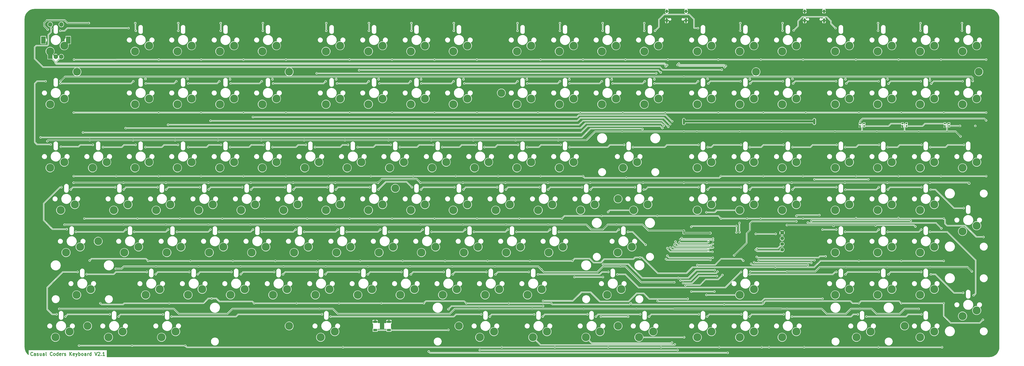
<source format=gbr>
%TF.GenerationSoftware,KiCad,Pcbnew,7.0.5*%
%TF.CreationDate,2023-06-20T21:05:11-04:00*%
%TF.ProjectId,100p-keebored,31303070-2d6b-4656-9562-6f7265642e6b,rev?*%
%TF.SameCoordinates,Original*%
%TF.FileFunction,Copper,L1,Top*%
%TF.FilePolarity,Positive*%
%FSLAX46Y46*%
G04 Gerber Fmt 4.6, Leading zero omitted, Abs format (unit mm)*
G04 Created by KiCad (PCBNEW 7.0.5) date 2023-06-20 21:05:11*
%MOMM*%
%LPD*%
G01*
G04 APERTURE LIST*
%ADD10C,0.300000*%
%TA.AperFunction,NonConductor*%
%ADD11C,0.300000*%
%TD*%
%TA.AperFunction,SMDPad,CuDef*%
%ADD12R,0.700000X0.700000*%
%TD*%
%TA.AperFunction,ComponentPad*%
%ADD13C,3.600000*%
%TD*%
%TA.AperFunction,ComponentPad*%
%ADD14C,3.500000*%
%TD*%
%TA.AperFunction,ComponentPad*%
%ADD15R,2.000000X2.000000*%
%TD*%
%TA.AperFunction,ComponentPad*%
%ADD16C,2.000000*%
%TD*%
%TA.AperFunction,ComponentPad*%
%ADD17R,2.000000X3.200000*%
%TD*%
%TA.AperFunction,SMDPad,CuDef*%
%ADD18R,1.800000X1.100000*%
%TD*%
%TA.AperFunction,ComponentPad*%
%ADD19R,1.700000X1.700000*%
%TD*%
%TA.AperFunction,ComponentPad*%
%ADD20C,1.700000*%
%TD*%
%TA.AperFunction,ComponentPad*%
%ADD21O,1.000000X1.600000*%
%TD*%
%TA.AperFunction,ComponentPad*%
%ADD22O,1.000000X2.100000*%
%TD*%
%TA.AperFunction,ViaPad*%
%ADD23C,0.600000*%
%TD*%
%TA.AperFunction,ViaPad*%
%ADD24C,0.800000*%
%TD*%
%TA.AperFunction,Conductor*%
%ADD25C,0.250000*%
%TD*%
%TA.AperFunction,Conductor*%
%ADD26C,0.200000*%
%TD*%
%TA.AperFunction,Conductor*%
%ADD27C,0.300000*%
%TD*%
%TA.AperFunction,Conductor*%
%ADD28C,0.189383*%
%TD*%
%TA.AperFunction,Conductor*%
%ADD29C,1.000000*%
%TD*%
%TA.AperFunction,Conductor*%
%ADD30C,0.500000*%
%TD*%
G04 APERTURE END LIST*
D10*
D11*
X64352853Y-218275771D02*
X64281425Y-218347200D01*
X64281425Y-218347200D02*
X64067139Y-218418628D01*
X64067139Y-218418628D02*
X63924282Y-218418628D01*
X63924282Y-218418628D02*
X63709996Y-218347200D01*
X63709996Y-218347200D02*
X63567139Y-218204342D01*
X63567139Y-218204342D02*
X63495710Y-218061485D01*
X63495710Y-218061485D02*
X63424282Y-217775771D01*
X63424282Y-217775771D02*
X63424282Y-217561485D01*
X63424282Y-217561485D02*
X63495710Y-217275771D01*
X63495710Y-217275771D02*
X63567139Y-217132914D01*
X63567139Y-217132914D02*
X63709996Y-216990057D01*
X63709996Y-216990057D02*
X63924282Y-216918628D01*
X63924282Y-216918628D02*
X64067139Y-216918628D01*
X64067139Y-216918628D02*
X64281425Y-216990057D01*
X64281425Y-216990057D02*
X64352853Y-217061485D01*
X65638568Y-218418628D02*
X65638568Y-217632914D01*
X65638568Y-217632914D02*
X65567139Y-217490057D01*
X65567139Y-217490057D02*
X65424282Y-217418628D01*
X65424282Y-217418628D02*
X65138568Y-217418628D01*
X65138568Y-217418628D02*
X64995710Y-217490057D01*
X65638568Y-218347200D02*
X65495710Y-218418628D01*
X65495710Y-218418628D02*
X65138568Y-218418628D01*
X65138568Y-218418628D02*
X64995710Y-218347200D01*
X64995710Y-218347200D02*
X64924282Y-218204342D01*
X64924282Y-218204342D02*
X64924282Y-218061485D01*
X64924282Y-218061485D02*
X64995710Y-217918628D01*
X64995710Y-217918628D02*
X65138568Y-217847200D01*
X65138568Y-217847200D02*
X65495710Y-217847200D01*
X65495710Y-217847200D02*
X65638568Y-217775771D01*
X66281425Y-218347200D02*
X66424282Y-218418628D01*
X66424282Y-218418628D02*
X66709996Y-218418628D01*
X66709996Y-218418628D02*
X66852853Y-218347200D01*
X66852853Y-218347200D02*
X66924282Y-218204342D01*
X66924282Y-218204342D02*
X66924282Y-218132914D01*
X66924282Y-218132914D02*
X66852853Y-217990057D01*
X66852853Y-217990057D02*
X66709996Y-217918628D01*
X66709996Y-217918628D02*
X66495711Y-217918628D01*
X66495711Y-217918628D02*
X66352853Y-217847200D01*
X66352853Y-217847200D02*
X66281425Y-217704342D01*
X66281425Y-217704342D02*
X66281425Y-217632914D01*
X66281425Y-217632914D02*
X66352853Y-217490057D01*
X66352853Y-217490057D02*
X66495711Y-217418628D01*
X66495711Y-217418628D02*
X66709996Y-217418628D01*
X66709996Y-217418628D02*
X66852853Y-217490057D01*
X68209997Y-217418628D02*
X68209997Y-218418628D01*
X67567139Y-217418628D02*
X67567139Y-218204342D01*
X67567139Y-218204342D02*
X67638568Y-218347200D01*
X67638568Y-218347200D02*
X67781425Y-218418628D01*
X67781425Y-218418628D02*
X67995711Y-218418628D01*
X67995711Y-218418628D02*
X68138568Y-218347200D01*
X68138568Y-218347200D02*
X68209997Y-218275771D01*
X69567140Y-218418628D02*
X69567140Y-217632914D01*
X69567140Y-217632914D02*
X69495711Y-217490057D01*
X69495711Y-217490057D02*
X69352854Y-217418628D01*
X69352854Y-217418628D02*
X69067140Y-217418628D01*
X69067140Y-217418628D02*
X68924282Y-217490057D01*
X69567140Y-218347200D02*
X69424282Y-218418628D01*
X69424282Y-218418628D02*
X69067140Y-218418628D01*
X69067140Y-218418628D02*
X68924282Y-218347200D01*
X68924282Y-218347200D02*
X68852854Y-218204342D01*
X68852854Y-218204342D02*
X68852854Y-218061485D01*
X68852854Y-218061485D02*
X68924282Y-217918628D01*
X68924282Y-217918628D02*
X69067140Y-217847200D01*
X69067140Y-217847200D02*
X69424282Y-217847200D01*
X69424282Y-217847200D02*
X69567140Y-217775771D01*
X70495711Y-218418628D02*
X70352854Y-218347200D01*
X70352854Y-218347200D02*
X70281425Y-218204342D01*
X70281425Y-218204342D02*
X70281425Y-216918628D01*
X73067139Y-218275771D02*
X72995711Y-218347200D01*
X72995711Y-218347200D02*
X72781425Y-218418628D01*
X72781425Y-218418628D02*
X72638568Y-218418628D01*
X72638568Y-218418628D02*
X72424282Y-218347200D01*
X72424282Y-218347200D02*
X72281425Y-218204342D01*
X72281425Y-218204342D02*
X72209996Y-218061485D01*
X72209996Y-218061485D02*
X72138568Y-217775771D01*
X72138568Y-217775771D02*
X72138568Y-217561485D01*
X72138568Y-217561485D02*
X72209996Y-217275771D01*
X72209996Y-217275771D02*
X72281425Y-217132914D01*
X72281425Y-217132914D02*
X72424282Y-216990057D01*
X72424282Y-216990057D02*
X72638568Y-216918628D01*
X72638568Y-216918628D02*
X72781425Y-216918628D01*
X72781425Y-216918628D02*
X72995711Y-216990057D01*
X72995711Y-216990057D02*
X73067139Y-217061485D01*
X73924282Y-218418628D02*
X73781425Y-218347200D01*
X73781425Y-218347200D02*
X73709996Y-218275771D01*
X73709996Y-218275771D02*
X73638568Y-218132914D01*
X73638568Y-218132914D02*
X73638568Y-217704342D01*
X73638568Y-217704342D02*
X73709996Y-217561485D01*
X73709996Y-217561485D02*
X73781425Y-217490057D01*
X73781425Y-217490057D02*
X73924282Y-217418628D01*
X73924282Y-217418628D02*
X74138568Y-217418628D01*
X74138568Y-217418628D02*
X74281425Y-217490057D01*
X74281425Y-217490057D02*
X74352854Y-217561485D01*
X74352854Y-217561485D02*
X74424282Y-217704342D01*
X74424282Y-217704342D02*
X74424282Y-218132914D01*
X74424282Y-218132914D02*
X74352854Y-218275771D01*
X74352854Y-218275771D02*
X74281425Y-218347200D01*
X74281425Y-218347200D02*
X74138568Y-218418628D01*
X74138568Y-218418628D02*
X73924282Y-218418628D01*
X75709997Y-218418628D02*
X75709997Y-216918628D01*
X75709997Y-218347200D02*
X75567139Y-218418628D01*
X75567139Y-218418628D02*
X75281425Y-218418628D01*
X75281425Y-218418628D02*
X75138568Y-218347200D01*
X75138568Y-218347200D02*
X75067139Y-218275771D01*
X75067139Y-218275771D02*
X74995711Y-218132914D01*
X74995711Y-218132914D02*
X74995711Y-217704342D01*
X74995711Y-217704342D02*
X75067139Y-217561485D01*
X75067139Y-217561485D02*
X75138568Y-217490057D01*
X75138568Y-217490057D02*
X75281425Y-217418628D01*
X75281425Y-217418628D02*
X75567139Y-217418628D01*
X75567139Y-217418628D02*
X75709997Y-217490057D01*
X76995711Y-218347200D02*
X76852854Y-218418628D01*
X76852854Y-218418628D02*
X76567140Y-218418628D01*
X76567140Y-218418628D02*
X76424282Y-218347200D01*
X76424282Y-218347200D02*
X76352854Y-218204342D01*
X76352854Y-218204342D02*
X76352854Y-217632914D01*
X76352854Y-217632914D02*
X76424282Y-217490057D01*
X76424282Y-217490057D02*
X76567140Y-217418628D01*
X76567140Y-217418628D02*
X76852854Y-217418628D01*
X76852854Y-217418628D02*
X76995711Y-217490057D01*
X76995711Y-217490057D02*
X77067140Y-217632914D01*
X77067140Y-217632914D02*
X77067140Y-217775771D01*
X77067140Y-217775771D02*
X76352854Y-217918628D01*
X77709996Y-218418628D02*
X77709996Y-217418628D01*
X77709996Y-217704342D02*
X77781425Y-217561485D01*
X77781425Y-217561485D02*
X77852854Y-217490057D01*
X77852854Y-217490057D02*
X77995711Y-217418628D01*
X77995711Y-217418628D02*
X78138568Y-217418628D01*
X78567139Y-218347200D02*
X78709996Y-218418628D01*
X78709996Y-218418628D02*
X78995710Y-218418628D01*
X78995710Y-218418628D02*
X79138567Y-218347200D01*
X79138567Y-218347200D02*
X79209996Y-218204342D01*
X79209996Y-218204342D02*
X79209996Y-218132914D01*
X79209996Y-218132914D02*
X79138567Y-217990057D01*
X79138567Y-217990057D02*
X78995710Y-217918628D01*
X78995710Y-217918628D02*
X78781425Y-217918628D01*
X78781425Y-217918628D02*
X78638567Y-217847200D01*
X78638567Y-217847200D02*
X78567139Y-217704342D01*
X78567139Y-217704342D02*
X78567139Y-217632914D01*
X78567139Y-217632914D02*
X78638567Y-217490057D01*
X78638567Y-217490057D02*
X78781425Y-217418628D01*
X78781425Y-217418628D02*
X78995710Y-217418628D01*
X78995710Y-217418628D02*
X79138567Y-217490057D01*
X80995710Y-218418628D02*
X80995710Y-216918628D01*
X81852853Y-218418628D02*
X81209996Y-217561485D01*
X81852853Y-216918628D02*
X80995710Y-217775771D01*
X83067139Y-218347200D02*
X82924282Y-218418628D01*
X82924282Y-218418628D02*
X82638568Y-218418628D01*
X82638568Y-218418628D02*
X82495710Y-218347200D01*
X82495710Y-218347200D02*
X82424282Y-218204342D01*
X82424282Y-218204342D02*
X82424282Y-217632914D01*
X82424282Y-217632914D02*
X82495710Y-217490057D01*
X82495710Y-217490057D02*
X82638568Y-217418628D01*
X82638568Y-217418628D02*
X82924282Y-217418628D01*
X82924282Y-217418628D02*
X83067139Y-217490057D01*
X83067139Y-217490057D02*
X83138568Y-217632914D01*
X83138568Y-217632914D02*
X83138568Y-217775771D01*
X83138568Y-217775771D02*
X82424282Y-217918628D01*
X83638567Y-217418628D02*
X83995710Y-218418628D01*
X84352853Y-217418628D02*
X83995710Y-218418628D01*
X83995710Y-218418628D02*
X83852853Y-218775771D01*
X83852853Y-218775771D02*
X83781424Y-218847200D01*
X83781424Y-218847200D02*
X83638567Y-218918628D01*
X84924281Y-218418628D02*
X84924281Y-216918628D01*
X84924281Y-217490057D02*
X85067139Y-217418628D01*
X85067139Y-217418628D02*
X85352853Y-217418628D01*
X85352853Y-217418628D02*
X85495710Y-217490057D01*
X85495710Y-217490057D02*
X85567139Y-217561485D01*
X85567139Y-217561485D02*
X85638567Y-217704342D01*
X85638567Y-217704342D02*
X85638567Y-218132914D01*
X85638567Y-218132914D02*
X85567139Y-218275771D01*
X85567139Y-218275771D02*
X85495710Y-218347200D01*
X85495710Y-218347200D02*
X85352853Y-218418628D01*
X85352853Y-218418628D02*
X85067139Y-218418628D01*
X85067139Y-218418628D02*
X84924281Y-218347200D01*
X86495710Y-218418628D02*
X86352853Y-218347200D01*
X86352853Y-218347200D02*
X86281424Y-218275771D01*
X86281424Y-218275771D02*
X86209996Y-218132914D01*
X86209996Y-218132914D02*
X86209996Y-217704342D01*
X86209996Y-217704342D02*
X86281424Y-217561485D01*
X86281424Y-217561485D02*
X86352853Y-217490057D01*
X86352853Y-217490057D02*
X86495710Y-217418628D01*
X86495710Y-217418628D02*
X86709996Y-217418628D01*
X86709996Y-217418628D02*
X86852853Y-217490057D01*
X86852853Y-217490057D02*
X86924282Y-217561485D01*
X86924282Y-217561485D02*
X86995710Y-217704342D01*
X86995710Y-217704342D02*
X86995710Y-218132914D01*
X86995710Y-218132914D02*
X86924282Y-218275771D01*
X86924282Y-218275771D02*
X86852853Y-218347200D01*
X86852853Y-218347200D02*
X86709996Y-218418628D01*
X86709996Y-218418628D02*
X86495710Y-218418628D01*
X88281425Y-218418628D02*
X88281425Y-217632914D01*
X88281425Y-217632914D02*
X88209996Y-217490057D01*
X88209996Y-217490057D02*
X88067139Y-217418628D01*
X88067139Y-217418628D02*
X87781425Y-217418628D01*
X87781425Y-217418628D02*
X87638567Y-217490057D01*
X88281425Y-218347200D02*
X88138567Y-218418628D01*
X88138567Y-218418628D02*
X87781425Y-218418628D01*
X87781425Y-218418628D02*
X87638567Y-218347200D01*
X87638567Y-218347200D02*
X87567139Y-218204342D01*
X87567139Y-218204342D02*
X87567139Y-218061485D01*
X87567139Y-218061485D02*
X87638567Y-217918628D01*
X87638567Y-217918628D02*
X87781425Y-217847200D01*
X87781425Y-217847200D02*
X88138567Y-217847200D01*
X88138567Y-217847200D02*
X88281425Y-217775771D01*
X88995710Y-218418628D02*
X88995710Y-217418628D01*
X88995710Y-217704342D02*
X89067139Y-217561485D01*
X89067139Y-217561485D02*
X89138568Y-217490057D01*
X89138568Y-217490057D02*
X89281425Y-217418628D01*
X89281425Y-217418628D02*
X89424282Y-217418628D01*
X90567139Y-218418628D02*
X90567139Y-216918628D01*
X90567139Y-218347200D02*
X90424281Y-218418628D01*
X90424281Y-218418628D02*
X90138567Y-218418628D01*
X90138567Y-218418628D02*
X89995710Y-218347200D01*
X89995710Y-218347200D02*
X89924281Y-218275771D01*
X89924281Y-218275771D02*
X89852853Y-218132914D01*
X89852853Y-218132914D02*
X89852853Y-217704342D01*
X89852853Y-217704342D02*
X89924281Y-217561485D01*
X89924281Y-217561485D02*
X89995710Y-217490057D01*
X89995710Y-217490057D02*
X90138567Y-217418628D01*
X90138567Y-217418628D02*
X90424281Y-217418628D01*
X90424281Y-217418628D02*
X90567139Y-217490057D01*
X92209996Y-216918628D02*
X92709996Y-218418628D01*
X92709996Y-218418628D02*
X93209996Y-216918628D01*
X93638567Y-217061485D02*
X93709995Y-216990057D01*
X93709995Y-216990057D02*
X93852853Y-216918628D01*
X93852853Y-216918628D02*
X94209995Y-216918628D01*
X94209995Y-216918628D02*
X94352853Y-216990057D01*
X94352853Y-216990057D02*
X94424281Y-217061485D01*
X94424281Y-217061485D02*
X94495710Y-217204342D01*
X94495710Y-217204342D02*
X94495710Y-217347200D01*
X94495710Y-217347200D02*
X94424281Y-217561485D01*
X94424281Y-217561485D02*
X93567138Y-218418628D01*
X93567138Y-218418628D02*
X94495710Y-218418628D01*
X95138566Y-218275771D02*
X95209995Y-218347200D01*
X95209995Y-218347200D02*
X95138566Y-218418628D01*
X95138566Y-218418628D02*
X95067138Y-218347200D01*
X95067138Y-218347200D02*
X95138566Y-218275771D01*
X95138566Y-218275771D02*
X95138566Y-218418628D01*
X96638567Y-218418628D02*
X95781424Y-218418628D01*
X96209995Y-218418628D02*
X96209995Y-216918628D01*
X96209995Y-216918628D02*
X96067138Y-217132914D01*
X96067138Y-217132914D02*
X95924281Y-217275771D01*
X95924281Y-217275771D02*
X95781424Y-217347200D01*
D12*
%TO.P,U3,1,DOUT*%
%TO.N,Net-(U3-DOUT)*%
X454760920Y-114054832D03*
%TO.P,U3,2,VSS*%
%TO.N,GND*%
X454760920Y-115154832D03*
%TO.P,U3,3,DIN*%
%TO.N,Net-(U2-DOUT)*%
X456590920Y-115154832D03*
%TO.P,U3,4,VDD*%
%TO.N,extraUSBSense*%
X456590920Y-114054832D03*
%TD*%
%TO.P,U4,4,VDD*%
%TO.N,extraUSBSense*%
X437540936Y-114054832D03*
%TO.P,U4,3,DIN*%
%TO.N,Net-(U3-DOUT)*%
X437540936Y-115154832D03*
%TO.P,U4,2,VSS*%
%TO.N,GND*%
X435710936Y-115154832D03*
%TO.P,U4,1,DOUT*%
%TO.N,/LEDs/LED_BK*%
X435710936Y-114054832D03*
%TD*%
%TO.P,U2,1,DOUT*%
%TO.N,Net-(U2-DOUT)*%
X473810904Y-114054832D03*
%TO.P,U2,2,VSS*%
%TO.N,GND*%
X473810904Y-115154832D03*
%TO.P,U2,3,DIN*%
%TO.N,/LEDs/LED_BR*%
X475640904Y-115154832D03*
%TO.P,U2,4,VDD*%
%TO.N,extraUSBSense*%
X475640904Y-114054832D03*
%TD*%
D13*
%TO.P,SW10,1,1*%
%TO.N,Net-(D10-A)*%
X259461000Y-79044800D03*
%TO.P,SW10,2,2*%
%TO.N,Col10*%
X253111000Y-81584800D03*
%TD*%
%TO.P,SW127,1,1*%
%TO.N,Net-(D127-A)*%
X407098500Y-207632300D03*
%TO.P,SW127,2,2*%
%TO.N,Col17*%
X400748500Y-210172300D03*
%TD*%
%TO.P,SW96,1,1*%
%TO.N,Net-(D96-A)*%
X333279750Y-169532300D03*
%TO.P,SW96,2,2*%
%TO.N,Col14*%
X326929750Y-172072300D03*
%TD*%
D14*
%TO.P,,1*%
%TO.N,N/C*%
X327088528Y-147942304D03*
%TD*%
D13*
%TO.P,SW78,1,1*%
%TO.N,Net-(D78-A)*%
X388048500Y-150482300D03*
%TO.P,SW78,2,2*%
%TO.N,Col16*%
X381698500Y-153022300D03*
%TD*%
%TO.P,SW115,1,1*%
%TO.N,Net-(D115-A)*%
X469011000Y-188582300D03*
%TO.P,SW115,2,2*%
%TO.N,Col20*%
X462661000Y-191122300D03*
%TD*%
%TO.P,SW73,1,1*%
%TO.N,Net-(D73-A)*%
X278511000Y-150482300D03*
%TO.P,SW73,2,2*%
%TO.N,Col11*%
X272161000Y-153022300D03*
%TD*%
%TO.P,SW50,1,1*%
%TO.N,Net-(D50-A)*%
X230886000Y-131432300D03*
%TO.P,SW50,2,2*%
%TO.N,Col9*%
X224536000Y-133972300D03*
%TD*%
D15*
%TO.P,SW130,A,A*%
%TO.N,enc-*%
X72176000Y-84004800D03*
D16*
%TO.P,SW130,B,B*%
%TO.N,enc+*%
X77176000Y-84004800D03*
%TO.P,SW130,C,C*%
%TO.N,GND*%
X74676000Y-84004800D03*
D17*
%TO.P,SW130,MP*%
%TO.N,N/C*%
X69076000Y-76504800D03*
X80276000Y-76504800D03*
D16*
%TO.P,SW130,S1,S1*%
%TO.N,sw1Out*%
X77176000Y-69504800D03*
%TO.P,SW130,S2,S2*%
%TO.N,Col1*%
X72176000Y-69504800D03*
%TD*%
D13*
%TO.P,SW69,1,1*%
%TO.N,Net-(D69-A)*%
X202311000Y-150482300D03*
%TO.P,SW69,2,2*%
%TO.N,Col7*%
X195961000Y-153022300D03*
%TD*%
%TO.P,SW19,1,1*%
%TO.N,Net-(D19-A)*%
X449961000Y-79044800D03*
%TO.P,SW19,2,2*%
%TO.N,Col19*%
X443611000Y-81584800D03*
%TD*%
%TO.P,SW125,1,1*%
%TO.N,Net-(D125-A)*%
X368998500Y-207632300D03*
%TO.P,SW125,2,2*%
%TO.N,Col15*%
X362648500Y-210172300D03*
%TD*%
%TO.P,SW76,1,1*%
%TO.N,Net-(D76-A)*%
X340423500Y-150482300D03*
%TO.P,SW76,2,2*%
%TO.N,Col14*%
X334073500Y-153022300D03*
%TD*%
%TO.P,SW4,1,1*%
%TO.N,Net-(D4-A)*%
X135636000Y-79044800D03*
%TO.P,SW4,2,2*%
%TO.N,Col4*%
X129286000Y-81584800D03*
%TD*%
D14*
%TO.P,,1*%
%TO.N,N/C*%
X489013392Y-90792352D03*
%TD*%
D13*
%TO.P,SW51,1,1*%
%TO.N,Net-(D51-A)*%
X249936000Y-131432300D03*
%TO.P,SW51,2,2*%
%TO.N,Col10*%
X243586000Y-133972300D03*
%TD*%
%TO.P,SW12,1,1*%
%TO.N,Net-(D12-A)*%
X307086000Y-79044800D03*
%TO.P,SW12,2,2*%
%TO.N,Col12*%
X300736000Y-81584800D03*
%TD*%
%TO.P,SW71,1,1*%
%TO.N,Net-(D71-A)*%
X240411000Y-150482300D03*
%TO.P,SW71,2,2*%
%TO.N,Col9*%
X234061000Y-153022300D03*
%TD*%
%TO.P,SW126,1,1*%
%TO.N,Net-(D126-A)*%
X388048500Y-207632300D03*
%TO.P,SW126,2,2*%
%TO.N,Col16*%
X381698500Y-210172300D03*
%TD*%
%TO.P,SW119,1,1*%
%TO.N,Net-(D119-A)*%
X128492250Y-207632300D03*
%TO.P,SW119,2,2*%
%TO.N,Col3*%
X122142250Y-210172300D03*
%TD*%
%TO.P,SW107,1,1*%
%TO.N,Net-(D107-A)*%
X235648500Y-188582300D03*
%TO.P,SW107,2,2*%
%TO.N,Col8*%
X229298500Y-191122300D03*
%TD*%
%TO.P,SW27,1,1*%
%TO.N,Net-(D27-A)*%
X202311000Y-102857300D03*
%TO.P,SW27,2,2*%
%TO.N,Col7*%
X195961000Y-105397300D03*
%TD*%
%TO.P,SW48,1,1*%
%TO.N,Net-(D48-A)*%
X192786000Y-131432300D03*
%TO.P,SW48,2,2*%
%TO.N,Col7*%
X186436000Y-133972300D03*
%TD*%
%TO.P,SW81,1,1*%
%TO.N,Net-(D81-A)*%
X449961000Y-150482300D03*
%TO.P,SW81,2,2*%
%TO.N,Col19*%
X443611000Y-153022300D03*
%TD*%
%TO.P,SW24,1,1*%
%TO.N,Net-(D24-A)*%
X135636000Y-102857300D03*
%TO.P,SW24,2,2*%
%TO.N,Col4*%
X129286000Y-105397300D03*
%TD*%
%TO.P,SW62,1,1*%
%TO.N,Net-(D62-A)*%
X488061000Y-131432300D03*
%TO.P,SW62,2,2*%
%TO.N,Col21*%
X481711000Y-133972300D03*
%TD*%
%TO.P,SW23,1,1*%
%TO.N,Net-(D23-A)*%
X116586000Y-102857300D03*
%TO.P,SW23,2,2*%
%TO.N,Col3*%
X110236000Y-105397300D03*
%TD*%
%TO.P,SW88,1,1*%
%TO.N,Net-(D88-A)*%
X168973500Y-169532300D03*
%TO.P,SW88,2,2*%
%TO.N,Col5*%
X162623500Y-172072300D03*
%TD*%
%TO.P,SW105,1,1*%
%TO.N,Net-(D105-A)*%
X197548500Y-188582300D03*
%TO.P,SW105,2,2*%
%TO.N,Col6*%
X191198500Y-191122300D03*
%TD*%
%TO.P,SW8,1,1*%
%TO.N,Net-(D8-A)*%
X221361000Y-79044800D03*
%TO.P,SW8,2,2*%
%TO.N,Col8*%
X215011000Y-81584800D03*
%TD*%
%TO.P,SW117,1,1*%
%TO.N,Net-(D117-A)*%
X80867250Y-207632300D03*
%TO.P,SW117,2,2*%
%TO.N,Col1*%
X74517250Y-210172300D03*
%TD*%
%TO.P,SW79,1,1*%
%TO.N,Net-(D79-A)*%
X407098500Y-150482300D03*
%TO.P,SW79,2,2*%
%TO.N,Col17*%
X400748500Y-153022300D03*
%TD*%
D14*
%TO.P,,1*%
%TO.N,N/C*%
X179451152Y-205092256D03*
%TD*%
D13*
%TO.P,SW66,1,1*%
%TO.N,Net-(D66-A)*%
X145161000Y-150482300D03*
%TO.P,SW66,2,2*%
%TO.N,Col4*%
X138811000Y-153022300D03*
%TD*%
%TO.P,SW30,1,1*%
%TO.N,Net-(D30-A)*%
X259461000Y-102857300D03*
%TO.P,SW30,2,2*%
%TO.N,Col10*%
X253111000Y-105397300D03*
%TD*%
%TO.P,SW87,1,1*%
%TO.N,Net-(D87-A)*%
X149923500Y-169532300D03*
%TO.P,SW87,2,2*%
%TO.N,Col4*%
X143573500Y-172072300D03*
%TD*%
D14*
%TO.P,,1*%
%TO.N,N/C*%
X84201232Y-90792352D03*
%TD*%
D13*
%TO.P,SW68,1,1*%
%TO.N,Net-(D68-A)*%
X183261000Y-150482300D03*
%TO.P,SW68,2,2*%
%TO.N,Col6*%
X176911000Y-153022300D03*
%TD*%
%TO.P,SW15,1,1*%
%TO.N,Net-(D15-A)*%
X368998500Y-79044800D03*
%TO.P,SW15,2,2*%
%TO.N,Col15*%
X362648500Y-81584800D03*
%TD*%
%TO.P,SW25,1,1*%
%TO.N,Net-(D25-A)*%
X154686000Y-102857300D03*
%TO.P,SW25,2,2*%
%TO.N,Col5*%
X148336000Y-105397300D03*
%TD*%
%TO.P,SW89,1,1*%
%TO.N,Net-(D89-A)*%
X188023500Y-169532300D03*
%TO.P,SW89,2,2*%
%TO.N,Col6*%
X181673500Y-172072300D03*
%TD*%
%TO.P,SW39,1,1*%
%TO.N,Net-(D39-A)*%
X449961000Y-102857300D03*
%TO.P,SW39,2,2*%
%TO.N,Col19*%
X443611000Y-105397300D03*
%TD*%
%TO.P,SW102,1,1*%
%TO.N,Net-(D102-A)*%
X140398500Y-188582300D03*
%TO.P,SW102,2,2*%
%TO.N,Col3*%
X134048500Y-191122300D03*
%TD*%
%TO.P,SW70,1,1*%
%TO.N,Net-(D70-A)*%
X221361000Y-150482300D03*
%TO.P,SW70,2,2*%
%TO.N,Col8*%
X215011000Y-153022300D03*
%TD*%
D14*
%TO.P,,1*%
%TO.N,N/C*%
X274701072Y-100317344D03*
%TD*%
D13*
%TO.P,SW77,1,1*%
%TO.N,Net-(D77-A)*%
X368998500Y-150482300D03*
%TO.P,SW77,2,2*%
%TO.N,Col15*%
X362648500Y-153022300D03*
%TD*%
%TO.P,SW59,1,1*%
%TO.N,Net-(D59-A)*%
X430911000Y-131432300D03*
%TO.P,SW59,2,2*%
%TO.N,Col18*%
X424561000Y-133972300D03*
%TD*%
%TO.P,SW114,1,1*%
%TO.N,Net-(D114-A)*%
X449961000Y-188582300D03*
%TO.P,SW114,2,2*%
%TO.N,Col19*%
X443611000Y-191122300D03*
%TD*%
%TO.P,SW11,1,1*%
%TO.N,Net-(D11-A)*%
X288036000Y-79044800D03*
%TO.P,SW11,2,2*%
%TO.N,Col11*%
X281686000Y-81584800D03*
%TD*%
%TO.P,SW22,1,1*%
%TO.N,Net-(D22-A)*%
X78486000Y-102857300D03*
%TO.P,SW22,2,2*%
%TO.N,Col1*%
X72136000Y-105397300D03*
%TD*%
%TO.P,SW61,1,1*%
%TO.N,Net-(D61-A)*%
X469011000Y-131432300D03*
%TO.P,SW61,2,2*%
%TO.N,Col20*%
X462661000Y-133972300D03*
%TD*%
%TO.P,SW6,1,1*%
%TO.N,Net-(D6-A)*%
X173736000Y-79044800D03*
%TO.P,SW6,2,2*%
%TO.N,Col6*%
X167386000Y-81584800D03*
%TD*%
%TO.P,SW97,1,1*%
%TO.N,Net-(D97-A)*%
X430911000Y-169532300D03*
%TO.P,SW97,2,2*%
%TO.N,Col18*%
X424561000Y-172072300D03*
%TD*%
%TO.P,SW21,1,1*%
%TO.N,Net-(D21-A)*%
X488061000Y-79044800D03*
%TO.P,SW21,2,2*%
%TO.N,Col21*%
X481711000Y-81584800D03*
%TD*%
%TO.P,SW29,1,1*%
%TO.N,Net-(D29-A)*%
X240411000Y-102857300D03*
%TO.P,SW29,2,2*%
%TO.N,Col9*%
X234061000Y-105397300D03*
%TD*%
%TO.P,SW63,1,1*%
%TO.N,Net-(D63-A)*%
X83248500Y-150482300D03*
%TO.P,SW63,2,2*%
%TO.N,Col1*%
X76898500Y-153022300D03*
%TD*%
%TO.P,SW124,1,1*%
%TO.N,Net-(D124-A)*%
X342804750Y-207632300D03*
%TO.P,SW124,2,2*%
%TO.N,Col14*%
X336454750Y-210172300D03*
%TD*%
%TO.P,SW17,1,1*%
%TO.N,Net-(D17-A)*%
X407098500Y-79044800D03*
%TO.P,SW17,2,2*%
%TO.N,Col17*%
X400748500Y-81584800D03*
%TD*%
%TO.P,SW49,1,1*%
%TO.N,Net-(D49-A)*%
X211836000Y-131432300D03*
%TO.P,SW49,2,2*%
%TO.N,Col8*%
X205486000Y-133972300D03*
%TD*%
D14*
%TO.P,,1*%
%TO.N,N/C*%
X327088528Y-205092256D03*
%TD*%
D13*
%TO.P,SW122,1,1*%
%TO.N,Net-(D122-A)*%
X295179750Y-207632300D03*
%TO.P,SW122,2,2*%
%TO.N,Col11*%
X288829750Y-210172300D03*
%TD*%
%TO.P,SW16,1,1*%
%TO.N,Net-(D16-A)*%
X388048500Y-79044800D03*
%TO.P,SW16,2,2*%
%TO.N,Col16*%
X381698500Y-81584800D03*
%TD*%
%TO.P,SW120,1,1*%
%TO.N,Net-(D120-A)*%
X199929750Y-207632300D03*
%TO.P,SW120,2,2*%
%TO.N,Col6*%
X193579750Y-210172300D03*
%TD*%
%TO.P,SW26,1,1*%
%TO.N,Net-(D26-A)*%
X173736000Y-102857300D03*
%TO.P,SW26,2,2*%
%TO.N,Col6*%
X167386000Y-105397300D03*
%TD*%
%TO.P,SW82,1,1*%
%TO.N,Net-(D82-A)*%
X469011000Y-150482300D03*
%TO.P,SW82,2,2*%
%TO.N,Col20*%
X462661000Y-153022300D03*
%TD*%
%TO.P,SW58,1,1*%
%TO.N,Net-(D58-A)*%
X407098500Y-131432300D03*
%TO.P,SW58,2,2*%
%TO.N,Col17*%
X400748500Y-133972300D03*
%TD*%
%TO.P,SW86,1,1*%
%TO.N,Net-(D86-A)*%
X130873500Y-169532300D03*
%TO.P,SW86,2,2*%
%TO.N,Col3*%
X124523500Y-172072300D03*
%TD*%
%TO.P,SW84,1,1*%
%TO.N,Net-(D84-A)*%
X85629750Y-169532300D03*
%TO.P,SW84,2,2*%
%TO.N,Col1*%
X79279750Y-172072300D03*
%TD*%
%TO.P,SW37,1,1*%
%TO.N,Net-(D37-A)*%
X407098500Y-102857300D03*
%TO.P,SW37,2,2*%
%TO.N,Col17*%
X400748500Y-105397300D03*
%TD*%
%TO.P,SW90,1,1*%
%TO.N,Net-(D90-A)*%
X207073500Y-169532300D03*
%TO.P,SW90,2,2*%
%TO.N,Col7*%
X200723500Y-172072300D03*
%TD*%
%TO.P,SW9,1,1*%
%TO.N,Net-(D9-A)*%
X240411000Y-79044800D03*
%TO.P,SW9,2,2*%
%TO.N,Col9*%
X234061000Y-81584800D03*
%TD*%
%TO.P,SW18,1,1*%
%TO.N,Net-(D18-A)*%
X430911000Y-79044800D03*
%TO.P,SW18,2,2*%
%TO.N,Col18*%
X424561000Y-81584800D03*
%TD*%
%TO.P,SW35,1,1*%
%TO.N,Net-(D35-A)*%
X368998500Y-102857300D03*
%TO.P,SW35,2,2*%
%TO.N,Col15*%
X362648500Y-105397300D03*
%TD*%
%TO.P,SW34,1,1*%
%TO.N,Net-(D34-A)*%
X345186000Y-102857300D03*
%TO.P,SW34,2,2*%
%TO.N,Col14*%
X338836000Y-105397300D03*
%TD*%
%TO.P,SW121,1,1*%
%TO.N,Net-(D121-A)*%
X271367250Y-207632300D03*
%TO.P,SW121,2,2*%
%TO.N,Col10*%
X265017250Y-210172300D03*
%TD*%
%TO.P,SW46,1,1*%
%TO.N,Net-(D46-A)*%
X154686000Y-131432300D03*
%TO.P,SW46,2,2*%
%TO.N,Col5*%
X148336000Y-133972300D03*
%TD*%
%TO.P,SW74,1,1*%
%TO.N,Net-(D74-A)*%
X297561000Y-150482300D03*
%TO.P,SW74,2,2*%
%TO.N,Col12*%
X291211000Y-153022300D03*
%TD*%
%TO.P,SW47,1,1*%
%TO.N,Net-(D47-A)*%
X173736000Y-131432300D03*
%TO.P,SW47,2,2*%
%TO.N,Col6*%
X167386000Y-133972300D03*
%TD*%
%TO.P,SW80,1,1*%
%TO.N,Net-(D80-A)*%
X430911000Y-150482300D03*
%TO.P,SW80,2,2*%
%TO.N,Col18*%
X424561000Y-153022300D03*
%TD*%
%TO.P,SW32,1,1*%
%TO.N,Net-(D32-A)*%
X307086000Y-102857300D03*
%TO.P,SW32,2,2*%
%TO.N,Col12*%
X300736000Y-105397300D03*
%TD*%
%TO.P,SW110,1,1*%
%TO.N,Net-(D110-A)*%
X292798500Y-188582300D03*
%TO.P,SW110,2,2*%
%TO.N,Col11*%
X286448500Y-191122300D03*
%TD*%
D14*
%TO.P,,1*%
%TO.N,N/C*%
X88963728Y-205092256D03*
%TD*%
D13*
%TO.P,SW129,1,1*%
%TO.N,Net-(D129-A)*%
X469011000Y-207632300D03*
%TO.P,SW129,2,2*%
%TO.N,Col20*%
X462661000Y-210172300D03*
%TD*%
%TO.P,SW123,1,1*%
%TO.N,Net-(D123-A)*%
X318992250Y-207632300D03*
%TO.P,SW123,2,2*%
%TO.N,Col12*%
X312642250Y-210172300D03*
%TD*%
%TO.P,SW98,1,1*%
%TO.N,Net-(D98-A)*%
X449961000Y-169532300D03*
%TO.P,SW98,2,2*%
%TO.N,Col19*%
X443611000Y-172072300D03*
%TD*%
%TO.P,SW95,1,1*%
%TO.N,Net-(D95-A)*%
X302323500Y-169532300D03*
%TO.P,SW95,2,2*%
%TO.N,Col12*%
X295973500Y-172072300D03*
%TD*%
%TO.P,SW14,1,1*%
%TO.N,Net-(D14-A)*%
X345186000Y-79044800D03*
%TO.P,SW14,2,2*%
%TO.N,Col14*%
X338836000Y-81584800D03*
%TD*%
%TO.P,SW57,1,1*%
%TO.N,Net-(D57-A)*%
X388048500Y-131432300D03*
%TO.P,SW57,2,2*%
%TO.N,Col16*%
X381698500Y-133972300D03*
%TD*%
%TO.P,SW104,1,1*%
%TO.N,Net-(D104-A)*%
X178498500Y-188582300D03*
%TO.P,SW104,2,2*%
%TO.N,Col5*%
X172148500Y-191122300D03*
%TD*%
D14*
%TO.P,,1*%
%TO.N,N/C*%
X455675920Y-205092256D03*
%TD*%
D13*
%TO.P,SW13,1,1*%
%TO.N,Net-(D13-A)*%
X326136000Y-79044800D03*
%TO.P,SW13,2,2*%
%TO.N,Col13*%
X319786000Y-81584800D03*
%TD*%
%TO.P,SW112,1,1*%
%TO.N,Net-(D112-A)*%
X388048480Y-188582272D03*
%TO.P,SW112,2,2*%
%TO.N,Col16*%
X381698480Y-191122272D03*
%TD*%
%TO.P,SW100,1,1*%
%TO.N,Net-(D100-A)*%
X90392250Y-188582300D03*
%TO.P,SW100,2,2*%
%TO.N,Col1*%
X84042250Y-191122300D03*
%TD*%
D14*
%TO.P,,1*%
%TO.N,N/C*%
X93726224Y-166992288D03*
%TD*%
D13*
%TO.P,SW99,1,1*%
%TO.N,Net-(D99-A)*%
X469011000Y-169532300D03*
%TO.P,SW99,2,2*%
%TO.N,Col20*%
X462661000Y-172072300D03*
%TD*%
%TO.P,SW45,1,1*%
%TO.N,Net-(D45-A)*%
X135636000Y-131432300D03*
%TO.P,SW45,2,2*%
%TO.N,Col4*%
X129286000Y-133972300D03*
%TD*%
%TO.P,SW5,1,1*%
%TO.N,Net-(D5-A)*%
X154686000Y-79044800D03*
%TO.P,SW5,2,2*%
%TO.N,Col5*%
X148336000Y-81584800D03*
%TD*%
%TO.P,SW94,1,1*%
%TO.N,Net-(D94-A)*%
X283273500Y-169532300D03*
%TO.P,SW94,2,2*%
%TO.N,Col11*%
X276923500Y-172072300D03*
%TD*%
%TO.P,SW101,1,1*%
%TO.N,Net-(D101-A)*%
X121348500Y-188582300D03*
%TO.P,SW101,2,2*%
%TO.N,Col2*%
X114998500Y-191122300D03*
%TD*%
D14*
%TO.P,,1*%
%TO.N,N/C*%
X227076112Y-143179808D03*
%TD*%
D13*
%TO.P,SW56,1,1*%
%TO.N,Net-(D56-A)*%
X368998500Y-131432300D03*
%TO.P,SW56,2,2*%
%TO.N,Col15*%
X362648500Y-133972300D03*
%TD*%
%TO.P,SW28,1,1*%
%TO.N,Net-(D28-A)*%
X221361000Y-102857300D03*
%TO.P,SW28,2,2*%
%TO.N,Col8*%
X215011000Y-105397300D03*
%TD*%
%TO.P,SW43,1,1*%
%TO.N,Net-(D43-A)*%
X97536000Y-131432300D03*
%TO.P,SW43,2,2*%
%TO.N,Col2*%
X91186000Y-133972300D03*
%TD*%
%TO.P,SW31,1,1*%
%TO.N,Net-(D31-A)*%
X288036000Y-102857300D03*
%TO.P,SW31,2,2*%
%TO.N,Col11*%
X281686000Y-105397300D03*
%TD*%
%TO.P,SW52,1,1*%
%TO.N,Net-(D52-A)*%
X268986000Y-131432300D03*
%TO.P,SW52,2,2*%
%TO.N,Col11*%
X262636000Y-133972300D03*
%TD*%
%TO.P,SW103,1,1*%
%TO.N,Net-(D103-A)*%
X159448500Y-188582300D03*
%TO.P,SW103,2,2*%
%TO.N,Col4*%
X153098500Y-191122300D03*
%TD*%
%TO.P,SW91,1,1*%
%TO.N,Net-(D91-A)*%
X226123500Y-169532300D03*
%TO.P,SW91,2,2*%
%TO.N,Col8*%
X219773500Y-172072300D03*
%TD*%
%TO.P,SW36,1,1*%
%TO.N,Net-(D36-A)*%
X388048500Y-102857300D03*
%TO.P,SW36,2,2*%
%TO.N,Col16*%
X381698500Y-105397300D03*
%TD*%
%TO.P,SW44,1,1*%
%TO.N,Net-(D44-A)*%
X116586000Y-131432300D03*
%TO.P,SW44,2,2*%
%TO.N,Col3*%
X110236000Y-133972300D03*
%TD*%
%TO.P,SW111,1,1*%
%TO.N,Net-(D111-A)*%
X328517250Y-188582300D03*
%TO.P,SW111,2,2*%
%TO.N,Col14*%
X322167250Y-191122300D03*
%TD*%
%TO.P,SW85,1,1*%
%TO.N,Net-(D85-A)*%
X111823500Y-169532300D03*
%TO.P,SW85,2,2*%
%TO.N,Col2*%
X105473500Y-172072300D03*
%TD*%
D14*
%TO.P,,1*%
%TO.N,N/C*%
X389000976Y-90792352D03*
%TD*%
D13*
%TO.P,SW54,1,1*%
%TO.N,Net-(D54-A)*%
X307086000Y-131432300D03*
%TO.P,SW54,2,2*%
%TO.N,Col13*%
X300736000Y-133972300D03*
%TD*%
%TO.P,SW41,1,1*%
%TO.N,Net-(D41-A)*%
X488061000Y-102857300D03*
%TO.P,SW41,2,2*%
%TO.N,Col21*%
X481711000Y-105397300D03*
%TD*%
%TO.P,SW93,1,1*%
%TO.N,Net-(D93-A)*%
X264223500Y-169532300D03*
%TO.P,SW93,2,2*%
%TO.N,Col10*%
X257873500Y-172072300D03*
%TD*%
%TO.P,SW118,1,1*%
%TO.N,Net-(D118-A)*%
X104679750Y-207632300D03*
%TO.P,SW118,2,2*%
%TO.N,Col2*%
X98329750Y-210172300D03*
%TD*%
%TO.P,SW75,1,1*%
%TO.N,Net-(D75-A)*%
X316611000Y-150482300D03*
%TO.P,SW75,2,2*%
%TO.N,Col13*%
X310261000Y-153022300D03*
%TD*%
D14*
%TO.P,,1*%
%TO.N,N/C*%
X179451152Y-90792352D03*
%TD*%
D13*
%TO.P,SW55,1,1*%
%TO.N,Net-(D55-A)*%
X335661000Y-131432300D03*
%TO.P,SW55,2,2*%
%TO.N,Col14*%
X329311000Y-133972300D03*
%TD*%
%TO.P,SW42,1,1*%
%TO.N,Net-(D42-A)*%
X78486000Y-131432300D03*
%TO.P,SW42,2,2*%
%TO.N,Col1*%
X72136000Y-133972300D03*
%TD*%
%TO.P,SW109,1,1*%
%TO.N,Net-(D109-A)*%
X273748500Y-188582300D03*
%TO.P,SW109,2,2*%
%TO.N,Col10*%
X267398500Y-191122300D03*
%TD*%
%TO.P,SW83,1,1*%
%TO.N,Net-(D83-A)*%
X488061000Y-160007300D03*
%TO.P,SW83,2,2*%
%TO.N,Col21*%
X481711000Y-162547300D03*
%TD*%
%TO.P,SW72,1,1*%
%TO.N,Net-(D72-A)*%
X259461000Y-150482300D03*
%TO.P,SW72,2,2*%
%TO.N,Col10*%
X253111000Y-153022300D03*
%TD*%
%TO.P,SW20,1,1*%
%TO.N,Net-(D20-A)*%
X469011000Y-79044800D03*
%TO.P,SW20,2,2*%
%TO.N,Col20*%
X462661000Y-81584800D03*
%TD*%
%TO.P,SW128,1,1*%
%TO.N,Net-(D128-A)*%
X440436000Y-207632300D03*
%TO.P,SW128,2,2*%
%TO.N,Col19*%
X434086000Y-210172300D03*
%TD*%
%TO.P,SW67,1,1*%
%TO.N,Net-(D67-A)*%
X164211000Y-150482300D03*
%TO.P,SW67,2,2*%
%TO.N,Col5*%
X157861000Y-153022300D03*
%TD*%
%TO.P,SW53,1,1*%
%TO.N,Net-(D53-A)*%
X288036000Y-131432300D03*
%TO.P,SW53,2,2*%
%TO.N,Col12*%
X281686000Y-133972300D03*
%TD*%
%TO.P,SW92,1,1*%
%TO.N,Net-(D92-A)*%
X245173500Y-169532300D03*
%TO.P,SW92,2,2*%
%TO.N,Col9*%
X238823500Y-172072300D03*
%TD*%
%TO.P,SW108,1,1*%
%TO.N,Net-(D108-A)*%
X254698500Y-188582300D03*
%TO.P,SW108,2,2*%
%TO.N,Col9*%
X248348500Y-191122300D03*
%TD*%
%TO.P,SW1,1,1*%
%TO.N,sw1Out*%
X78486000Y-79044800D03*
%TO.P,SW1,2,2*%
%TO.N,Col1*%
X72136000Y-81584800D03*
%TD*%
%TO.P,SW3,1,1*%
%TO.N,Net-(D3-A)*%
X116586000Y-79044800D03*
%TO.P,SW3,2,2*%
%TO.N,Col3*%
X110236000Y-81584800D03*
%TD*%
%TO.P,SW113,1,1*%
%TO.N,Net-(D113-A)*%
X430911000Y-188582300D03*
%TO.P,SW113,2,2*%
%TO.N,Col18*%
X424561000Y-191122300D03*
%TD*%
%TO.P,SW65,1,1*%
%TO.N,Net-(D65-A)*%
X126111000Y-150482300D03*
%TO.P,SW65,2,2*%
%TO.N,Col3*%
X119761000Y-153022300D03*
%TD*%
%TO.P,SW60,1,1*%
%TO.N,Net-(D60-A)*%
X449961000Y-131432300D03*
%TO.P,SW60,2,2*%
%TO.N,Col19*%
X443611000Y-133972300D03*
%TD*%
%TO.P,SW33,1,1*%
%TO.N,Net-(D33-A)*%
X326136000Y-102857300D03*
%TO.P,SW33,2,2*%
%TO.N,Col13*%
X319786000Y-105397300D03*
%TD*%
%TO.P,SW64,1,1*%
%TO.N,Net-(D64-A)*%
X107061000Y-150482300D03*
%TO.P,SW64,2,2*%
%TO.N,Col2*%
X100711000Y-153022300D03*
%TD*%
D18*
%TO.P,SW200,1,1*%
%TO.N,GND*%
X218022704Y-203242156D03*
X224222704Y-203242156D03*
%TO.P,SW200,2,2*%
%TO.N,RESET*%
X218022704Y-206942156D03*
X224222704Y-206942156D03*
%TD*%
D19*
%TO.P,J4,1,Pin_1*%
%TO.N,GND*%
X400748160Y-163182144D03*
D20*
%TO.P,J4,2,Pin_2*%
%TO.N,extraUSBSense*%
X400748160Y-165722144D03*
%TO.P,J4,3,Pin_3*%
%TO.N,SCL*%
X400748160Y-168262144D03*
%TO.P,J4,4,Pin_4*%
%TO.N,SDA*%
X400748160Y-170802144D03*
%TD*%
D13*
%TO.P,SW40,1,1*%
%TO.N,Net-(D40-A)*%
X469011000Y-102857300D03*
%TO.P,SW40,2,2*%
%TO.N,Col20*%
X462661000Y-105397300D03*
%TD*%
D14*
%TO.P,,1*%
%TO.N,N/C*%
X255651088Y-205092256D03*
%TD*%
D13*
%TO.P,SW116,1,1*%
%TO.N,Net-(D116-A)*%
X488061000Y-198107300D03*
%TO.P,SW116,2,2*%
%TO.N,Col21*%
X481711000Y-200647300D03*
%TD*%
%TO.P,SW106,1,1*%
%TO.N,Net-(D106-A)*%
X216598500Y-188582300D03*
%TO.P,SW106,2,2*%
%TO.N,Col7*%
X210248500Y-191122300D03*
%TD*%
%TO.P,SW38,1,1*%
%TO.N,Net-(D38-A)*%
X430911000Y-102857300D03*
%TO.P,SW38,2,2*%
%TO.N,Col18*%
X424561000Y-105397300D03*
%TD*%
%TO.P,SW7,1,1*%
%TO.N,Net-(D7-A)*%
X202311000Y-79044800D03*
%TO.P,SW7,2,2*%
%TO.N,Col7*%
X195961000Y-81584800D03*
%TD*%
D21*
%TO.P,J3,S1,SHIELD*%
%TO.N,GND*%
X410874750Y-63548550D03*
D22*
X410874750Y-67728550D03*
D21*
X419514750Y-63548550D03*
D22*
X419514750Y-67728550D03*
%TD*%
D21*
%TO.P,J2,S1,SHIELD*%
%TO.N,GND*%
X348962250Y-63548550D03*
D22*
X348962250Y-67728550D03*
D21*
X357602250Y-63548550D03*
D22*
X357602250Y-67728550D03*
%TD*%
D23*
%TO.N,GND*%
X135890000Y-144068800D03*
X457200000Y-116636800D03*
X476250000Y-116636800D03*
%TO.N,/LEDs/LED_BR*%
X480568000Y-115112800D03*
%TO.N,Net-(D280-DOUT)*%
X124206000Y-143687800D03*
X139319000Y-142671800D03*
%TO.N,enc+*%
X349101043Y-87778957D03*
X355595721Y-165561479D03*
X369721390Y-165773564D03*
%TO.N,enc-*%
X354994679Y-166162521D03*
X369721390Y-166573564D03*
X348535357Y-88344643D03*
%TO.N,GND*%
X354126800Y-161544000D03*
X357581200Y-122783600D03*
X375462800Y-189611000D03*
X229209600Y-88036400D03*
X373684800Y-88950800D03*
X416576000Y-86334800D03*
X350367600Y-63550800D03*
X416496000Y-72564800D03*
X164160200Y-112039400D03*
X378180600Y-114249200D03*
X351688400Y-92252800D03*
X398697118Y-170850500D03*
X164134800Y-88036400D03*
X164211000Y-110159800D03*
X340106000Y-169240200D03*
X426476000Y-88944800D03*
X376682000Y-116840000D03*
X371449600Y-178003200D03*
X376402600Y-182499000D03*
X317093600Y-116992400D03*
X354330000Y-194767200D03*
X376885200Y-162610800D03*
X355295200Y-209219800D03*
X421132000Y-174802800D03*
X421030400Y-68072000D03*
X357428800Y-176149000D03*
X395859000Y-179628800D03*
X351713800Y-108458000D03*
X229209600Y-86055200D03*
X356057200Y-186842400D03*
X276860000Y-87985600D03*
X374853200Y-118465600D03*
X368426000Y-200944800D03*
X284937200Y-195460244D03*
X418856000Y-88664800D03*
X359079800Y-114223800D03*
X352457750Y-73973050D03*
X361950000Y-67919600D03*
X360756200Y-187248800D03*
X346608400Y-143611600D03*
X324510400Y-152349200D03*
X345363800Y-112115600D03*
X375132600Y-198729600D03*
X449859400Y-120777000D03*
X375361200Y-200710800D03*
X395833600Y-172313600D03*
X326186800Y-156210000D03*
X362056000Y-194794800D03*
X348742000Y-89204800D03*
X351383600Y-196291200D03*
X413054800Y-160553400D03*
X357657400Y-124358400D03*
X265887200Y-215290400D03*
X327609200Y-154940000D03*
X373075200Y-180187600D03*
X359206800Y-88925400D03*
X357378000Y-105206800D03*
X363321600Y-172618400D03*
X70104000Y-121107200D03*
X317786000Y-198664800D03*
X394335000Y-109880400D03*
X353136200Y-215290400D03*
X346557600Y-156286200D03*
X333806800Y-86106000D03*
X374853200Y-96062800D03*
X425272200Y-67564000D03*
X401929600Y-158750000D03*
X359765600Y-68122800D03*
X354152200Y-118338600D03*
X359054400Y-109829600D03*
X390057700Y-167223500D03*
X385622800Y-160629600D03*
X278130000Y-86207600D03*
X145059400Y-113715800D03*
X363118400Y-198221600D03*
X241909600Y-217525600D03*
X374853200Y-149250400D03*
X357479600Y-210921600D03*
X353923600Y-182524400D03*
X357378000Y-152196800D03*
X359054400Y-118414800D03*
X341636000Y-198824800D03*
X345389200Y-93954600D03*
X276809200Y-86207600D03*
X163931600Y-117043200D03*
X376631200Y-141681200D03*
X374853200Y-156108400D03*
X331622400Y-157937200D03*
X345440000Y-110896400D03*
X353060000Y-198221600D03*
X416626000Y-79924800D03*
X378434600Y-179527200D03*
X346049600Y-171856400D03*
X414096200Y-154406600D03*
X374853200Y-152349200D03*
X376936000Y-186994800D03*
X87655400Y-122656600D03*
X354126800Y-165963600D03*
X376732800Y-130454400D03*
X357530400Y-143611600D03*
X403733000Y-160604200D03*
D24*
X462178400Y-159766000D03*
D23*
X376682000Y-114198400D03*
X143078200Y-112191800D03*
X376682000Y-118465600D03*
X357378000Y-86156800D03*
X162560000Y-87985600D03*
X414655000Y-176225200D03*
X359079800Y-93726000D03*
X374853200Y-137058400D03*
X390372600Y-169621200D03*
X351688400Y-109880400D03*
X377063000Y-213944200D03*
X357581200Y-141655800D03*
X448868800Y-110439200D03*
X423748200Y-68859400D03*
X362000800Y-181051200D03*
X414528000Y-160502600D03*
X369036600Y-185953400D03*
X413893000Y-95834200D03*
X418916000Y-96774800D03*
X347395800Y-123977400D03*
D24*
X226009200Y-176987200D03*
D23*
X424662600Y-160655000D03*
X374853200Y-141681200D03*
X486613200Y-110413800D03*
X345084400Y-167792400D03*
X297180000Y-87985600D03*
X355828600Y-139522200D03*
X191058800Y-88087200D03*
X411378400Y-160578800D03*
X334518000Y-156210000D03*
X354533200Y-65786000D03*
X222453200Y-139750800D03*
X416052000Y-160553400D03*
X374853200Y-109880400D03*
X379399800Y-174218600D03*
X308559200Y-122377200D03*
X318516000Y-181305200D03*
X352196400Y-209397600D03*
X232003600Y-142392400D03*
X211531200Y-90754200D03*
X381533400Y-179324000D03*
X357428800Y-167030400D03*
X395782800Y-170840400D03*
X415186000Y-76444800D03*
X367416000Y-196254800D03*
X378129800Y-112064800D03*
X397154400Y-158877000D03*
X373811800Y-194741800D03*
X223469200Y-142697200D03*
X362153200Y-86918800D03*
X105384600Y-120853200D03*
X374853200Y-116840000D03*
X192582800Y-88036400D03*
X79375000Y-70789800D03*
X356311200Y-180238400D03*
X376682000Y-108458000D03*
X354736400Y-92252800D03*
X87706200Y-119024400D03*
X354380800Y-186232800D03*
X353796600Y-97053400D03*
X354152200Y-139547600D03*
X169926160Y-90792352D03*
X136588688Y-90792352D03*
X381736600Y-182778400D03*
X222402400Y-138328400D03*
X125857000Y-115392200D03*
X351409000Y-168275000D03*
X355854000Y-109931200D03*
X334518000Y-118414800D03*
X365736000Y-173024800D03*
X354152200Y-156210000D03*
X418846000Y-155702000D03*
X394970000Y-165201600D03*
X327596000Y-198664800D03*
X416356800Y-95808800D03*
X354212960Y-72226472D03*
X86004400Y-122605800D03*
X355854000Y-164744400D03*
X346583000Y-139522200D03*
X360639300Y-194767200D03*
D24*
X244449600Y-177088800D03*
D23*
X354152200Y-123012200D03*
X359054400Y-124358400D03*
X346964000Y-66751200D03*
X353060000Y-184150000D03*
X361797600Y-165227000D03*
X356057200Y-192176400D03*
X314960000Y-86156800D03*
X406196800Y-157378400D03*
X364947200Y-88849200D03*
X359029000Y-95402400D03*
X388518400Y-172821600D03*
X374853200Y-153720800D03*
X365876000Y-176644800D03*
X373557800Y-186283600D03*
X392074400Y-155854400D03*
X355955600Y-200964800D03*
X352427024Y-72226472D03*
X357723500Y-192278000D03*
X126238000Y-88036400D03*
X248310400Y-87985600D03*
X79375000Y-72567800D03*
X337870800Y-160426400D03*
X355828600Y-141706600D03*
X483590600Y-117932200D03*
X368757200Y-179324000D03*
X368808000Y-180644800D03*
X359054400Y-112039400D03*
X383997200Y-167436800D03*
X355146000Y-213814800D03*
X361848400Y-172694600D03*
X220624400Y-145288000D03*
X357378000Y-84632800D03*
X144780000Y-86106000D03*
X374853200Y-157581600D03*
X416255200Y-108432600D03*
X106857800Y-122580400D03*
X192532000Y-86106000D03*
X355219000Y-173355000D03*
X416229800Y-124764800D03*
X352457750Y-76641230D03*
X249580400Y-86207600D03*
X351688400Y-89154000D03*
D24*
X459841600Y-161594800D03*
D23*
X376682000Y-109829600D03*
X345236800Y-175107600D03*
X376580400Y-152298400D03*
X381914400Y-165709600D03*
X376682000Y-122885200D03*
X354330000Y-196392800D03*
X284911800Y-196759300D03*
X416382200Y-94005400D03*
X355346000Y-84632800D03*
X69799200Y-124561600D03*
X395833600Y-166573200D03*
D24*
X480364800Y-151231600D03*
D23*
X87731600Y-88087200D03*
X372491000Y-167792400D03*
X416433000Y-92252800D03*
X353060000Y-190093600D03*
X378282200Y-198678800D03*
X345211400Y-91211400D03*
X371957600Y-179374800D03*
X393700000Y-114249200D03*
X374853200Y-112115600D03*
X355854000Y-93980000D03*
D24*
X306120800Y-183286400D03*
D23*
X78359000Y-71678800D03*
X356108000Y-63550800D03*
X374853200Y-114249200D03*
X351432748Y-75351860D03*
X413946000Y-72504800D03*
X67056000Y-87731600D03*
X390550400Y-170840400D03*
X320090800Y-139446000D03*
X388747000Y-175869600D03*
X310362600Y-120853200D03*
X397129000Y-179501800D03*
X163880800Y-119126000D03*
X369112800Y-183438800D03*
X356616000Y-78790800D03*
X337210400Y-158800800D03*
X351891600Y-84531200D03*
X375589800Y-213893400D03*
X376682000Y-136652000D03*
X71628000Y-71170800D03*
X349402400Y-172262800D03*
X432841400Y-70459600D03*
X364642400Y-180644800D03*
X354212960Y-71184676D03*
X101854000Y-180136800D03*
X87528400Y-120853200D03*
X378180600Y-200609200D03*
X354152200Y-137820400D03*
D24*
X473557600Y-160172400D03*
D23*
X106934000Y-119100600D03*
X357378000Y-137464800D03*
X416280600Y-154406600D03*
X374853200Y-143560800D03*
X373557800Y-114249200D03*
X350596200Y-211759800D03*
X403529800Y-173761400D03*
X393725400Y-159562800D03*
X163957000Y-113665000D03*
X67259200Y-86055200D03*
X278130000Y-87985600D03*
X125780800Y-86106000D03*
X361899200Y-188772800D03*
X432435000Y-121158000D03*
X425424600Y-69850000D03*
X355854000Y-96672400D03*
X354380800Y-190093600D03*
X372872000Y-189534800D03*
X349148400Y-98120200D03*
X355828600Y-143611600D03*
X367411000Y-176225200D03*
X374853200Y-138480800D03*
X352806000Y-90525600D03*
X379272800Y-163017200D03*
X364642400Y-179384900D03*
X359079800Y-122885200D03*
X412851600Y-157632400D03*
X361289600Y-167030400D03*
X363296200Y-176123600D03*
X351688400Y-97739200D03*
X418746000Y-107894800D03*
X105232200Y-122605800D03*
X354025200Y-88696800D03*
X356666800Y-88950800D03*
X418916000Y-94084800D03*
D24*
X320903600Y-176225200D03*
D23*
X346354400Y-65125600D03*
X412696000Y-74404800D03*
X362000800Y-176225200D03*
D24*
X303834800Y-178257200D03*
X476656400Y-152196800D03*
D23*
X350621600Y-171069000D03*
X407136600Y-158902400D03*
X347802200Y-93903800D03*
X343839800Y-92278200D03*
X355828600Y-118389400D03*
X415137600Y-66954400D03*
X374853200Y-107950000D03*
X373456200Y-164541200D03*
X361035600Y-184099200D03*
X414121600Y-108458000D03*
X414096200Y-94107000D03*
X364845600Y-188696600D03*
X361899200Y-185521600D03*
X381609600Y-157378400D03*
X376936000Y-158242000D03*
X349961200Y-90525600D03*
X350012000Y-93726000D03*
X316433200Y-86055200D03*
X353441000Y-209321400D03*
X384479800Y-170307000D03*
D24*
X244500400Y-179832000D03*
D23*
X357555800Y-92125800D03*
X354330000Y-200660000D03*
X409321000Y-68072000D03*
X353110800Y-196342000D03*
X475081600Y-127965200D03*
X332716000Y-200614800D03*
X424713400Y-73406000D03*
X376936000Y-185242200D03*
X397230600Y-108407200D03*
X377164600Y-215646000D03*
X353355542Y-168716900D03*
X367726000Y-190354800D03*
X361848400Y-200507600D03*
X383235200Y-163601400D03*
X104876600Y-115773200D03*
X397154400Y-166624000D03*
X333095600Y-157124400D03*
X441579000Y-116179600D03*
X377545600Y-174193200D03*
X408914600Y-64414400D03*
X491566200Y-117500400D03*
X348513400Y-92075000D03*
X357378000Y-108508800D03*
X364693200Y-181914800D03*
X429742600Y-161747200D03*
X107061000Y-117221000D03*
X350774000Y-209346800D03*
X295910000Y-86106000D03*
X86258400Y-120853200D03*
X321183000Y-161975800D03*
X421132000Y-177342800D03*
X310032400Y-123444000D03*
X336576000Y-198574800D03*
X416001200Y-173685200D03*
X143459200Y-88036400D03*
X345135200Y-116992400D03*
X378688600Y-193268600D03*
X335127600Y-87985600D03*
X402107400Y-173736000D03*
X414147000Y-155879800D03*
X355092000Y-215976200D03*
X230581200Y-88036400D03*
X373532400Y-112064800D03*
X336245200Y-160274000D03*
X362000800Y-179374800D03*
X155638672Y-90792352D03*
X322986400Y-179273200D03*
X211632800Y-86055200D03*
X377723400Y-175488600D03*
X314960000Y-87985600D03*
D24*
X262534400Y-177139600D03*
D23*
X375361200Y-87122000D03*
X211632800Y-89382600D03*
X297281600Y-86106000D03*
X143510000Y-86106000D03*
X354152200Y-141808200D03*
X361848400Y-198170800D03*
X210032600Y-93827600D03*
X211480400Y-87985600D03*
X337464400Y-118567200D03*
X355904800Y-196392800D03*
X77216000Y-88087200D03*
X379145800Y-175463200D03*
X353339400Y-213842600D03*
X355828600Y-122961400D03*
X354152200Y-116941600D03*
X324510400Y-156210000D03*
X344881200Y-113334800D03*
X124256800Y-88036400D03*
X419608000Y-174802800D03*
X210083400Y-92202000D03*
X346278200Y-114554000D03*
X297027600Y-122224800D03*
X437642000Y-116535200D03*
X376732800Y-138480800D03*
X448589400Y-113436400D03*
X348234000Y-173558200D03*
X376682000Y-124383800D03*
X69469000Y-71170800D03*
X375513600Y-216458800D03*
X105105200Y-88087200D03*
X320141600Y-141782800D03*
X397129000Y-157403800D03*
X93726000Y-85902800D03*
X357606600Y-118440200D03*
X357378000Y-139496800D03*
X374853200Y-124510800D03*
X355828600Y-124333000D03*
X414070800Y-92176600D03*
X93726224Y-90792352D03*
X416306000Y-109829600D03*
X373862600Y-192481200D03*
X68681600Y-89306400D03*
X380009400Y-179527200D03*
X375488200Y-192506600D03*
D24*
X486562400Y-152247600D03*
D23*
X357378000Y-109778800D03*
X391998200Y-159004000D03*
X388467600Y-169621200D03*
X394360400Y-169291000D03*
X351840800Y-65836800D03*
X359054400Y-96748600D03*
X66446400Y-121869200D03*
X411073600Y-158851600D03*
X354152200Y-124256800D03*
X359029000Y-92227400D03*
X68580000Y-87426800D03*
X347421200Y-125298200D03*
X385292600Y-168173400D03*
X72085200Y-122478800D03*
D24*
X476199200Y-159004000D03*
D23*
X372592600Y-169367200D03*
X394944600Y-167995600D03*
X393649200Y-112090200D03*
X209778600Y-89992200D03*
X469925400Y-120751600D03*
X376580400Y-156108400D03*
X416153600Y-175082200D03*
X80391000Y-71805800D03*
X363575600Y-165176200D03*
X353287952Y-75215380D03*
X357378000Y-96824800D03*
X318426000Y-200764800D03*
X145084800Y-87985600D03*
D24*
X487019600Y-143408400D03*
D23*
X360629200Y-198424800D03*
X375615200Y-164617400D03*
X375615200Y-185064400D03*
X418616000Y-120574800D03*
X372440200Y-171805600D03*
X421436000Y-108054800D03*
X380060200Y-184277000D03*
X210108800Y-88036400D03*
X85877400Y-117500400D03*
X316230000Y-87985600D03*
X364388400Y-187096400D03*
X295757600Y-122224800D03*
X117538704Y-90792352D03*
X354152200Y-110896400D03*
X376732800Y-112115600D03*
X248259600Y-86258400D03*
X414248600Y-143433800D03*
X191058800Y-86106000D03*
X355854000Y-161442400D03*
X376580400Y-153924000D03*
X390321800Y-164795200D03*
X465912200Y-110540800D03*
X314198000Y-161975800D03*
X361289600Y-191389000D03*
X385851400Y-177571400D03*
X337642200Y-114554000D03*
X364947200Y-192176400D03*
X346633800Y-137668000D03*
X235712000Y-138328400D03*
X323189600Y-154432000D03*
X378053600Y-171399200D03*
X220573600Y-140919200D03*
X354152200Y-143306800D03*
X385699000Y-157632400D03*
X353441000Y-210921600D03*
X346557600Y-161493200D03*
X416509200Y-141605000D03*
X357378000Y-95300800D03*
X144907000Y-117094000D03*
X378231400Y-196392800D03*
D24*
X262534400Y-179781200D03*
D23*
X376631200Y-143560800D03*
X357759000Y-112090200D03*
X411988000Y-64389000D03*
X351383600Y-194767200D03*
X125857000Y-119405400D03*
X372516400Y-173939200D03*
D24*
X478129600Y-150622000D03*
D23*
X357378000Y-153974800D03*
X355854000Y-108508800D03*
X324459600Y-154178000D03*
X163931600Y-115366800D03*
X353796600Y-167462200D03*
X221132400Y-138328400D03*
X374853200Y-94081600D03*
X368386000Y-164804800D03*
X419608000Y-177342800D03*
X375513600Y-194767200D03*
X418490400Y-64439800D03*
X360639300Y-196392800D03*
X210058000Y-86055200D03*
X368833400Y-188696600D03*
X230581200Y-86055200D03*
X144907000Y-119227600D03*
X354152200Y-154965400D03*
X397179800Y-156006800D03*
X413054800Y-173685200D03*
X333857600Y-87985600D03*
X398627600Y-168859200D03*
X376682000Y-94234000D03*
X376682000Y-92100400D03*
D24*
X484784400Y-163474400D03*
D23*
X107391200Y-88036400D03*
X361645200Y-177673000D03*
X211531200Y-93802200D03*
X359206800Y-173355000D03*
X418084000Y-177342800D03*
X387146800Y-160705800D03*
X85090000Y-85902800D03*
X124460000Y-86106000D03*
X413842200Y-141579600D03*
X408203400Y-157657800D03*
X406044400Y-155930600D03*
X235508800Y-140258800D03*
X377774200Y-188950600D03*
X398475200Y-166344600D03*
X374726200Y-196443600D03*
X353949000Y-108305600D03*
X397154400Y-172262800D03*
X70485000Y-72313800D03*
X249580400Y-87985600D03*
X421132000Y-160604200D03*
X397154400Y-112064800D03*
D24*
X314452000Y-167487600D03*
D23*
X340004400Y-167843200D03*
X408533600Y-66040000D03*
X322326000Y-147370800D03*
X353949000Y-95199200D03*
X355346000Y-80568800D03*
X387223000Y-176250600D03*
X374853200Y-122936000D03*
X398449800Y-173710600D03*
X416052000Y-155930600D03*
X103632000Y-180136800D03*
X367538000Y-173177200D03*
X371094000Y-162077400D03*
D24*
X455879200Y-161340800D03*
D23*
X397154400Y-170840400D03*
X346608400Y-163017200D03*
X264236200Y-215315800D03*
D24*
X226009200Y-179679600D03*
D23*
X418806000Y-130004800D03*
X295910000Y-87985600D03*
X351561400Y-170307000D03*
X397154400Y-173736000D03*
X353110800Y-194767200D03*
X397205200Y-114274600D03*
X376682000Y-95808800D03*
X211658200Y-92202000D03*
X265582400Y-216535000D03*
X394716000Y-108381800D03*
X162458400Y-86055200D03*
X124079000Y-114173000D03*
X355854000Y-116916200D03*
D24*
X283413200Y-176987200D03*
D23*
X144957800Y-115392200D03*
X414045400Y-109880400D03*
X357581200Y-116789200D03*
X408203400Y-156006800D03*
X356260400Y-182473600D03*
X413181800Y-177419000D03*
X161848800Y-111201200D03*
X357835200Y-188544200D03*
X355828600Y-137591800D03*
X352602800Y-87401400D03*
X357708200Y-114274600D03*
X414502600Y-173685200D03*
X419506400Y-143383000D03*
X70485000Y-70027800D03*
X418084000Y-174802800D03*
X125806200Y-117221000D03*
X359029000Y-108458000D03*
X373613411Y-175468011D03*
X326339200Y-152349200D03*
X421496000Y-94214800D03*
X357378000Y-165201600D03*
X335178400Y-86106000D03*
X163880800Y-86106000D03*
X346608400Y-141706600D03*
X418616000Y-78524800D03*
X464845400Y-115798600D03*
X364236000Y-167030400D03*
X355752400Y-167081200D03*
X418776000Y-114284800D03*
X352196400Y-210820000D03*
X328879200Y-156210000D03*
X106680000Y-120853200D03*
X368858800Y-86969600D03*
D24*
X479653600Y-165506400D03*
X478637600Y-153111200D03*
D23*
X355346000Y-86156800D03*
X337616800Y-115773200D03*
X347319600Y-88138000D03*
X385267200Y-175742600D03*
X367426000Y-198764800D03*
X429086000Y-113474800D03*
X411505400Y-173685200D03*
X346583000Y-154863800D03*
X364636000Y-183984800D03*
X359054400Y-116916200D03*
X374294400Y-180797200D03*
X374853200Y-92303600D03*
X354126800Y-162915600D03*
%TO.N,Col1*%
X348615000Y-175006000D03*
X368528600Y-175387000D03*
X67868800Y-120294400D03*
X338048600Y-116535200D03*
%TO.N,RESET*%
X250901200Y-197561200D03*
X359943400Y-160502600D03*
X380187200Y-160121600D03*
X293420800Y-196113400D03*
X358368600Y-192887600D03*
X250901200Y-206857600D03*
X380187200Y-163017200D03*
X293420800Y-193802000D03*
%TO.N,D-*%
X353743108Y-87705893D03*
X374925957Y-88725643D03*
%TO.N,D+*%
X354344150Y-87104851D03*
X375491643Y-88159957D03*
%TO.N,LED Input*%
X373634000Y-89865200D03*
X72644000Y-71297800D03*
%TO.N,MOSI*%
X381584335Y-158756976D03*
X381660400Y-162915600D03*
%TO.N,Row1*%
X206551000Y-85323336D03*
X82861492Y-85285616D03*
X330376000Y-85323336D03*
X244676000Y-85323336D03*
X349426000Y-85323336D03*
X120904000Y-85323336D03*
X492325344Y-85323336D03*
X391151000Y-85323336D03*
X472026000Y-85323336D03*
X410151000Y-85323336D03*
X452976000Y-85323336D03*
X372051000Y-85323336D03*
X225626000Y-85323336D03*
X158926000Y-85323336D03*
X433826000Y-85323336D03*
X292276000Y-85323336D03*
X263701000Y-85323336D03*
X139954000Y-85323336D03*
X178001000Y-85323336D03*
X311326000Y-85323336D03*
%TO.N,Row2*%
X263725536Y-109135816D03*
X329209856Y-109135816D03*
X411362912Y-109135816D03*
X82750688Y-109135816D03*
X473275360Y-109135816D03*
X454225376Y-109135816D03*
X158950624Y-109135816D03*
X225625568Y-109135816D03*
X435175392Y-109135816D03*
X244675552Y-109135816D03*
X178000608Y-109135816D03*
X492325344Y-109135816D03*
X372072320Y-109135816D03*
X310159872Y-109135816D03*
X348259840Y-109135816D03*
X120850656Y-109135816D03*
X392312928Y-109135816D03*
X139900640Y-109135816D03*
X291109888Y-109135816D03*
X206575584Y-109135816D03*
%TO.N,Row3*%
X235126000Y-137710792D03*
X492325344Y-137710792D03*
X410101000Y-137710792D03*
X373262944Y-137710792D03*
X120826000Y-137710792D03*
X330784200Y-138454932D03*
X452951000Y-137710792D03*
X292301000Y-137710792D03*
X197051000Y-137710792D03*
X158926000Y-137710792D03*
X101776000Y-137710792D03*
X216101000Y-137710792D03*
X177976000Y-137710792D03*
X139901000Y-137710792D03*
X82750688Y-137710792D03*
X472026000Y-137710792D03*
X433901000Y-137710792D03*
X254201000Y-137710792D03*
X311350496Y-137710792D03*
X392301000Y-137710792D03*
X273251000Y-137710792D03*
%TO.N,Row4*%
X473275360Y-156760776D03*
X225626000Y-156760776D03*
X452932800Y-156565600D03*
X263751000Y-156760776D03*
X410101000Y-156760776D03*
X244676000Y-156760776D03*
X319684864Y-155570152D03*
X130376000Y-156760776D03*
X391051000Y-156760776D03*
X206576000Y-156760776D03*
X187526000Y-156760776D03*
X87513184Y-156760776D03*
X344687968Y-155570152D03*
X301825504Y-156760776D03*
X384962400Y-156760776D03*
X282776000Y-156760776D03*
X433901000Y-156616400D03*
X111326000Y-156760776D03*
X491134720Y-165095144D03*
X168476000Y-156760776D03*
X373262944Y-156760776D03*
X149426000Y-156760776D03*
%TO.N,Row5*%
X287551000Y-175810760D03*
X192301000Y-175810760D03*
X306588000Y-175810760D03*
X454225376Y-175810760D03*
X230401000Y-175810760D03*
X154201000Y-175810760D03*
X211326000Y-175810760D03*
X135151000Y-175810760D03*
X397662400Y-178714400D03*
X388874000Y-163677600D03*
X249426000Y-175810760D03*
X173226000Y-175810760D03*
X268501000Y-175810760D03*
X397814800Y-163677600D03*
X435175392Y-175810760D03*
X473275360Y-175810760D03*
X116088160Y-175810760D03*
X336905600Y-174320200D03*
X89894432Y-175661932D03*
%TO.N,SCL*%
X389458200Y-170230800D03*
%TO.N,SDA*%
X388874000Y-170830300D03*
%TO.N,Col16*%
X366725200Y-191109600D03*
X366725200Y-153949400D03*
%TO.N,Col18*%
X420243000Y-173786800D03*
X389331200Y-174040800D03*
%TO.N,Col19*%
X390171023Y-175508163D03*
X415239200Y-175514000D03*
X439420000Y-139192000D03*
X415213800Y-139192000D03*
%TO.N,Col20*%
X388137400Y-176403000D03*
X413816800Y-176682400D03*
X413816800Y-157835600D03*
X458470000Y-157759400D03*
%TO.N,Col21*%
X412267400Y-158597600D03*
X386816600Y-177139600D03*
X412267400Y-177698400D03*
X472211400Y-161188400D03*
%TO.N,Row7*%
X85131936Y-213910728D03*
X132756896Y-213910728D03*
X108944416Y-213910728D03*
X372518804Y-214654868D03*
X298700116Y-214654868D03*
X472531220Y-214654868D03*
X410618772Y-214654868D03*
X346325076Y-214654868D03*
X391568788Y-214654868D03*
X203599024Y-214654868D03*
X322661424Y-214654868D03*
X443956244Y-214654868D03*
X394893800Y-214654868D03*
X274887636Y-214654868D03*
%TO.N,Row6*%
X163713120Y-194860744D03*
X454225376Y-194860744D03*
X201803000Y-194860744D03*
X220863072Y-194860744D03*
X332781728Y-194860744D03*
X239913056Y-194860744D03*
X374726200Y-195456056D03*
X435175392Y-194860744D03*
X278013024Y-194860744D03*
X182763104Y-194860744D03*
X144663136Y-192777152D03*
X297063008Y-194860744D03*
X473275360Y-194860744D03*
X94656928Y-194860744D03*
X258963040Y-194860744D03*
X490837064Y-202302144D03*
X125613152Y-194860744D03*
X392312928Y-194860744D03*
%TO.N,Col15*%
X383286000Y-175717200D03*
X362648500Y-177698400D03*
%TO.N,extraUSBSense*%
X238379000Y-159562800D03*
X196088000Y-72313800D03*
X429133000Y-94157800D03*
X124079000Y-159562800D03*
X82677000Y-140639800D03*
X400913600Y-72288400D03*
X276479000Y-140639800D03*
X300990000Y-72313800D03*
X195834000Y-178358800D03*
X338836000Y-72313800D03*
D24*
X356616000Y-163322000D03*
D23*
X253365000Y-72313800D03*
X352298000Y-185470800D03*
X219329000Y-140639800D03*
X89535000Y-68884800D03*
X214757000Y-178358800D03*
X110363000Y-68884800D03*
X215265000Y-72313800D03*
X89916000Y-121513600D03*
X181229000Y-140639800D03*
X200279000Y-159562800D03*
X381965200Y-68884800D03*
X486283000Y-94919800D03*
X143129000Y-159562800D03*
X196088000Y-68884800D03*
X78613000Y-159562800D03*
X129667000Y-68884800D03*
X328168000Y-178358800D03*
X200152000Y-140639800D03*
X288544000Y-197408800D03*
X157607000Y-178358800D03*
X281940000Y-68884800D03*
X162179000Y-140639800D03*
X402844000Y-180644800D03*
X314579000Y-140639800D03*
X367284000Y-94030800D03*
X124079000Y-140639800D03*
X234315000Y-68884800D03*
D24*
X484632000Y-140919200D03*
D23*
X243230400Y-121513600D03*
X335280000Y-197408800D03*
X467106000Y-94792800D03*
X143129000Y-140639800D03*
X448056000Y-94157800D03*
X257429000Y-159562800D03*
X467106000Y-178612800D03*
X381635000Y-117652800D03*
X300253400Y-121513600D03*
X362458000Y-117652800D03*
X381000000Y-197408800D03*
X381914400Y-72288400D03*
D24*
X415188400Y-113995200D03*
D23*
X238633000Y-94157800D03*
X286131000Y-94284800D03*
X402844000Y-197408800D03*
X429387000Y-178612800D03*
X320167000Y-72313800D03*
X295656000Y-159562800D03*
X181356000Y-159562800D03*
X105029000Y-140639800D03*
X428879000Y-140639800D03*
D24*
X415188400Y-112318800D03*
D23*
X171958000Y-94157800D03*
X443788800Y-68884800D03*
X366903000Y-140639800D03*
X271780000Y-178358800D03*
X110617000Y-72313800D03*
X70866000Y-121996200D03*
X281940000Y-72313800D03*
X462026000Y-117652800D03*
X292608000Y-179628800D03*
X443788800Y-72288400D03*
X338328000Y-140639800D03*
X215265000Y-68884800D03*
X166928800Y-121513600D03*
X148717000Y-68884800D03*
X442722000Y-159918400D03*
X485902000Y-180517800D03*
X386207000Y-94157800D03*
X424434000Y-117652800D03*
X219202000Y-159562800D03*
X176911000Y-178358800D03*
X133858000Y-94030800D03*
X328930000Y-117652800D03*
X109372400Y-121513600D03*
X276733000Y-159562800D03*
X460552800Y-160375600D03*
X467106000Y-140639800D03*
X101600000Y-179374800D03*
X300990000Y-68884800D03*
D24*
X368452400Y-163322000D03*
D23*
X76200000Y-197408800D03*
D24*
X356616000Y-112293400D03*
D23*
X352298000Y-197408800D03*
X356616000Y-93014800D03*
X343408000Y-94157800D03*
X338836000Y-68884800D03*
X238379000Y-140639800D03*
X76835000Y-94919800D03*
X320167000Y-68884800D03*
X356616000Y-162229800D03*
X219583000Y-94157800D03*
X257683000Y-94157800D03*
X193040000Y-197408800D03*
X147472400Y-121513600D03*
X400304000Y-197408800D03*
X435610000Y-197408800D03*
X97790000Y-197408800D03*
X402844000Y-159689800D03*
X257429000Y-140639800D03*
X162052000Y-159562800D03*
X326390000Y-159562800D03*
X138684000Y-178358800D03*
X405384000Y-94030800D03*
X122936000Y-197408800D03*
X405003000Y-140639800D03*
X233680000Y-178358800D03*
X167640000Y-68884800D03*
X462026000Y-197408800D03*
X105029000Y-159562800D03*
D24*
X415188400Y-113157000D03*
D23*
X148717000Y-72313800D03*
X152908000Y-94157800D03*
X264668000Y-197408800D03*
X481482400Y-72288400D03*
X129667000Y-72313800D03*
X224028000Y-121513600D03*
X186182000Y-121513600D03*
X386486400Y-180644800D03*
X400913600Y-68884800D03*
X324231000Y-94284800D03*
X200533000Y-94157800D03*
X305181000Y-94284800D03*
X295529000Y-140639800D03*
X356616000Y-140665200D03*
D24*
X356616000Y-114020600D03*
D23*
X480822000Y-119811800D03*
X252603000Y-178358800D03*
X385953000Y-140639800D03*
X400431000Y-117652800D03*
X447929000Y-140639800D03*
X443230000Y-117652800D03*
X204470000Y-121513600D03*
X462838800Y-68884800D03*
X311658000Y-197408800D03*
X234315000Y-72313800D03*
X462788000Y-72288400D03*
X262128000Y-121513600D03*
X356616000Y-117652800D03*
X423799000Y-160070800D03*
X253365000Y-68884800D03*
X362458000Y-197408800D03*
X167640000Y-72313800D03*
X481482400Y-68884800D03*
X119634000Y-178358800D03*
D24*
X356616000Y-113157000D03*
D23*
X128270000Y-121513600D03*
X71056500Y-71742300D03*
X114935000Y-94030800D03*
X447929000Y-178612800D03*
X281051000Y-121513600D03*
%TO.N,Col14*%
X331576000Y-200914800D03*
X319387250Y-200913550D03*
X359968800Y-189611000D03*
X356768400Y-210159600D03*
X322580000Y-153822400D03*
X370332000Y-189585600D03*
%TO.N,Col10*%
X357312305Y-186788874D03*
X265023600Y-215925400D03*
X373938800Y-182168800D03*
X353796600Y-215925400D03*
%TO.N,Col11*%
X356260400Y-185775600D03*
X352552000Y-213360000D03*
X371449600Y-182676800D03*
%TO.N,Col12*%
X371703600Y-180644800D03*
X351282000Y-212547200D03*
X355092000Y-184607200D03*
%TO.N,Col13*%
X320294000Y-183083200D03*
X320294000Y-177241200D03*
X354126800Y-183540400D03*
X370433600Y-179984400D03*
X307492400Y-183083200D03*
%TO.N,Col9*%
X242087400Y-216560400D03*
X376301000Y-217170000D03*
%TO.N,Col8*%
X346252800Y-91084400D03*
X367588800Y-167233600D03*
X354634800Y-167436800D03*
X210820000Y-90068400D03*
%TO.N,Col7*%
X369595400Y-168148000D03*
X191770000Y-91465400D03*
X344195400Y-91465400D03*
X352831400Y-167132000D03*
%TO.N,Col6*%
X351358200Y-113080800D03*
X352399600Y-168351200D03*
X368579400Y-169138600D03*
X163195000Y-111125000D03*
%TO.N,Col5*%
X351815400Y-169545000D03*
X369722400Y-169773600D03*
X350443800Y-114325400D03*
X144145000Y-112801400D03*
%TO.N,Col4*%
X125095000Y-114630200D03*
X349631000Y-115493800D03*
X367538000Y-170916600D03*
X350469200Y-169773600D03*
%TO.N,Col3*%
X369443000Y-171754800D03*
X349199200Y-170078400D03*
X106045000Y-116128800D03*
X347624400Y-115011200D03*
%TO.N,Col2*%
X349173800Y-173482000D03*
X369570000Y-174371000D03*
X346989400Y-116078000D03*
X86879816Y-118033800D03*
%TO.N,Net-(U1-PC6)*%
X379186000Y-173314800D03*
X407111200Y-155600400D03*
X417459000Y-155244800D03*
X407111200Y-158064200D03*
%TO.N,Net-(D244-DOUT)*%
X129540000Y-123621800D03*
X114935000Y-124637800D03*
%TO.N,Net-(D243-DOUT)*%
X110490000Y-123621800D03*
X95885000Y-124637800D03*
%TO.N,Net-(D252-DOUT)*%
X267081000Y-124637800D03*
X282194000Y-123621800D03*
%TO.N,Net-(D251-DOUT)*%
X263144000Y-123621800D03*
X248158000Y-124637800D03*
%TO.N,Net-(D250-DOUT)*%
X244094000Y-123621800D03*
X229108000Y-124637800D03*
%TO.N,Net-(D249-DOUT)*%
X225044000Y-123621800D03*
X210185000Y-124637800D03*
%TO.N,Net-(D248-DOUT)*%
X191008000Y-124637800D03*
X205867000Y-123621800D03*
%TO.N,Net-(D247-DOUT)*%
X186944000Y-123621800D03*
X171958000Y-124637800D03*
%TO.N,Net-(D246-DOUT)*%
X167894000Y-123621800D03*
X152908000Y-124637800D03*
%TO.N,Net-(D245-DOUT)*%
X148844000Y-123621800D03*
X134112000Y-124637800D03*
%TO.N,Net-(D253-DOUT)*%
X301371000Y-123621800D03*
X286258000Y-124637800D03*
%TO.N,Net-(D242-DOUT)*%
X91313000Y-123621800D03*
X76962000Y-124510800D03*
%TO.N,Net-(D241-DOUT)*%
X72390000Y-123494800D03*
X70104000Y-95046800D03*
%TO.N,Net-(D240-DOUT)*%
X76708000Y-96062800D03*
X109474000Y-95046800D03*
%TO.N,Net-(D239-DOUT)*%
X128778000Y-95046800D03*
X115062000Y-96062800D03*
%TO.N,Net-(D238-DOUT)*%
X134112000Y-96062800D03*
X148082000Y-95046800D03*
%TO.N,Net-(D237-DOUT)*%
X153162000Y-96062800D03*
X167132000Y-95046800D03*
%TO.N,Net-(D236-DOUT)*%
X172212000Y-96062800D03*
X195834000Y-95046800D03*
%TO.N,Net-(D235-DOUT)*%
X215138000Y-95046800D03*
X200914000Y-96062800D03*
%TO.N,Net-(D261-DOUT)*%
X467233000Y-124637800D03*
X482346000Y-123621800D03*
%TO.N,Net-(D270-DOUT)*%
X334645000Y-142671800D03*
X314706000Y-143687800D03*
%TO.N,Net-(D269-DOUT)*%
X338582000Y-143687800D03*
X363220000Y-142671800D03*
%TO.N,Net-(D268-DOUT)*%
X382270000Y-142671800D03*
X367284000Y-143687800D03*
%TO.N,Net-(D267-DOUT)*%
X386207000Y-143687800D03*
X401320000Y-142671800D03*
%TO.N,Net-(D266-DOUT)*%
X405384000Y-143687800D03*
X425069000Y-142671800D03*
%TO.N,Net-(D265-DOUT)*%
X444119000Y-142671800D03*
X429133000Y-143814800D03*
%TO.N,Net-(D264-DOUT)*%
X463296000Y-142671800D03*
X448183000Y-143687800D03*
%TO.N,Net-(D263-DOUT)*%
X467360000Y-143814800D03*
X482219000Y-152069800D03*
%TO.N,Net-(D234-DOUT)*%
X219964000Y-96062800D03*
X233934000Y-95046800D03*
%TO.N,Net-(D260-DOUT)*%
X463296000Y-123621800D03*
X448056000Y-124637800D03*
%TO.N,Net-(D259-DOUT)*%
X429006000Y-124637800D03*
X444246000Y-123621800D03*
%TO.N,Net-(D258-DOUT)*%
X425196000Y-123621800D03*
X405384000Y-124637800D03*
%TO.N,Net-(D257-DOUT)*%
X386207000Y-124637800D03*
X401320000Y-123621800D03*
%TO.N,Net-(D256-DOUT)*%
X367284000Y-124637800D03*
X382270000Y-123621800D03*
%TO.N,Net-(D255-DOUT)*%
X363220000Y-123621800D03*
X333756000Y-124637800D03*
%TO.N,Net-(D254-DOUT)*%
X329819000Y-123621800D03*
X305308000Y-124637800D03*
%TO.N,Net-(D217-DOUT)*%
X405892000Y-72186800D03*
X424688000Y-71170800D03*
%TO.N,Net-(D214-DOUT)*%
X343662000Y-72313800D03*
X362966000Y-71170800D03*
%TO.N,Net-(D201-DOUT)*%
X76708000Y-72313800D03*
X107340400Y-71170800D03*
%TO.N,Net-(D226-DOUT)*%
X386334000Y-96062800D03*
X401066000Y-95046800D03*
%TO.N,Net-(D225-DOUT)*%
X405638000Y-96062800D03*
X424942000Y-95046800D03*
%TO.N,Net-(D233-DOUT)*%
X253238000Y-95046800D03*
X238760000Y-96062800D03*
%TO.N,Net-(D232-DOUT)*%
X258064000Y-96062800D03*
X281940000Y-95046800D03*
%TO.N,Net-(D231-DOUT)*%
X286258000Y-96062800D03*
X300990000Y-95046800D03*
%TO.N,Net-(D230-DOUT)*%
X319786000Y-95046800D03*
X305308000Y-96062800D03*
%TO.N,Net-(D229-DOUT)*%
X324612000Y-96062800D03*
X339090000Y-95046800D03*
%TO.N,Net-(D228-DOUT)*%
X343408000Y-96062800D03*
X362966000Y-95046800D03*
%TO.N,Net-(D227-DOUT)*%
X367538000Y-96062800D03*
X382016000Y-95046800D03*
%TO.N,Net-(D328-DOUT)*%
X463296000Y-199821800D03*
X438531000Y-200837800D03*
%TO.N,Net-(D224-DOUT)*%
X429514000Y-96062800D03*
X443992000Y-95046800D03*
%TO.N,Net-(D223-DOUT)*%
X462940400Y-95046800D03*
X448462400Y-96113600D03*
%TO.N,Net-(D222-DOUT)*%
X467664800Y-96113600D03*
X481736400Y-95046800D03*
%TO.N,Net-(D315-DOUT)*%
X115570000Y-180771800D03*
X88519000Y-181787800D03*
%TO.N,Net-(D314-DOUT)*%
X119507000Y-181787800D03*
X134620000Y-180771800D03*
%TO.N,Net-(D301-DOUT)*%
X448437000Y-181914800D03*
X463169000Y-180771800D03*
%TO.N,Net-(D300-DOUT)*%
X467487000Y-181914800D03*
X481965000Y-190169800D03*
%TO.N,Net-(D302-DOUT)*%
X429133000Y-181914800D03*
X444119000Y-180771800D03*
%TO.N,Net-(D303-DOUT)*%
X386207000Y-181914800D03*
X425069000Y-180771800D03*
%TO.N,Net-(D304-DOUT)*%
X382270000Y-180771800D03*
X326771000Y-181914800D03*
%TO.N,Net-(D305-DOUT)*%
X322707000Y-180771800D03*
X291084000Y-181914800D03*
%TO.N,Net-(D306-DOUT)*%
X272034000Y-181914800D03*
X287020000Y-180771800D03*
%TO.N,Net-(D307-DOUT)*%
X267970000Y-180771800D03*
X252857000Y-181914800D03*
%TO.N,Net-(D308-DOUT)*%
X248793000Y-180771800D03*
X234061000Y-181914800D03*
%TO.N,Net-(D309-DOUT)*%
X214757000Y-181914800D03*
X229870000Y-180771800D03*
%TO.N,Net-(D310-DOUT)*%
X195707000Y-181787800D03*
X210820000Y-180771800D03*
%TO.N,Net-(D311-DOUT)*%
X176657000Y-181914800D03*
X191770000Y-180771800D03*
%TO.N,Net-(D312-DOUT)*%
X157734000Y-181787800D03*
X172720000Y-180771800D03*
%TO.N,Net-(D313-DOUT)*%
X138430000Y-181787800D03*
X153543000Y-180771800D03*
%TO.N,Net-(D272-DOUT)*%
X291846000Y-142671800D03*
X276733000Y-143687800D03*
%TO.N,Net-(D271-DOUT)*%
X310896000Y-142671800D03*
X295656000Y-143687800D03*
%TO.N,Net-(D316-DOUT)*%
X75057000Y-199821800D03*
X84455000Y-180771800D03*
%TO.N,Net-(D317-DOUT)*%
X78994000Y-200837800D03*
X98933000Y-199821800D03*
%TO.N,Net-(D318-DOUT)*%
X102870000Y-200837800D03*
X122809000Y-199948800D03*
%TO.N,Net-(D319-DOUT)*%
X194183000Y-199821800D03*
X126619000Y-200837800D03*
%TO.N,Net-(D320-DOUT)*%
X197993000Y-200837800D03*
X265684000Y-199821800D03*
%TO.N,Net-(D321-DOUT)*%
X289433000Y-199948800D03*
X269494000Y-200837800D03*
%TO.N,Net-(D322-DOUT)*%
X293243000Y-200837800D03*
X313309000Y-199821800D03*
%TO.N,Net-(D323-DOUT)*%
X337058000Y-199821800D03*
X317119000Y-200837800D03*
%TO.N,Net-(D324-DOUT)*%
X363347000Y-199821800D03*
X340995000Y-200837800D03*
%TO.N,Net-(D325-DOUT)*%
X382397000Y-199821800D03*
X367030000Y-200837800D03*
%TO.N,Net-(D326-DOUT)*%
X401447000Y-199821800D03*
X386080000Y-200837800D03*
%TO.N,Net-(D327-DOUT)*%
X434721000Y-199821800D03*
X405130000Y-200837800D03*
%TO.N,Net-(D286-DOUT)*%
X144145000Y-161721800D03*
X129032000Y-162737800D03*
%TO.N,Net-(D285-DOUT)*%
X125095000Y-161721800D03*
X109855000Y-162737800D03*
%TO.N,Net-(D281-DOUT)*%
X105156000Y-143687800D03*
X120396000Y-142671800D03*
%TO.N,/LEDs/LED_BK*%
X492302800Y-112623600D03*
%TO.N,Net-(D282-DOUT)*%
X81407000Y-143687800D03*
X101346000Y-142671800D03*
%TO.N,Net-(D283-DOUT)*%
X79629000Y-161594800D03*
X77216000Y-142671800D03*
%TO.N,Net-(D284-DOUT)*%
X83693000Y-162737800D03*
X106172000Y-161721800D03*
%TO.N,Net-(D279-DOUT)*%
X158369000Y-142671800D03*
X143256000Y-143687800D03*
%TO.N,Net-(D299-DOUT)*%
X486664000Y-191312800D03*
X467106000Y-162737800D03*
%TO.N,Net-(D278-DOUT)*%
X177546000Y-142671800D03*
X162306000Y-143687800D03*
%TO.N,Net-(D277-DOUT)*%
X196596000Y-142671800D03*
X181356000Y-143687800D03*
%TO.N,Net-(D276-DOUT)*%
X215646000Y-142671800D03*
X200406000Y-143687800D03*
%TO.N,Net-(D275-DOUT)*%
X234569000Y-142671800D03*
X219456000Y-143687800D03*
%TO.N,Net-(D274-DOUT)*%
X238633000Y-143687800D03*
X253619000Y-142671800D03*
%TO.N,Net-(D273-DOUT)*%
X272796000Y-142671800D03*
X257683000Y-143687800D03*
%TO.N,Net-(D287-DOUT)*%
X147955000Y-162737800D03*
X163195000Y-161721800D03*
%TO.N,Net-(D288-DOUT)*%
X182372000Y-161721800D03*
X167132000Y-162737800D03*
%TO.N,Net-(D289-DOUT)*%
X186182000Y-162737800D03*
X201295000Y-161721800D03*
%TO.N,Net-(D290-DOUT)*%
X220345000Y-161721800D03*
X205232000Y-162737800D03*
%TO.N,Net-(D291-DOUT)*%
X224282000Y-162737800D03*
X239395000Y-161721800D03*
%TO.N,Net-(D292-DOUT)*%
X258445000Y-161721800D03*
X243332000Y-162737800D03*
%TO.N,Net-(D293-DOUT)*%
X277622000Y-161721800D03*
X262382000Y-162737800D03*
%TO.N,Net-(D294-DOUT)*%
X296545000Y-161721800D03*
X281432000Y-162737800D03*
%TO.N,Net-(D295-DOUT)*%
X300482000Y-162737800D03*
X327406000Y-161721800D03*
%TO.N,Net-(D296-DOUT)*%
X344830400Y-193852800D03*
X339471000Y-168579800D03*
X418846000Y-192836800D03*
X425069000Y-161721800D03*
X331470000Y-162737800D03*
X418846000Y-161721800D03*
%TO.N,Net-(D297-DOUT)*%
X429006000Y-162737800D03*
X444119000Y-161721800D03*
%TO.N,Net-(D298-DOUT)*%
X448056000Y-162737800D03*
X463169000Y-161721800D03*
%TO.N,/LEDs/LED_BR*%
X487426000Y-115112800D03*
%TD*%
D25*
%TO.N,extraUSBSense*%
X475640904Y-114054832D02*
X475040904Y-114054832D01*
X475040904Y-114054832D02*
X474751400Y-114344336D01*
X474751400Y-114344336D02*
X474751400Y-117652800D01*
%TO.N,/LEDs/LED_BR*%
X480568000Y-115112800D02*
X480525968Y-115154832D01*
X480525968Y-115154832D02*
X475640904Y-115154832D01*
X487426000Y-115112800D02*
X487383968Y-115154832D01*
D26*
%TO.N,Net-(U2-DOUT)*%
X473810904Y-114054832D02*
X464861968Y-114054832D01*
X464861968Y-114054832D02*
X463761968Y-115154832D01*
X463761968Y-115154832D02*
X456590920Y-115154832D01*
%TO.N,extraUSBSense*%
X456590920Y-114054832D02*
X456040920Y-114054832D01*
X456040920Y-114054832D02*
X455650600Y-114445152D01*
X455650600Y-114445152D02*
X455650600Y-117652800D01*
D27*
X433019200Y-117652800D02*
X436626000Y-117652800D01*
D26*
X436990936Y-114054832D02*
X436626000Y-114419768D01*
D27*
X436626000Y-117652800D02*
X437540400Y-117652800D01*
D26*
X437540936Y-114054832D02*
X436990936Y-114054832D01*
X436626000Y-114419768D02*
X436626000Y-117652800D01*
D25*
%TO.N,/LEDs/LED_BK*%
X435710936Y-114054832D02*
X435710936Y-112979864D01*
X435710936Y-112979864D02*
X436854600Y-111836200D01*
X436854600Y-111836200D02*
X491515400Y-111836200D01*
X491515400Y-111836200D02*
X492302800Y-112623600D01*
D26*
%TO.N,Net-(U3-DOUT)*%
X437540936Y-115154832D02*
X448521968Y-115154832D01*
X448521968Y-115154832D02*
X449621968Y-114054832D01*
X449621968Y-114054832D02*
X454760920Y-114054832D01*
%TO.N,Net-(D280-DOUT)*%
X139319000Y-142671800D02*
X125222000Y-142671800D01*
X125222000Y-142671800D02*
X124206000Y-143687800D01*
%TO.N,enc+*%
X355699963Y-165948564D02*
X355595721Y-165844322D01*
X369721390Y-165773564D02*
X369546390Y-165948564D01*
X74901000Y-86279800D02*
X77176000Y-84004800D01*
D28*
X348846048Y-87778957D02*
X349101043Y-87778957D01*
D26*
X74901000Y-86622400D02*
X74901000Y-86279800D01*
X369546390Y-165948564D02*
X355699963Y-165948564D01*
X347971599Y-86897000D02*
X75175600Y-86897000D01*
D28*
X347971599Y-86904508D02*
X348846048Y-87778957D01*
D26*
X355595721Y-165844322D02*
X355595721Y-165561479D01*
X75175600Y-86897000D02*
X74901000Y-86622400D01*
D28*
X347971599Y-86897000D02*
X347971599Y-86904508D01*
D26*
%TO.N,enc-*%
X369721390Y-166573564D02*
X369546390Y-166398564D01*
X74451000Y-86279800D02*
X72176000Y-84004800D01*
X355277522Y-166162521D02*
X354994679Y-166162521D01*
D28*
X348535357Y-88089648D02*
X348535357Y-88344643D01*
D26*
X347785201Y-87347000D02*
X74989200Y-87347000D01*
D28*
X347785201Y-87347000D02*
X347792709Y-87347000D01*
X347792709Y-87347000D02*
X348535357Y-88089648D01*
D26*
X74989200Y-87347000D02*
X74451000Y-86808800D01*
X355513565Y-166398564D02*
X355277522Y-166162521D01*
X74451000Y-86808800D02*
X74451000Y-86279800D01*
X369546390Y-166398564D02*
X355513565Y-166398564D01*
%TO.N,Col1*%
X314706000Y-116382800D02*
X310845200Y-120243600D01*
X368528600Y-175387000D02*
X348996000Y-175387000D01*
X338048600Y-116535200D02*
X337896200Y-116382800D01*
X337896200Y-116382800D02*
X314706000Y-116382800D01*
X348996000Y-175387000D02*
X348615000Y-175006000D01*
X67919600Y-120243600D02*
X67868800Y-120294400D01*
X310845200Y-120243600D02*
X67919600Y-120243600D01*
%TO.N,RESET*%
X291744400Y-196113400D02*
X293420800Y-196113400D01*
X310540400Y-189966600D02*
X314833000Y-189966600D01*
X318998600Y-194132200D02*
X320802000Y-194132200D01*
X341045800Y-192887600D02*
X358368600Y-192887600D01*
X306705000Y-193802000D02*
X308711600Y-191795400D01*
X308711600Y-191795400D02*
X310540400Y-189966600D01*
X331698600Y-194132200D02*
X334314800Y-191516000D01*
X250816644Y-206942156D02*
X250901200Y-206857600D01*
X335356200Y-190474600D02*
X338632800Y-190474600D01*
D28*
X380187200Y-160121600D02*
X360324400Y-160121600D01*
D26*
X314833000Y-189966600D02*
X318998600Y-194132200D01*
X252349000Y-196113400D02*
X250901200Y-197561200D01*
X224222704Y-206942156D02*
X250816644Y-206942156D01*
X320802000Y-194132200D02*
X331698600Y-194132200D01*
X285648400Y-196113400D02*
X291744400Y-196113400D01*
X284327600Y-196113400D02*
X285648400Y-196113400D01*
X338632800Y-190474600D02*
X341045800Y-192887600D01*
X334314800Y-191516000D02*
X335356200Y-190474600D01*
X284327600Y-196113400D02*
X252349000Y-196113400D01*
D28*
X360324400Y-160121600D02*
X359943400Y-160502600D01*
X380187200Y-160121600D02*
X380187200Y-163017200D01*
D26*
X218022704Y-206942156D02*
X224222704Y-206942156D01*
X293420800Y-193802000D02*
X306705000Y-193802000D01*
D28*
%TO.N,D-*%
X353743108Y-87705893D02*
X354033459Y-87705893D01*
X374609801Y-88154492D02*
X374925957Y-88470648D01*
X374925957Y-88470648D02*
X374925957Y-88725643D01*
X354482058Y-88154492D02*
X374609801Y-88154492D01*
X354033459Y-87705893D02*
X354482058Y-88154492D01*
%TO.N,D+*%
X374791799Y-87715108D02*
X375236648Y-88159957D01*
X354344150Y-87104851D02*
X354344150Y-87395202D01*
X354344150Y-87395202D02*
X354664056Y-87715108D01*
X354664056Y-87715108D02*
X374791799Y-87715108D01*
X375236648Y-88159957D02*
X375491643Y-88159957D01*
D26*
%TO.N,LED Input*%
X71374000Y-78409800D02*
X71374000Y-74091800D01*
X65151000Y-79806800D02*
X65913000Y-79044800D01*
X65151000Y-84886800D02*
X65151000Y-79806800D01*
X347167200Y-89865200D02*
X345998800Y-88696800D01*
X72644000Y-72821800D02*
X72644000Y-71297800D01*
X345998800Y-88696800D02*
X68961000Y-88696800D01*
X68961000Y-88696800D02*
X65151000Y-84886800D01*
X373634000Y-89865200D02*
X347167200Y-89865200D01*
X65913000Y-79044800D02*
X70739000Y-79044800D01*
X71374000Y-74091800D02*
X72644000Y-72821800D01*
X70739000Y-79044800D02*
X71374000Y-78409800D01*
D28*
%TO.N,MOSI*%
X381660400Y-162915600D02*
X381584335Y-162839535D01*
X381584335Y-162839535D02*
X381584335Y-158756976D01*
D26*
%TO.N,Row1*%
X311326000Y-85323336D02*
X292276000Y-85323336D01*
X139954000Y-85323336D02*
X120904000Y-85323336D01*
X372051000Y-85323336D02*
X349426000Y-85323336D01*
X492325344Y-85323336D02*
X472026000Y-85323336D01*
X244676000Y-85323336D02*
X225626000Y-85323336D01*
X410151000Y-85323336D02*
X391151000Y-85323336D01*
X158926000Y-85323336D02*
X139954000Y-85323336D01*
X206551000Y-85323336D02*
X178001000Y-85323336D01*
X391151000Y-85323336D02*
X372051000Y-85323336D01*
X330376000Y-85323336D02*
X311326000Y-85323336D01*
X101762952Y-85285616D02*
X101800672Y-85323336D01*
X452976000Y-85323336D02*
X433826000Y-85323336D01*
X120904000Y-85323336D02*
X101800672Y-85323336D01*
X349426000Y-85323336D02*
X330376000Y-85323336D01*
X263701000Y-85323336D02*
X244676000Y-85323336D01*
X225626000Y-85323336D02*
X206551000Y-85323336D01*
X433826000Y-85323336D02*
X410151000Y-85323336D01*
X472026000Y-85323336D02*
X452976000Y-85323336D01*
X178001000Y-85323336D02*
X158926000Y-85323336D01*
X82861492Y-85285616D02*
X101762952Y-85285616D01*
X292276000Y-85323336D02*
X263701000Y-85323336D01*
%TO.N,Row2*%
X454225376Y-109135816D02*
X473275360Y-109135816D01*
X435175392Y-109135816D02*
X454225376Y-109135816D01*
X329209856Y-109135816D02*
X348259840Y-109135816D01*
X372072320Y-109135816D02*
X392312928Y-109135816D01*
X291109888Y-109135816D02*
X310159872Y-109135816D01*
X263725536Y-109135816D02*
X291109888Y-109135816D01*
X178000608Y-109135816D02*
X206575584Y-109135816D01*
X82750688Y-109135816D02*
X120850656Y-109135816D01*
X139900640Y-109135816D02*
X158950624Y-109135816D01*
X206575584Y-109135816D02*
X225625568Y-109135816D01*
X310159872Y-109135816D02*
X329209856Y-109135816D01*
X473275360Y-109135816D02*
X492325344Y-109135816D01*
X348259840Y-109135816D02*
X372072320Y-109135816D01*
X392312928Y-109135816D02*
X411362912Y-109135816D01*
X411362912Y-109135816D02*
X435175392Y-109135816D01*
X244675552Y-109135816D02*
X263725536Y-109135816D01*
X158950624Y-109135816D02*
X178000608Y-109135816D01*
X225625568Y-109135816D02*
X244675552Y-109135816D01*
X120850656Y-109135816D02*
X139900640Y-109135816D01*
%TO.N,Row3*%
X292301000Y-137710792D02*
X311350496Y-137710792D01*
X139901000Y-137710792D02*
X158926000Y-137710792D01*
X235126000Y-137710792D02*
X254201000Y-137710792D01*
X177976000Y-137710792D02*
X197051000Y-137710792D01*
X273251000Y-137710792D02*
X292301000Y-137710792D01*
X392301000Y-137710792D02*
X410101000Y-137710792D01*
X101776000Y-137710792D02*
X120826000Y-137710792D01*
X158926000Y-137710792D02*
X177976000Y-137710792D01*
X82750688Y-137710792D02*
X101776000Y-137710792D01*
X120826000Y-137710792D02*
X139901000Y-137710792D01*
X373262944Y-137710792D02*
X392301000Y-137710792D01*
X452951000Y-137710792D02*
X472026000Y-137710792D01*
X410101000Y-137710792D02*
X433901000Y-137710792D01*
X197051000Y-137710792D02*
X216101000Y-137710792D01*
X339181332Y-138454932D02*
X372518804Y-138454932D01*
X372518804Y-138454932D02*
X373262944Y-137710792D01*
X312094636Y-138454932D02*
X322661424Y-138454932D01*
X311350496Y-137710792D02*
X312094636Y-138454932D01*
X330784200Y-138454932D02*
X339181332Y-138454932D01*
X322661424Y-138454932D02*
X330784200Y-138454932D01*
X472026000Y-137710792D02*
X492325344Y-137710792D01*
X216101000Y-137710792D02*
X235126000Y-137710792D01*
X254201000Y-137710792D02*
X273251000Y-137710792D01*
X433901000Y-137710792D02*
X452951000Y-137710792D01*
%TO.N,Row4*%
X482854000Y-159943800D02*
X474759672Y-159943800D01*
X433756624Y-156760776D02*
X433901000Y-156616400D01*
X111326000Y-156760776D02*
X130376000Y-156760776D01*
X130376000Y-156760776D02*
X149426000Y-156760776D01*
X410101000Y-156760776D02*
X433756624Y-156760776D01*
X434045376Y-156760776D02*
X452737624Y-156760776D01*
X263751000Y-156760776D02*
X282776000Y-156760776D01*
X473870672Y-157356088D02*
X473275360Y-156760776D01*
X384962400Y-156760776D02*
X391051000Y-156760776D01*
X301825504Y-156760776D02*
X303016128Y-155570152D01*
X372072320Y-155570152D02*
X373262944Y-156760776D01*
X344687968Y-155570152D02*
X319684864Y-155570152D01*
X282776000Y-156760776D02*
X301825504Y-156760776D01*
X373262944Y-156760776D02*
X384962400Y-156760776D01*
X433901000Y-156616400D02*
X434045376Y-156760776D01*
X303016128Y-155570152D02*
X319684864Y-155570152D01*
X225626000Y-156760776D02*
X244676000Y-156760776D01*
X206576000Y-156760776D02*
X225626000Y-156760776D01*
X149426000Y-156760776D02*
X168476000Y-156760776D01*
X473870672Y-159054800D02*
X473870672Y-157356088D01*
X453127976Y-156760776D02*
X473275360Y-156760776D01*
X488005344Y-165095144D02*
X482854000Y-159943800D01*
X187526000Y-156760776D02*
X206576000Y-156760776D01*
X244676000Y-156760776D02*
X263751000Y-156760776D01*
X391051000Y-156760776D02*
X410101000Y-156760776D01*
X491134720Y-165095144D02*
X488005344Y-165095144D01*
X452932800Y-156565600D02*
X453127976Y-156760776D01*
X474759672Y-159943800D02*
X473870672Y-159054800D01*
X168476000Y-156760776D02*
X187526000Y-156760776D01*
X452737624Y-156760776D02*
X452932800Y-156565600D01*
X344687968Y-155570152D02*
X372072320Y-155570152D01*
X87513184Y-156760776D02*
X111326000Y-156760776D01*
%TO.N,Row5*%
X417900842Y-175810760D02*
X435175392Y-175810760D01*
X357733600Y-181406800D02*
X360426000Y-178714400D01*
X345008200Y-181406800D02*
X357733600Y-181406800D01*
X90638572Y-174917792D02*
X89894432Y-175661932D01*
X135151000Y-175810760D02*
X116088160Y-175810760D01*
X336905600Y-174320200D02*
X334670400Y-174320200D01*
X320792180Y-175066620D02*
X319303900Y-176554900D01*
X268501000Y-175810760D02*
X249426000Y-175810760D01*
X397662400Y-178714400D02*
X414997202Y-178714400D01*
X360426000Y-178714400D02*
X397662400Y-178714400D01*
X316112992Y-176554900D02*
X314327056Y-174768964D01*
X435175392Y-175810760D02*
X454225376Y-175810760D01*
X211326000Y-175810760D02*
X192301000Y-175810760D01*
X307629796Y-174768964D02*
X306588000Y-175810760D01*
X337921600Y-174320200D02*
X345008200Y-181406800D01*
X192301000Y-175810760D02*
X173226000Y-175810760D01*
X249426000Y-175810760D02*
X230401000Y-175810760D01*
X336905600Y-174320200D02*
X337921600Y-174320200D01*
X454225376Y-175810760D02*
X473275360Y-175810760D01*
X230401000Y-175810760D02*
X211326000Y-175810760D01*
X154201000Y-175810760D02*
X135151000Y-175810760D01*
X314327056Y-174768964D02*
X307629796Y-174768964D01*
X388874000Y-163677600D02*
X397814800Y-163677600D01*
X319303900Y-176554900D02*
X316112992Y-176554900D01*
X173226000Y-175810760D02*
X154201000Y-175810760D01*
X334670400Y-174320200D02*
X333923980Y-175066620D01*
X116088160Y-175810760D02*
X115195192Y-174917792D01*
X306588000Y-175810760D02*
X287551000Y-175810760D01*
X333923980Y-175066620D02*
X320792180Y-175066620D01*
X115195192Y-174917792D02*
X90638572Y-174917792D01*
X287551000Y-175810760D02*
X268501000Y-175810760D01*
X414997202Y-178714400D02*
X417900842Y-175810760D01*
%TO.N,SCL*%
X398779504Y-170230800D02*
X400748160Y-168262144D01*
X389458200Y-170230800D02*
X398779504Y-170230800D01*
%TO.N,SDA*%
X389493700Y-171450000D02*
X400100304Y-171450000D01*
X400100304Y-171450000D02*
X400748160Y-170802144D01*
X388874000Y-170830300D02*
X389493700Y-171450000D01*
%TO.N,Col16*%
X381698480Y-191122272D02*
X366737872Y-191122272D01*
X370636800Y-153797000D02*
X370484400Y-153949400D01*
X370484400Y-153949400D02*
X366725200Y-153949400D01*
X371411500Y-153022300D02*
X370636800Y-153797000D01*
X366737872Y-191122272D02*
X366725200Y-191109600D01*
X381698500Y-153022300D02*
X371411500Y-153022300D01*
%TO.N,Col18*%
X389331200Y-174040800D02*
X389686800Y-174396400D01*
X417068000Y-174396400D02*
X417677600Y-173786800D01*
X389686800Y-174396400D02*
X417068000Y-174396400D01*
X417677600Y-173786800D02*
X420243000Y-173786800D01*
%TO.N,Col19*%
X390171023Y-175508163D02*
X390176860Y-175514000D01*
X415213800Y-139192000D02*
X439420000Y-139192000D01*
X390176860Y-175514000D02*
X415239200Y-175514000D01*
%TO.N,Col20*%
X388137400Y-176403000D02*
X388416800Y-176682400D01*
X458470000Y-157759400D02*
X458419200Y-157708600D01*
X413943800Y-157708600D02*
X413816800Y-157835600D01*
X458419200Y-157708600D02*
X413943800Y-157708600D01*
X388416800Y-176682400D02*
X413816800Y-176682400D01*
%TO.N,Col21*%
X412470600Y-158800800D02*
X416509200Y-158800800D01*
X412267400Y-177698400D02*
X387375400Y-177698400D01*
X387375400Y-177698400D02*
X386816600Y-177139600D01*
X469823800Y-158800800D02*
X472211400Y-161188400D01*
X416509200Y-158800800D02*
X469823800Y-158800800D01*
X412267400Y-158597600D02*
X412470600Y-158800800D01*
%TO.N,Row7*%
X85131936Y-213910728D02*
X132756896Y-213910728D01*
X394893800Y-214654868D02*
X410618772Y-214654868D01*
X322661424Y-214654868D02*
X346325076Y-214654868D01*
X298700116Y-214654868D02*
X322661424Y-214654868D01*
X346325076Y-214654868D02*
X372518804Y-214654868D01*
X274887636Y-214654868D02*
X298700116Y-214654868D01*
X372518804Y-214654868D02*
X391568788Y-214654868D01*
X203599024Y-214654868D02*
X274887636Y-214654868D01*
X391568788Y-214654868D02*
X394893800Y-214654868D01*
X132756896Y-213910728D02*
X133501036Y-214654868D01*
X410618772Y-214654868D02*
X443956244Y-214654868D01*
X133501036Y-214654868D02*
X151806880Y-214654868D01*
X443956244Y-214654868D02*
X472531220Y-214654868D01*
X151806880Y-214654868D02*
X203599024Y-214654868D01*
%TO.N,Row6*%
X333377040Y-195456056D02*
X332781728Y-194860744D01*
X105418056Y-194860744D02*
X104822744Y-195456056D01*
X258070072Y-193967776D02*
X240806024Y-193967776D01*
X391717616Y-195456056D02*
X392312928Y-194860744D01*
X489348784Y-203790424D02*
X476549576Y-203790424D01*
X163713120Y-194860744D02*
X162968980Y-194116604D01*
X182763104Y-194860744D02*
X163713120Y-194860744D01*
X435175392Y-194860744D02*
X432347660Y-194860744D01*
X258963040Y-194860744D02*
X258070072Y-193967776D01*
X148235008Y-194116604D02*
X146895556Y-192777152D01*
X125613152Y-194860744D02*
X105418056Y-194860744D01*
X297658320Y-195456056D02*
X297063008Y-194860744D01*
X220863072Y-194860744D02*
X201803000Y-194860744D01*
X240806024Y-193967776D02*
X239913056Y-194860744D01*
X453332408Y-193967776D02*
X436068360Y-193967776D01*
X490837064Y-202302144D02*
X489348784Y-203790424D01*
X332186416Y-195456056D02*
X297658320Y-195456056D01*
X436068360Y-193967776D02*
X435175392Y-194860744D01*
X239913056Y-194860744D02*
X220863072Y-194860744D01*
X140942436Y-194860744D02*
X125613152Y-194860744D01*
X473275360Y-200516208D02*
X473275360Y-194860744D01*
X432347660Y-194860744D02*
X431454692Y-193967776D01*
X454225376Y-194860744D02*
X453332408Y-193967776D01*
X143026028Y-192777152D02*
X140942436Y-194860744D01*
X431454692Y-193967776D02*
X393205896Y-193967776D01*
X95252240Y-195456056D02*
X94656928Y-194860744D01*
X374726200Y-195456056D02*
X333377040Y-195456056D01*
X476549576Y-203790424D02*
X473275360Y-200516208D01*
X393205896Y-193967776D02*
X392312928Y-194860744D01*
X297063008Y-194860744D02*
X278013024Y-194860744D01*
X278013024Y-194860744D02*
X258963040Y-194860744D01*
X473275360Y-194860744D02*
X454225376Y-194860744D01*
X162968980Y-194116604D02*
X148235008Y-194116604D01*
X374726200Y-195456056D02*
X391717616Y-195456056D01*
X332781728Y-194860744D02*
X332186416Y-195456056D01*
X201803000Y-194860744D02*
X182763104Y-194860744D01*
X104822744Y-195456056D02*
X95252240Y-195456056D01*
X144663136Y-192777152D02*
X143026028Y-192777152D01*
X146895556Y-192777152D02*
X144663136Y-192777152D01*
%TO.N,Col15*%
X373370400Y-174863200D02*
X382432000Y-174863200D01*
X362648500Y-177698400D02*
X370535200Y-177698400D01*
X370535200Y-177698400D02*
X373370400Y-174863200D01*
X382432000Y-174863200D02*
X383286000Y-175717200D01*
D27*
%TO.N,extraUSBSense*%
X214757000Y-178358800D02*
X195834000Y-178358800D01*
X423418000Y-159689800D02*
X402844000Y-159689800D01*
D26*
X167640000Y-72313800D02*
X167640000Y-68884800D01*
D27*
X435610000Y-197408800D02*
X440944000Y-197408800D01*
X162052000Y-159562800D02*
X143129000Y-159562800D01*
X424180000Y-159689800D02*
X423799000Y-160070800D01*
X262128000Y-121513600D02*
X243230400Y-121513600D01*
X320294000Y-178358800D02*
X317754000Y-180898800D01*
X354584000Y-93014800D02*
X349250000Y-93014800D01*
X385953000Y-140639800D02*
X405003000Y-140639800D01*
X204470000Y-121513600D02*
X186182000Y-121513600D01*
X328930000Y-117652800D02*
X316712600Y-117652800D01*
X70612000Y-67614800D02*
X78740000Y-67614800D01*
X442722000Y-159918400D02*
X442493400Y-159689800D01*
X69469000Y-70154800D02*
X69469000Y-68757800D01*
X423799000Y-160070800D02*
X423418000Y-159689800D01*
X314579000Y-140639800D02*
X338328000Y-140639800D01*
X295529000Y-140639800D02*
X314579000Y-140639800D01*
X295148000Y-159562800D02*
X295656000Y-159562800D01*
X455650600Y-117652800D02*
X456590400Y-117652800D01*
D29*
X356616000Y-114020600D02*
X356616000Y-113157000D01*
D26*
X300990000Y-72313800D02*
X300990000Y-68884800D01*
D27*
X253746000Y-197408800D02*
X264668000Y-197408800D01*
X176911000Y-178358800D02*
X157607000Y-178358800D01*
D30*
X356616000Y-163271200D02*
X356616000Y-162229800D01*
D27*
X186182000Y-121513600D02*
X166928800Y-121513600D01*
X105029000Y-140639800D02*
X124079000Y-140639800D01*
X153924000Y-197408800D02*
X193040000Y-197408800D01*
D26*
X320167000Y-72313800D02*
X320167000Y-68884800D01*
X475640904Y-117601496D02*
X475589600Y-117652800D01*
D27*
X324231000Y-93014800D02*
X305181000Y-93014800D01*
D26*
X305181000Y-94284800D02*
X305181000Y-93014800D01*
D27*
X80010000Y-68884800D02*
X89535000Y-68884800D01*
X347472000Y-117652800D02*
X328930000Y-117652800D01*
X76200000Y-197408800D02*
X97790000Y-197408800D01*
X455676000Y-197408800D02*
X462026000Y-197408800D01*
X485902000Y-180517800D02*
X483997000Y-178612800D01*
X338328000Y-140639800D02*
X354584000Y-140639800D01*
X483997000Y-178612800D02*
X467106000Y-178612800D01*
X428879000Y-140639800D02*
X447929000Y-140639800D01*
X82677000Y-140639800D02*
X105029000Y-140639800D01*
X328168000Y-178358800D02*
X320294000Y-178358800D01*
X128270000Y-121513600D02*
X109372400Y-121513600D01*
X143129000Y-159562800D02*
X124079000Y-159562800D01*
X224028000Y-121513600D02*
X204470000Y-121513600D01*
X286131000Y-93014800D02*
X257683000Y-93014800D01*
D29*
X356616000Y-113157000D02*
X356616000Y-112293400D01*
D26*
X442722000Y-159918400D02*
X442950600Y-159689800D01*
D27*
X122936000Y-197408800D02*
X127762000Y-197408800D01*
X243230400Y-121513600D02*
X224028000Y-121513600D01*
X475589600Y-117652800D02*
X478663000Y-117652800D01*
D26*
X367284000Y-94030800D02*
X367284000Y-93014800D01*
D30*
X352298000Y-197408800D02*
X362458000Y-197408800D01*
D27*
X219202000Y-159562800D02*
X200279000Y-159562800D01*
X415544000Y-180644800D02*
X417576000Y-178612800D01*
X147472400Y-121513600D02*
X128270000Y-121513600D01*
X354584000Y-117652800D02*
X347472000Y-117652800D01*
X343408000Y-93014800D02*
X324231000Y-93014800D01*
X293878000Y-180898800D02*
X292608000Y-179628800D01*
X418592000Y-197408800D02*
X420878000Y-199694800D01*
X200533000Y-93014800D02*
X171958000Y-93014800D01*
X429260000Y-199694800D02*
X431546000Y-197408800D01*
D26*
X456590920Y-117652280D02*
X456590400Y-117652800D01*
D27*
X105029000Y-159562800D02*
X78613000Y-159562800D01*
X386207000Y-93014800D02*
X405384000Y-93014800D01*
X447929000Y-178612800D02*
X467106000Y-178612800D01*
D26*
X215265000Y-72313800D02*
X215265000Y-68884800D01*
D27*
X130048000Y-199694800D02*
X151638000Y-199694800D01*
X124079000Y-159562800D02*
X105029000Y-159562800D01*
X109372400Y-121513600D02*
X89916000Y-121513600D01*
D26*
X402844000Y-180644800D02*
X386486400Y-180644800D01*
D27*
X315087000Y-161721800D02*
X320167000Y-161721800D01*
D30*
X356666800Y-163322000D02*
X356616000Y-163271200D01*
D27*
X105156000Y-178358800D02*
X104140000Y-179374800D01*
X300253400Y-121513600D02*
X281051000Y-121513600D01*
D29*
X415188400Y-113157000D02*
X356616000Y-113157000D01*
D27*
X478663000Y-117652800D02*
X480822000Y-119811800D01*
X486029000Y-93268800D02*
X486283000Y-93522800D01*
X171958000Y-93014800D02*
X152908000Y-93014800D01*
X444500000Y-199694800D02*
X453390000Y-199694800D01*
D26*
X200533000Y-94157800D02*
X200533000Y-93014800D01*
D27*
X474751400Y-117652800D02*
X475589600Y-117652800D01*
D26*
X110363000Y-72059800D02*
X110363000Y-68884800D01*
D27*
X251460000Y-199694800D02*
X253746000Y-197408800D01*
X252603000Y-178358800D02*
X233680000Y-178358800D01*
D26*
X400913600Y-72288400D02*
X400913600Y-68884800D01*
X343408000Y-94157800D02*
X343408000Y-93014800D01*
D27*
X417576000Y-178612800D02*
X429387000Y-178612800D01*
X151638000Y-199694800D02*
X153924000Y-197408800D01*
D26*
X481482400Y-72288400D02*
X481482400Y-68884800D01*
D27*
X443230000Y-117652800D02*
X455650600Y-117652800D01*
D30*
X362458000Y-197408800D02*
X381000000Y-197408800D01*
D26*
X459867000Y-159689800D02*
X460552800Y-160375600D01*
D27*
X276479000Y-140639800D02*
X295529000Y-140639800D01*
X462026000Y-117652800D02*
X474751400Y-117652800D01*
X124079000Y-140639800D02*
X143129000Y-140639800D01*
X420878000Y-199694800D02*
X429260000Y-199694800D01*
X312851800Y-121513600D02*
X300253400Y-121513600D01*
X238379000Y-140639800D02*
X257429000Y-140639800D01*
X429387000Y-178612800D02*
X447929000Y-178612800D01*
D26*
X129667000Y-72313800D02*
X129667000Y-68884800D01*
D27*
X340817200Y-162229800D02*
X356616000Y-162229800D01*
X305181000Y-93014800D02*
X286131000Y-93014800D01*
X338150200Y-159562800D02*
X340817200Y-162229800D01*
X437540400Y-117652800D02*
X443230000Y-117652800D01*
D26*
X114935000Y-94030800D02*
X114935000Y-93014800D01*
D27*
X485775000Y-93014800D02*
X486029000Y-93268800D01*
X119634000Y-178358800D02*
X105156000Y-178358800D01*
X201422000Y-199694800D02*
X251460000Y-199694800D01*
D26*
X171958000Y-94157800D02*
X171958000Y-93014800D01*
D27*
X238506000Y-93014800D02*
X219583000Y-93014800D01*
X402844000Y-180644800D02*
X415544000Y-180644800D01*
X400304000Y-197408800D02*
X418592000Y-197408800D01*
X456590400Y-117652800D02*
X462026000Y-117652800D01*
X447929000Y-140639800D02*
X467106000Y-140639800D01*
D26*
X148717000Y-72313800D02*
X148717000Y-68884800D01*
X219583000Y-94157800D02*
X219583000Y-93014800D01*
D27*
X271780000Y-178358800D02*
X252603000Y-178358800D01*
D26*
X405384000Y-94030800D02*
X405384000Y-93014800D01*
D27*
X133858000Y-93014800D02*
X114935000Y-93014800D01*
X78740000Y-67614800D02*
X80010000Y-68884800D01*
D26*
X253365000Y-72313800D02*
X253365000Y-68884800D01*
D27*
X443230000Y-199694800D02*
X444500000Y-199694800D01*
D26*
X338836000Y-72313800D02*
X338836000Y-68884800D01*
X110617000Y-72313800D02*
X110363000Y-72059800D01*
D30*
X381000000Y-197408800D02*
X400304000Y-197408800D01*
D27*
X405384000Y-93014800D02*
X429133000Y-93014800D01*
X71056500Y-71742300D02*
X69469000Y-70154800D01*
D26*
X448056000Y-94157800D02*
X448056000Y-93014800D01*
D27*
X219329000Y-140639800D02*
X220980000Y-138988800D01*
D26*
X429133000Y-94157800D02*
X429133000Y-93014800D01*
D27*
X257429000Y-140639800D02*
X276479000Y-140639800D01*
X431546000Y-197408800D02*
X435610000Y-197408800D01*
X69469000Y-68757800D02*
X70612000Y-67614800D01*
D26*
X324231000Y-94284800D02*
X324231000Y-93014800D01*
D27*
X467106000Y-93014800D02*
X485775000Y-93014800D01*
D26*
X381914400Y-72288400D02*
X381914400Y-68935600D01*
D27*
X400431000Y-117652800D02*
X424434000Y-117652800D01*
X276733000Y-159562800D02*
X257429000Y-159562800D01*
X354584000Y-140639800D02*
X366903000Y-140639800D01*
X199136000Y-197408800D02*
X201422000Y-199694800D01*
X291338000Y-178358800D02*
X271780000Y-178358800D01*
D25*
X484632000Y-140919200D02*
X484352600Y-140639800D01*
D27*
X337566000Y-185470800D02*
X330454000Y-178358800D01*
X367284000Y-93014800D02*
X386207000Y-93014800D01*
X429133000Y-93014800D02*
X448056000Y-93014800D01*
X316712600Y-117652800D02*
X312851800Y-121513600D01*
X352298000Y-185470800D02*
X337566000Y-185470800D01*
X104140000Y-179374800D02*
X101600000Y-179374800D01*
X236728000Y-138988800D02*
X238379000Y-140639800D01*
X312928000Y-159562800D02*
X315087000Y-161721800D01*
X152908000Y-93014800D02*
X133858000Y-93014800D01*
X78740000Y-93014800D02*
X76835000Y-94919800D01*
X453390000Y-199694800D02*
X455676000Y-197408800D01*
X257683000Y-93014800D02*
X238633000Y-93014800D01*
X330454000Y-178358800D02*
X328168000Y-178358800D01*
X220980000Y-138988800D02*
X236728000Y-138988800D01*
X486283000Y-93522800D02*
X486283000Y-94919800D01*
X114935000Y-93014800D02*
X78740000Y-93014800D01*
X97790000Y-197408800D02*
X122936000Y-197408800D01*
D29*
X415188400Y-113995200D02*
X415188400Y-112318800D01*
D26*
X133858000Y-94030800D02*
X133858000Y-93014800D01*
X234315000Y-72313800D02*
X234315000Y-68884800D01*
X442950600Y-159689800D02*
X459867000Y-159689800D01*
D27*
X127762000Y-197408800D02*
X130048000Y-199694800D01*
X288544000Y-197408800D02*
X311658000Y-197408800D01*
X440944000Y-197408800D02*
X443230000Y-199694800D01*
D26*
X437540936Y-117652264D02*
X437540400Y-117652800D01*
X257683000Y-94157800D02*
X257683000Y-93014800D01*
X381914400Y-68935600D02*
X381965200Y-68884800D01*
X196088000Y-72313800D02*
X196088000Y-68884800D01*
D27*
X354584000Y-117652800D02*
X362458000Y-117652800D01*
X143129000Y-140639800D02*
X162179000Y-140639800D01*
X238379000Y-159562800D02*
X219202000Y-159562800D01*
X181229000Y-140639800D02*
X200152000Y-140639800D01*
X292608000Y-179628800D02*
X291338000Y-178358800D01*
X233680000Y-178358800D02*
X214757000Y-178358800D01*
D26*
X467106000Y-94792800D02*
X467106000Y-93014800D01*
D27*
X349250000Y-93014800D02*
X343408000Y-93014800D01*
D25*
X484352600Y-140639800D02*
X467106000Y-140639800D01*
D27*
X200279000Y-159562800D02*
X181356000Y-159562800D01*
X448056000Y-93014800D02*
X467106000Y-93014800D01*
X335280000Y-197408800D02*
X352298000Y-197408800D01*
D26*
X462788000Y-68935600D02*
X462838800Y-68884800D01*
D27*
X326390000Y-159562800D02*
X338150200Y-159562800D01*
X322326000Y-159562800D02*
X326390000Y-159562800D01*
X295148000Y-159562800D02*
X276733000Y-159562800D01*
X354584000Y-93014800D02*
X367284000Y-93014800D01*
X264668000Y-197408800D02*
X288544000Y-197408800D01*
X362458000Y-117652800D02*
X381635000Y-117652800D01*
D26*
X386207000Y-94157800D02*
X386207000Y-93014800D01*
D27*
X317754000Y-180898800D02*
X293878000Y-180898800D01*
X157607000Y-178358800D02*
X138684000Y-178358800D01*
X89916000Y-121513600D02*
X71348600Y-121513600D01*
X238633000Y-93014800D02*
X238506000Y-93014800D01*
D26*
X286131000Y-94284800D02*
X286131000Y-93014800D01*
D27*
X200152000Y-140639800D02*
X219329000Y-140639800D01*
D26*
X238633000Y-94157800D02*
X238633000Y-93014800D01*
D27*
X366903000Y-140639800D02*
X385953000Y-140639800D01*
X138684000Y-178358800D02*
X119634000Y-178358800D01*
X295656000Y-159562800D02*
X312928000Y-159562800D01*
D26*
X281940000Y-72313800D02*
X281940000Y-68884800D01*
X152908000Y-94157800D02*
X152908000Y-93014800D01*
D27*
X281051000Y-121513600D02*
X262128000Y-121513600D01*
X257429000Y-159562800D02*
X238379000Y-159562800D01*
D30*
X368452400Y-163322000D02*
X356666800Y-163322000D01*
D25*
X474726000Y-117627400D02*
X474751400Y-117652800D01*
D27*
X219583000Y-93014800D02*
X200533000Y-93014800D01*
X195834000Y-178358800D02*
X176911000Y-178358800D01*
X381635000Y-117652800D02*
X400431000Y-117652800D01*
D26*
X462788000Y-72288400D02*
X462788000Y-68935600D01*
D27*
X71348600Y-121513600D02*
X70866000Y-121996200D01*
X162179000Y-140639800D02*
X181229000Y-140639800D01*
X166928800Y-121513600D02*
X147472400Y-121513600D01*
X442493400Y-159689800D02*
X424180000Y-159689800D01*
X424434000Y-117652800D02*
X433019200Y-117652800D01*
X181356000Y-159562800D02*
X162052000Y-159562800D01*
X311658000Y-197408800D02*
X335280000Y-197408800D01*
D26*
X443788800Y-72288400D02*
X443788800Y-68884800D01*
D27*
X405003000Y-140639800D02*
X428879000Y-140639800D01*
X320167000Y-161721800D02*
X322326000Y-159562800D01*
X193040000Y-197408800D02*
X199136000Y-197408800D01*
D26*
%TO.N,Col14*%
X319387250Y-200913550D02*
X331574750Y-200913550D01*
X356768400Y-210159600D02*
X356755700Y-210172300D01*
X322580000Y-153822400D02*
X323380100Y-153022300D01*
X331574750Y-200913550D02*
X331576000Y-200914800D01*
X356755700Y-210172300D02*
X336454750Y-210172300D01*
X359994200Y-189585600D02*
X359968800Y-189611000D01*
X323380100Y-153022300D02*
X334073500Y-153022300D01*
X370332000Y-189585600D02*
X359994200Y-189585600D01*
%TO.N,Col10*%
X363880400Y-186639200D02*
X366318800Y-184200800D01*
X366318800Y-184200800D02*
X371906800Y-184200800D01*
X353796600Y-215925400D02*
X265023600Y-215925400D01*
X371906800Y-184200800D02*
X373938800Y-182168800D01*
X357461979Y-186639200D02*
X363880400Y-186639200D01*
X357312305Y-186788874D02*
X357461979Y-186639200D01*
%TO.N,Col11*%
X371449600Y-182676800D02*
X363372400Y-182676800D01*
X352247200Y-213664800D02*
X292322250Y-213664800D01*
X352552000Y-213360000D02*
X352247200Y-213664800D01*
X363372400Y-182676800D02*
X360730800Y-185318400D01*
X360273600Y-185775600D02*
X356260400Y-185775600D01*
X360730800Y-185318400D02*
X360273600Y-185775600D01*
X292322250Y-213664800D02*
X288829750Y-210172300D01*
%TO.N,Col12*%
X371043200Y-181305200D02*
X368249200Y-181305200D01*
X351282000Y-212547200D02*
X350977200Y-212852000D01*
X359613200Y-184607200D02*
X355092000Y-184607200D01*
X361086400Y-183134000D02*
X359613200Y-184607200D01*
X315321950Y-212852000D02*
X312642250Y-210172300D01*
X371703600Y-180644800D02*
X371043200Y-181305200D01*
X350977200Y-212852000D02*
X315321950Y-212852000D01*
X362915200Y-181305200D02*
X361086400Y-183134000D01*
X368249200Y-181305200D02*
X362915200Y-181305200D01*
%TO.N,Col13*%
X370433600Y-179984400D02*
X362051600Y-179984400D01*
X358495600Y-183540400D02*
X354126800Y-183540400D01*
X354126800Y-183540400D02*
X338023200Y-183540400D01*
X307492400Y-183083200D02*
X320294000Y-183083200D01*
X331724000Y-177241200D02*
X320294000Y-177241200D01*
X338023200Y-183540400D02*
X331724000Y-177241200D01*
X362051600Y-179984400D02*
X358495600Y-183540400D01*
%TO.N,Col9*%
X349732600Y-217170000D02*
X376301000Y-217170000D01*
X242697000Y-217170000D02*
X349732600Y-217170000D01*
X242087400Y-216560400D02*
X242697000Y-217170000D01*
X349732600Y-217170000D02*
X349834200Y-217170000D01*
%TO.N,Col8*%
X367141200Y-167681200D02*
X367588800Y-167233600D01*
X345236800Y-90068400D02*
X210820000Y-90068400D01*
X354634800Y-167436800D02*
X354879200Y-167681200D01*
X346252800Y-91084400D02*
X345236800Y-90068400D01*
X354879200Y-167681200D02*
X367141200Y-167681200D01*
%TO.N,Col7*%
X352831400Y-167345529D02*
X353989471Y-168503600D01*
X369239800Y-168503600D02*
X369595400Y-168148000D01*
X352831400Y-167132000D02*
X352831400Y-167345529D01*
X353989471Y-168503600D02*
X369239800Y-168503600D01*
X344195400Y-91465400D02*
X191770000Y-91465400D01*
%TO.N,Col6*%
X352399600Y-168609487D02*
X353106513Y-169316400D01*
X348564200Y-110286800D02*
X309448200Y-110286800D01*
X368401600Y-169316400D02*
X368579400Y-169138600D01*
X351358200Y-113080800D02*
X348564200Y-110286800D01*
X309448200Y-110286800D02*
X308610000Y-111125000D01*
X351358200Y-113080800D02*
X351231200Y-112953800D01*
X353106513Y-169316400D02*
X368401600Y-169316400D01*
X308610000Y-111125000D02*
X163195000Y-111125000D01*
X352399600Y-168351200D02*
X352399600Y-168609487D01*
%TO.N,Col5*%
X310083200Y-111506000D02*
X308787800Y-112801400D01*
X351815400Y-169545000D02*
X352399600Y-170129200D01*
X350443800Y-114325400D02*
X347624400Y-111506000D01*
X308787800Y-112801400D02*
X144145000Y-112801400D01*
X347624400Y-111506000D02*
X310083200Y-111506000D01*
X352399600Y-170129200D02*
X369366800Y-170129200D01*
X350443800Y-114325400D02*
X350291400Y-114173000D01*
X369366800Y-170129200D02*
X369722400Y-169773600D01*
%TO.N,Col4*%
X309384700Y-114630200D02*
X125095000Y-114630200D01*
X349631000Y-115493800D02*
X349529400Y-115392200D01*
X351322471Y-170916600D02*
X350469200Y-170063329D01*
X350469200Y-170063329D02*
X350469200Y-169773600D01*
X311289700Y-112725200D02*
X309384700Y-114630200D01*
X349631000Y-115493800D02*
X346862400Y-112725200D01*
X367538000Y-170916600D02*
X351322471Y-170916600D01*
X346862400Y-112725200D02*
X311289700Y-112725200D01*
%TO.N,Col3*%
X310235600Y-116128800D02*
X106045000Y-116128800D01*
X349199200Y-170078400D02*
X349199200Y-170495129D01*
X346557600Y-113944400D02*
X312420000Y-113944400D01*
X349199200Y-170495129D02*
X350458871Y-171754800D01*
X350458871Y-171754800D02*
X369443000Y-171754800D01*
X347624400Y-115011200D02*
X346557600Y-113944400D01*
X312420000Y-113944400D02*
X310235600Y-116128800D01*
%TO.N,Col2*%
X350062800Y-174371000D02*
X349173800Y-173482000D01*
X346989400Y-116078000D02*
X346075000Y-115163600D01*
X369570000Y-174371000D02*
X350062800Y-174371000D01*
X313410600Y-115163600D02*
X310540400Y-118033800D01*
X346075000Y-115163600D02*
X313410600Y-115163600D01*
X310540400Y-118033800D02*
X86879816Y-118033800D01*
D25*
%TO.N,Net-(U1-PC6)*%
X379186000Y-173314800D02*
X384860800Y-167640000D01*
X386257800Y-159004000D02*
X387197600Y-158064200D01*
X384860800Y-163398200D02*
X386257800Y-162001200D01*
X387197600Y-158064200D02*
X407111200Y-158064200D01*
X407111200Y-155600400D02*
X407456800Y-155254800D01*
X386257800Y-162001200D02*
X386257800Y-159004000D01*
X407456800Y-155254800D02*
X417449000Y-155254800D01*
X417449000Y-155254800D02*
X417459000Y-155244800D01*
X384860800Y-167640000D02*
X384860800Y-163398200D01*
D26*
%TO.N,Net-(D244-DOUT)*%
X122301000Y-124637800D02*
X123317000Y-123621800D01*
X114935000Y-124637800D02*
X122301000Y-124637800D01*
X123317000Y-123621800D02*
X129540000Y-123621800D01*
%TO.N,Net-(D243-DOUT)*%
X104394000Y-124637800D02*
X105410000Y-123621800D01*
X95885000Y-124637800D02*
X104394000Y-124637800D01*
X105410000Y-123621800D02*
X110490000Y-123621800D01*
%TO.N,Net-(D252-DOUT)*%
X267081000Y-124637800D02*
X272034000Y-124637800D01*
X273050000Y-123621800D02*
X282194000Y-123621800D01*
X272034000Y-124637800D02*
X273050000Y-123621800D01*
%TO.N,Net-(D251-DOUT)*%
X256921000Y-123621800D02*
X263144000Y-123621800D01*
X248158000Y-124637800D02*
X255905000Y-124637800D01*
X255905000Y-124637800D02*
X256921000Y-123621800D01*
%TO.N,Net-(D250-DOUT)*%
X229108000Y-124637800D02*
X236855000Y-124637800D01*
X236855000Y-124637800D02*
X237871000Y-123621800D01*
X237871000Y-123621800D02*
X244094000Y-123621800D01*
%TO.N,Net-(D249-DOUT)*%
X210185000Y-124637800D02*
X217297000Y-124637800D01*
X218313000Y-123621800D02*
X225044000Y-123621800D01*
X217297000Y-124637800D02*
X218313000Y-123621800D01*
%TO.N,Net-(D248-DOUT)*%
X191008000Y-124637800D02*
X202374500Y-124637800D01*
X202374500Y-124637800D02*
X203390500Y-123621800D01*
X203390500Y-123621800D02*
X205867000Y-123621800D01*
%TO.N,Net-(D247-DOUT)*%
X171958000Y-124637800D02*
X182499000Y-124637800D01*
X182499000Y-124637800D02*
X183515000Y-123621800D01*
X183515000Y-123621800D02*
X186944000Y-123621800D01*
%TO.N,Net-(D246-DOUT)*%
X161544000Y-124637800D02*
X162560000Y-123621800D01*
X152908000Y-124637800D02*
X161544000Y-124637800D01*
X162560000Y-123621800D02*
X167894000Y-123621800D01*
%TO.N,Net-(D245-DOUT)*%
X134112000Y-124637800D02*
X142494000Y-124637800D01*
X143510000Y-123621800D02*
X148844000Y-123621800D01*
X142494000Y-124637800D02*
X143510000Y-123621800D01*
%TO.N,Net-(D253-DOUT)*%
X286258000Y-124637800D02*
X291592000Y-124637800D01*
X292608000Y-123621800D02*
X301371000Y-123621800D01*
X291592000Y-124637800D02*
X292608000Y-123621800D01*
%TO.N,Net-(D242-DOUT)*%
X84836000Y-124510800D02*
X85725000Y-123621800D01*
X85725000Y-123621800D02*
X91313000Y-123621800D01*
X76962000Y-124510800D02*
X84836000Y-124510800D01*
%TO.N,Net-(D241-DOUT)*%
X70104000Y-95046800D02*
X66294000Y-95046800D01*
X66294000Y-95046800D02*
X65278000Y-96062800D01*
X66294000Y-123494800D02*
X72390000Y-123494800D01*
X65278000Y-122478800D02*
X66294000Y-123494800D01*
X65278000Y-96062800D02*
X65278000Y-122478800D01*
%TO.N,Net-(D240-DOUT)*%
X108458000Y-96062800D02*
X109474000Y-95046800D01*
X76708000Y-96062800D02*
X108458000Y-96062800D01*
%TO.N,Net-(D239-DOUT)*%
X115062000Y-96062800D02*
X127762000Y-96062800D01*
X127762000Y-96062800D02*
X128778000Y-95046800D01*
%TO.N,Net-(D238-DOUT)*%
X147066000Y-96062800D02*
X148082000Y-95046800D01*
X134112000Y-96062800D02*
X147066000Y-96062800D01*
%TO.N,Net-(D237-DOUT)*%
X153162000Y-96062800D02*
X166116000Y-96062800D01*
X166116000Y-96062800D02*
X167132000Y-95046800D01*
%TO.N,Net-(D236-DOUT)*%
X194818000Y-96062800D02*
X195834000Y-95046800D01*
X172212000Y-96062800D02*
X194818000Y-96062800D01*
%TO.N,Net-(D235-DOUT)*%
X200914000Y-96062800D02*
X214122000Y-96062800D01*
X214122000Y-96062800D02*
X215138000Y-95046800D01*
%TO.N,Net-(D261-DOUT)*%
X475234000Y-123621800D02*
X482346000Y-123621800D01*
X474218000Y-124637800D02*
X475234000Y-123621800D01*
X467233000Y-124637800D02*
X474218000Y-124637800D01*
%TO.N,Net-(D270-DOUT)*%
X315722000Y-142671800D02*
X314706000Y-143687800D01*
X334645000Y-142671800D02*
X315722000Y-142671800D01*
%TO.N,Net-(D269-DOUT)*%
X363220000Y-142671800D02*
X340537800Y-142671800D01*
X339521800Y-143687800D02*
X338582000Y-143687800D01*
X340537800Y-142671800D02*
X339521800Y-143687800D01*
%TO.N,Net-(D268-DOUT)*%
X368300000Y-142671800D02*
X367284000Y-143687800D01*
X382270000Y-142671800D02*
X368300000Y-142671800D01*
%TO.N,Net-(D267-DOUT)*%
X387223000Y-142671800D02*
X386207000Y-143687800D01*
X401320000Y-142671800D02*
X387223000Y-142671800D01*
%TO.N,Net-(D266-DOUT)*%
X406400000Y-142671800D02*
X405384000Y-143687800D01*
X425069000Y-142671800D02*
X406400000Y-142671800D01*
%TO.N,Net-(D265-DOUT)*%
X442976000Y-143814800D02*
X429133000Y-143814800D01*
X444119000Y-142671800D02*
X442976000Y-143814800D01*
%TO.N,Net-(D264-DOUT)*%
X449199000Y-142671800D02*
X448183000Y-143687800D01*
X463296000Y-142671800D02*
X449199000Y-142671800D01*
%TO.N,Net-(D263-DOUT)*%
X469646000Y-143814800D02*
X467360000Y-143814800D01*
X482219000Y-152069800D02*
X477901000Y-152069800D01*
X470916000Y-145084800D02*
X469646000Y-143814800D01*
X477901000Y-152069800D02*
X470916000Y-145084800D01*
%TO.N,Net-(D234-DOUT)*%
X232918000Y-96062800D02*
X233934000Y-95046800D01*
X219964000Y-96062800D02*
X232918000Y-96062800D01*
%TO.N,Net-(D260-DOUT)*%
X453644000Y-123621800D02*
X463296000Y-123621800D01*
X452628000Y-124637800D02*
X453644000Y-123621800D01*
X448056000Y-124637800D02*
X452628000Y-124637800D01*
%TO.N,Net-(D259-DOUT)*%
X434975000Y-123621800D02*
X444246000Y-123621800D01*
X433959000Y-124637800D02*
X434975000Y-123621800D01*
X429006000Y-124637800D02*
X433959000Y-124637800D01*
%TO.N,Net-(D258-DOUT)*%
X413512000Y-124637800D02*
X414528000Y-123621800D01*
X414528000Y-123621800D02*
X425196000Y-123621800D01*
X405384000Y-124637800D02*
X413512000Y-124637800D01*
%TO.N,Net-(D257-DOUT)*%
X392430000Y-123621800D02*
X401320000Y-123621800D01*
X386207000Y-124637800D02*
X391414000Y-124637800D01*
X391414000Y-124637800D02*
X392430000Y-123621800D01*
%TO.N,Net-(D256-DOUT)*%
X367284000Y-124637800D02*
X369062000Y-124637800D01*
X369062000Y-124637800D02*
X370078000Y-123621800D01*
X370078000Y-123621800D02*
X382270000Y-123621800D01*
%TO.N,Net-(D255-DOUT)*%
X349059500Y-123621800D02*
X363220000Y-123621800D01*
X333756000Y-124637800D02*
X348043500Y-124637800D01*
X348043500Y-124637800D02*
X349059500Y-123621800D01*
%TO.N,Net-(D254-DOUT)*%
X323469000Y-123621800D02*
X329819000Y-123621800D01*
X305308000Y-124637800D02*
X322453000Y-124637800D01*
X322453000Y-124637800D02*
X323469000Y-123621800D01*
%TO.N,Net-(D217-DOUT)*%
X422656000Y-69138800D02*
X424688000Y-71170800D01*
X422656000Y-67995800D02*
X422656000Y-69138800D01*
X409829000Y-66090800D02*
X420751000Y-66090800D01*
X405892000Y-72186800D02*
X407924000Y-70154800D01*
X407924000Y-67995800D02*
X409829000Y-66090800D01*
X407924000Y-70154800D02*
X407924000Y-67995800D01*
X420751000Y-66090800D02*
X422656000Y-67995800D01*
%TO.N,Net-(D214-DOUT)*%
X347726000Y-64947800D02*
X359029000Y-64947800D01*
X361188000Y-70967600D02*
X361391200Y-71170800D01*
X361391200Y-71170800D02*
X362966000Y-71170800D01*
X345440000Y-67233800D02*
X347726000Y-64947800D01*
X361188000Y-67106800D02*
X361188000Y-70967600D01*
X345440000Y-70535800D02*
X345440000Y-67233800D01*
X343662000Y-72313800D02*
X345440000Y-70535800D01*
X359029000Y-64947800D02*
X361188000Y-67106800D01*
%TO.N,Net-(D201-DOUT)*%
X107340400Y-71170800D02*
X79883000Y-71170800D01*
X78740000Y-72313800D02*
X76708000Y-72313800D01*
X79883000Y-71170800D02*
X78740000Y-72313800D01*
%TO.N,Net-(D226-DOUT)*%
X387350000Y-95046800D02*
X386334000Y-96062800D01*
X401066000Y-95046800D02*
X387350000Y-95046800D01*
%TO.N,Net-(D225-DOUT)*%
X406654000Y-95046800D02*
X405638000Y-96062800D01*
X424942000Y-95046800D02*
X406654000Y-95046800D01*
%TO.N,Net-(D233-DOUT)*%
X252222000Y-96062800D02*
X253238000Y-95046800D01*
X238760000Y-96062800D02*
X252222000Y-96062800D01*
%TO.N,Net-(D232-DOUT)*%
X280924000Y-96062800D02*
X281940000Y-95046800D01*
X258064000Y-96062800D02*
X280924000Y-96062800D01*
%TO.N,Net-(D231-DOUT)*%
X286258000Y-96062800D02*
X299974000Y-96062800D01*
X299974000Y-96062800D02*
X300990000Y-95046800D01*
%TO.N,Net-(D230-DOUT)*%
X318770000Y-96062800D02*
X319786000Y-95046800D01*
X305308000Y-96062800D02*
X318770000Y-96062800D01*
%TO.N,Net-(D229-DOUT)*%
X338074000Y-96062800D02*
X339090000Y-95046800D01*
X324612000Y-96062800D02*
X338074000Y-96062800D01*
%TO.N,Net-(D228-DOUT)*%
X361950000Y-96062800D02*
X362966000Y-95046800D01*
X343408000Y-96062800D02*
X361950000Y-96062800D01*
%TO.N,Net-(D227-DOUT)*%
X382016000Y-95046800D02*
X368554000Y-95046800D01*
X368554000Y-95046800D02*
X367538000Y-96062800D01*
%TO.N,Net-(D328-DOUT)*%
X456311000Y-200837800D02*
X457327000Y-199821800D01*
X457327000Y-199821800D02*
X463296000Y-199821800D01*
X438531000Y-200837800D02*
X456311000Y-200837800D01*
%TO.N,Net-(D224-DOUT)*%
X430530000Y-95046800D02*
X429514000Y-96062800D01*
X443992000Y-95046800D02*
X430530000Y-95046800D01*
%TO.N,Net-(D223-DOUT)*%
X449529200Y-95046800D02*
X448462400Y-96113600D01*
X462940400Y-95046800D02*
X449529200Y-95046800D01*
%TO.N,Net-(D222-DOUT)*%
X468731600Y-95046800D02*
X467664800Y-96113600D01*
X481736400Y-95046800D02*
X468731600Y-95046800D01*
%TO.N,Net-(D315-DOUT)*%
X100711000Y-181787800D02*
X88519000Y-181787800D01*
X115570000Y-180771800D02*
X101727000Y-180771800D01*
X101727000Y-180771800D02*
X100711000Y-181787800D01*
%TO.N,Net-(D314-DOUT)*%
X120523000Y-180771800D02*
X119507000Y-181787800D01*
X134620000Y-180771800D02*
X120523000Y-180771800D01*
%TO.N,Net-(D301-DOUT)*%
X449580000Y-180771800D02*
X448437000Y-181914800D01*
X463169000Y-180771800D02*
X449580000Y-180771800D01*
%TO.N,Net-(D300-DOUT)*%
X481965000Y-190169800D02*
X477901000Y-190169800D01*
X477901000Y-190169800D02*
X472059000Y-184327800D01*
X469646000Y-181914800D02*
X467487000Y-181914800D01*
X472059000Y-184327800D02*
X469646000Y-181914800D01*
%TO.N,Net-(D302-DOUT)*%
X430276000Y-180771800D02*
X429133000Y-181914800D01*
X444119000Y-180771800D02*
X430276000Y-180771800D01*
%TO.N,Net-(D303-DOUT)*%
X423418000Y-181914800D02*
X386207000Y-181914800D01*
X425069000Y-180771800D02*
X424561000Y-180771800D01*
X424561000Y-180771800D02*
X423418000Y-181914800D01*
%TO.N,Net-(D304-DOUT)*%
X375183400Y-187858400D02*
X336397600Y-187858400D01*
X336397600Y-187858400D02*
X330454000Y-181914800D01*
X330454000Y-181914800D02*
X326771000Y-181914800D01*
X382270000Y-180771800D02*
X375183400Y-187858400D01*
%TO.N,Net-(D305-DOUT)*%
X318770000Y-181914800D02*
X291084000Y-181914800D01*
X319913000Y-180771800D02*
X318770000Y-181914800D01*
X322707000Y-180771800D02*
X319913000Y-180771800D01*
%TO.N,Net-(D306-DOUT)*%
X287020000Y-180771800D02*
X273177000Y-180771800D01*
X273177000Y-180771800D02*
X272034000Y-181914800D01*
%TO.N,Net-(D307-DOUT)*%
X254000000Y-180771800D02*
X252857000Y-181914800D01*
X267970000Y-180771800D02*
X254000000Y-180771800D01*
%TO.N,Net-(D308-DOUT)*%
X235204000Y-180771800D02*
X234061000Y-181914800D01*
X248793000Y-180771800D02*
X235204000Y-180771800D01*
%TO.N,Net-(D309-DOUT)*%
X229870000Y-180771800D02*
X215900000Y-180771800D01*
X215900000Y-180771800D02*
X214757000Y-181914800D01*
%TO.N,Net-(D310-DOUT)*%
X210820000Y-180771800D02*
X196723000Y-180771800D01*
X196723000Y-180771800D02*
X195707000Y-181787800D01*
%TO.N,Net-(D311-DOUT)*%
X177800000Y-180771800D02*
X176657000Y-181914800D01*
X191770000Y-180771800D02*
X177800000Y-180771800D01*
%TO.N,Net-(D312-DOUT)*%
X172720000Y-180771800D02*
X158750000Y-180771800D01*
X158750000Y-180771800D02*
X157734000Y-181787800D01*
%TO.N,Net-(D313-DOUT)*%
X153543000Y-180771800D02*
X139446000Y-180771800D01*
X139446000Y-180771800D02*
X138430000Y-181787800D01*
%TO.N,Net-(D272-DOUT)*%
X277749000Y-142671800D02*
X276733000Y-143687800D01*
X291846000Y-142671800D02*
X277749000Y-142671800D01*
%TO.N,Net-(D271-DOUT)*%
X310896000Y-142671800D02*
X296672000Y-142671800D01*
X296672000Y-142671800D02*
X295656000Y-143687800D01*
%TO.N,Net-(D316-DOUT)*%
X70866000Y-187756800D02*
X70866000Y-197662800D01*
X77851000Y-180771800D02*
X70866000Y-187756800D01*
X84455000Y-180771800D02*
X77851000Y-180771800D01*
X73025000Y-199821800D02*
X75057000Y-199821800D01*
X70866000Y-197662800D02*
X73025000Y-199821800D01*
%TO.N,Net-(D317-DOUT)*%
X80010000Y-199821800D02*
X98933000Y-199821800D01*
X78994000Y-200837800D02*
X80010000Y-199821800D01*
%TO.N,Net-(D318-DOUT)*%
X102870000Y-200837800D02*
X103759000Y-199948800D01*
X103759000Y-199948800D02*
X122809000Y-199948800D01*
%TO.N,Net-(D319-DOUT)*%
X155575000Y-200837800D02*
X156591000Y-199821800D01*
X156591000Y-199821800D02*
X194183000Y-199821800D01*
X126619000Y-200837800D02*
X155575000Y-200837800D01*
%TO.N,Net-(D320-DOUT)*%
X253365000Y-200837800D02*
X254381000Y-199821800D01*
X197993000Y-200837800D02*
X253365000Y-200837800D01*
X254381000Y-199821800D02*
X265684000Y-199821800D01*
%TO.N,Net-(D321-DOUT)*%
X269494000Y-200837800D02*
X270383000Y-199948800D01*
X270383000Y-199948800D02*
X289433000Y-199948800D01*
%TO.N,Net-(D322-DOUT)*%
X293243000Y-200837800D02*
X294259000Y-199821800D01*
X294259000Y-199821800D02*
X313309000Y-199821800D01*
%TO.N,Net-(D323-DOUT)*%
X318135000Y-199821800D02*
X337058000Y-199821800D01*
X317119000Y-200837800D02*
X318135000Y-199821800D01*
%TO.N,Net-(D324-DOUT)*%
X342011000Y-199821800D02*
X363347000Y-199821800D01*
X340995000Y-200837800D02*
X342011000Y-199821800D01*
%TO.N,Net-(D325-DOUT)*%
X367030000Y-200837800D02*
X368046000Y-199821800D01*
X368046000Y-199821800D02*
X382397000Y-199821800D01*
%TO.N,Net-(D326-DOUT)*%
X387096000Y-199821800D02*
X401447000Y-199821800D01*
X386080000Y-200837800D02*
X387096000Y-199821800D01*
%TO.N,Net-(D327-DOUT)*%
X405130000Y-200837800D02*
X431673000Y-200837800D01*
X432689000Y-199821800D02*
X434721000Y-199821800D01*
X431673000Y-200837800D02*
X432689000Y-199821800D01*
%TO.N,Net-(D286-DOUT)*%
X129032000Y-162737800D02*
X143129000Y-162737800D01*
X143129000Y-162737800D02*
X144145000Y-161721800D01*
%TO.N,Net-(D285-DOUT)*%
X109855000Y-162737800D02*
X124079000Y-162737800D01*
X124079000Y-162737800D02*
X125095000Y-161721800D01*
%TO.N,Net-(D281-DOUT)*%
X120396000Y-142671800D02*
X106172000Y-142671800D01*
X106172000Y-142671800D02*
X105156000Y-143687800D01*
%TO.N,Net-(D282-DOUT)*%
X82423000Y-142671800D02*
X81407000Y-143687800D01*
X101346000Y-142671800D02*
X82423000Y-142671800D01*
%TO.N,Net-(D283-DOUT)*%
X73279000Y-161594800D02*
X79629000Y-161594800D01*
X69215000Y-150037800D02*
X69215000Y-157530800D01*
X69215000Y-157530800D02*
X71882000Y-160197800D01*
X71882000Y-160197800D02*
X73279000Y-161594800D01*
X77216000Y-142671800D02*
X76581000Y-142671800D01*
X76581000Y-142671800D02*
X69215000Y-150037800D01*
%TO.N,Net-(D284-DOUT)*%
X83693000Y-162737800D02*
X105156000Y-162737800D01*
X105156000Y-162737800D02*
X106172000Y-161721800D01*
%TO.N,Net-(D279-DOUT)*%
X144272000Y-142671800D02*
X143256000Y-143687800D01*
X158369000Y-142671800D02*
X144272000Y-142671800D01*
%TO.N,Net-(D299-DOUT)*%
X487553000Y-190550800D02*
X486791000Y-191312800D01*
X474853000Y-162737800D02*
X479679000Y-167563800D01*
X479679000Y-167563800D02*
X487553000Y-175437800D01*
X467106000Y-162737800D02*
X474853000Y-162737800D01*
X486791000Y-191312800D02*
X486664000Y-191312800D01*
X487553000Y-175437800D02*
X487553000Y-190550800D01*
%TO.N,Net-(D278-DOUT)*%
X177546000Y-142671800D02*
X163322000Y-142671800D01*
X163322000Y-142671800D02*
X162306000Y-143687800D01*
%TO.N,Net-(D277-DOUT)*%
X196596000Y-142671800D02*
X182372000Y-142671800D01*
X182372000Y-142671800D02*
X181356000Y-143687800D01*
%TO.N,Net-(D276-DOUT)*%
X201422000Y-142671800D02*
X200406000Y-143687800D01*
X215646000Y-142671800D02*
X201422000Y-142671800D01*
%TO.N,Net-(D275-DOUT)*%
X234569000Y-142671800D02*
X232257600Y-140360400D01*
X222783400Y-140360400D02*
X219456000Y-143687800D01*
X232257600Y-140360400D02*
X222783400Y-140360400D01*
%TO.N,Net-(D274-DOUT)*%
X239649000Y-142671800D02*
X238633000Y-143687800D01*
X253619000Y-142671800D02*
X239649000Y-142671800D01*
%TO.N,Net-(D273-DOUT)*%
X258699000Y-142671800D02*
X257683000Y-143687800D01*
X272796000Y-142671800D02*
X258699000Y-142671800D01*
%TO.N,Net-(D287-DOUT)*%
X147955000Y-162737800D02*
X162179000Y-162737800D01*
X162179000Y-162737800D02*
X163195000Y-161721800D01*
%TO.N,Net-(D288-DOUT)*%
X167132000Y-162737800D02*
X181356000Y-162737800D01*
X181356000Y-162737800D02*
X182372000Y-161721800D01*
%TO.N,Net-(D289-DOUT)*%
X186182000Y-162737800D02*
X200279000Y-162737800D01*
X200279000Y-162737800D02*
X201295000Y-161721800D01*
%TO.N,Net-(D290-DOUT)*%
X205232000Y-162737800D02*
X219329000Y-162737800D01*
X219329000Y-162737800D02*
X220345000Y-161721800D01*
%TO.N,Net-(D291-DOUT)*%
X224282000Y-162737800D02*
X238379000Y-162737800D01*
X238379000Y-162737800D02*
X239395000Y-161721800D01*
%TO.N,Net-(D292-DOUT)*%
X243332000Y-162737800D02*
X257429000Y-162737800D01*
X257429000Y-162737800D02*
X258445000Y-161721800D01*
%TO.N,Net-(D293-DOUT)*%
X276606000Y-162737800D02*
X277622000Y-161721800D01*
X262382000Y-162737800D02*
X276606000Y-162737800D01*
%TO.N,Net-(D294-DOUT)*%
X281432000Y-162737800D02*
X295529000Y-162737800D01*
X295529000Y-162737800D02*
X296545000Y-161721800D01*
%TO.N,Net-(D295-DOUT)*%
X326390000Y-162737800D02*
X327406000Y-161721800D01*
X300482000Y-162737800D02*
X326390000Y-162737800D01*
%TO.N,Net-(D296-DOUT)*%
X418846000Y-161721800D02*
X425069000Y-161721800D01*
X391541000Y-194106800D02*
X392811000Y-192836800D01*
X392811000Y-192836800D02*
X418846000Y-192836800D01*
X344830400Y-193852800D02*
X345084400Y-194106800D01*
X333629000Y-162737800D02*
X331470000Y-162737800D01*
X345084400Y-194106800D02*
X391541000Y-194106800D01*
X339471000Y-168579800D02*
X333629000Y-162737800D01*
%TO.N,Net-(D297-DOUT)*%
X443103000Y-162737800D02*
X444119000Y-161721800D01*
X429006000Y-162737800D02*
X443103000Y-162737800D01*
%TO.N,Net-(D298-DOUT)*%
X448056000Y-162737800D02*
X462153000Y-162737800D01*
X462153000Y-162737800D02*
X463169000Y-161721800D01*
%TD*%
%TA.AperFunction,Conductor*%
%TO.N,GND*%
G36*
X454180813Y-114376154D02*
G01*
X454210895Y-114426969D01*
X454222052Y-114483062D01*
X454224594Y-114489198D01*
X454227247Y-114550020D01*
X454205300Y-114586186D01*
X454159133Y-114632353D01*
X454113829Y-114734958D01*
X454110920Y-114760039D01*
X454110920Y-114904831D01*
X454110921Y-114904832D01*
X454921920Y-114904832D01*
X454979128Y-114925654D01*
X455009568Y-114978377D01*
X455010920Y-114993832D01*
X455010919Y-115804830D01*
X455010920Y-115804831D01*
X455155704Y-115804831D01*
X455180795Y-115801921D01*
X455180797Y-115801920D01*
X455225149Y-115782337D01*
X455285893Y-115778276D01*
X455335036Y-115814211D01*
X455350099Y-115863753D01*
X455350100Y-117213300D01*
X455329278Y-117270508D01*
X455276555Y-117300948D01*
X455261100Y-117302300D01*
X443629191Y-117302300D01*
X443571983Y-117281478D01*
X443561932Y-117271585D01*
X443561128Y-117270657D01*
X443440053Y-117192847D01*
X443440051Y-117192846D01*
X443440049Y-117192845D01*
X443301962Y-117152300D01*
X443301961Y-117152300D01*
X443158039Y-117152300D01*
X443158037Y-117152300D01*
X443019950Y-117192845D01*
X443019946Y-117192847D01*
X443019947Y-117192847D01*
X442898872Y-117270657D01*
X442898070Y-117271581D01*
X442897327Y-117271995D01*
X442894063Y-117274824D01*
X442893471Y-117274141D01*
X442844874Y-117301182D01*
X442830809Y-117302300D01*
X437015500Y-117302300D01*
X436958292Y-117281478D01*
X436927852Y-117228755D01*
X436926500Y-117213300D01*
X436926500Y-115735787D01*
X436947322Y-115678579D01*
X437000045Y-115648139D01*
X437060000Y-115658711D01*
X437064934Y-115661778D01*
X437075509Y-115668845D01*
X437112704Y-115693699D01*
X437169626Y-115705021D01*
X437171188Y-115705332D01*
X437171192Y-115705332D01*
X437910680Y-115705332D01*
X437910684Y-115705332D01*
X437969167Y-115693699D01*
X438035488Y-115649384D01*
X438079803Y-115583063D01*
X438086456Y-115549615D01*
X454110920Y-115549615D01*
X454113830Y-115574707D01*
X454113831Y-115574710D01*
X454159131Y-115677307D01*
X454238443Y-115756619D01*
X454341047Y-115801922D01*
X454341045Y-115801922D01*
X454366127Y-115804831D01*
X454510918Y-115804831D01*
X454510920Y-115804830D01*
X454510920Y-115404832D01*
X454110922Y-115404832D01*
X454110921Y-115404833D01*
X454110920Y-115549615D01*
X438086456Y-115549615D01*
X438090960Y-115526969D01*
X438122544Y-115474922D01*
X438178251Y-115455332D01*
X448458434Y-115455332D01*
X448471430Y-115457450D01*
X448471568Y-115456466D01*
X448479732Y-115457605D01*
X448479732Y-115457604D01*
X448479733Y-115457605D01*
X448527897Y-115455378D01*
X448529930Y-115455332D01*
X448549811Y-115455332D01*
X448549812Y-115455332D01*
X448553640Y-115454615D01*
X448559770Y-115453904D01*
X448591960Y-115452417D01*
X448602008Y-115447979D01*
X448621602Y-115441911D01*
X448632401Y-115439893D01*
X448659803Y-115422925D01*
X448665236Y-115420061D01*
X448694733Y-115407038D01*
X448702500Y-115399270D01*
X448718579Y-115386534D01*
X448727920Y-115380751D01*
X448747345Y-115355026D01*
X448751382Y-115350387D01*
X449720371Y-114381399D01*
X449775547Y-114355671D01*
X449783304Y-114355332D01*
X454123605Y-114355332D01*
X454180813Y-114376154D01*
G37*
%TD.AperFunction*%
%TA.AperFunction,Conductor*%
G36*
X473230797Y-114376154D02*
G01*
X473260879Y-114426969D01*
X473272036Y-114483062D01*
X473274578Y-114489198D01*
X473277231Y-114550020D01*
X473255284Y-114586186D01*
X473209117Y-114632353D01*
X473163813Y-114734958D01*
X473160904Y-114760039D01*
X473160904Y-114904831D01*
X473160905Y-114904832D01*
X473971904Y-114904832D01*
X474029112Y-114925654D01*
X474059552Y-114978377D01*
X474060904Y-114993832D01*
X474060904Y-115804830D01*
X474060905Y-115804831D01*
X474205688Y-115804831D01*
X474230779Y-115801921D01*
X474300951Y-115770938D01*
X474361696Y-115766879D01*
X474410838Y-115802815D01*
X474425900Y-115852355D01*
X474425900Y-117213300D01*
X474405078Y-117270508D01*
X474352355Y-117300948D01*
X474336900Y-117302300D01*
X462425191Y-117302300D01*
X462367983Y-117281478D01*
X462357932Y-117271585D01*
X462357128Y-117270657D01*
X462236053Y-117192847D01*
X462236051Y-117192846D01*
X462236049Y-117192845D01*
X462097962Y-117152300D01*
X462097961Y-117152300D01*
X461954039Y-117152300D01*
X461954037Y-117152300D01*
X461815950Y-117192845D01*
X461815946Y-117192847D01*
X461815947Y-117192847D01*
X461694872Y-117270657D01*
X461694070Y-117271581D01*
X461693327Y-117271995D01*
X461690063Y-117274824D01*
X461689471Y-117274141D01*
X461640874Y-117301182D01*
X461626809Y-117302300D01*
X456040100Y-117302300D01*
X455982892Y-117281478D01*
X455952452Y-117228755D01*
X455951100Y-117213300D01*
X455951100Y-115718826D01*
X455971922Y-115661618D01*
X456024645Y-115631178D01*
X456084600Y-115641750D01*
X456089547Y-115644826D01*
X456162688Y-115693699D01*
X456219610Y-115705021D01*
X456221172Y-115705332D01*
X456221176Y-115705332D01*
X456960664Y-115705332D01*
X456960668Y-115705332D01*
X457019151Y-115693699D01*
X457085472Y-115649384D01*
X457129787Y-115583063D01*
X457136440Y-115549615D01*
X473160904Y-115549615D01*
X473163814Y-115574707D01*
X473163815Y-115574710D01*
X473209115Y-115677307D01*
X473288427Y-115756619D01*
X473391031Y-115801922D01*
X473391029Y-115801922D01*
X473416111Y-115804831D01*
X473560902Y-115804831D01*
X473560903Y-115804830D01*
X473560903Y-115404832D01*
X473160905Y-115404832D01*
X473160904Y-115549615D01*
X457136440Y-115549615D01*
X457140944Y-115526969D01*
X457172528Y-115474922D01*
X457228235Y-115455332D01*
X463698434Y-115455332D01*
X463711430Y-115457450D01*
X463711568Y-115456466D01*
X463719732Y-115457605D01*
X463719732Y-115457604D01*
X463719733Y-115457605D01*
X463767897Y-115455378D01*
X463769930Y-115455332D01*
X463789811Y-115455332D01*
X463789812Y-115455332D01*
X463793640Y-115454615D01*
X463799770Y-115453904D01*
X463831960Y-115452417D01*
X463842008Y-115447979D01*
X463861602Y-115441911D01*
X463872401Y-115439893D01*
X463899803Y-115422925D01*
X463905236Y-115420061D01*
X463934733Y-115407038D01*
X463942500Y-115399270D01*
X463958579Y-115386534D01*
X463967920Y-115380751D01*
X463987345Y-115355026D01*
X463991382Y-115350387D01*
X464960371Y-114381399D01*
X465015547Y-114355671D01*
X465023304Y-114355332D01*
X473173589Y-114355332D01*
X473230797Y-114376154D01*
G37*
%TD.AperFunction*%
%TA.AperFunction,Conductor*%
G36*
X178384116Y-89018122D02*
G01*
X178414556Y-89070845D01*
X178403984Y-89130800D01*
X178380244Y-89157548D01*
X178170585Y-89314496D01*
X177973296Y-89511785D01*
X177806096Y-89735139D01*
X177806092Y-89735145D01*
X177672384Y-89980011D01*
X177672383Y-89980013D01*
X177627138Y-90101322D01*
X177574881Y-90241429D01*
X177560054Y-90309586D01*
X177515574Y-90514055D01*
X177495670Y-90792348D01*
X177495670Y-90792355D01*
X177515574Y-91070648D01*
X177536078Y-91164900D01*
X177574881Y-91343275D01*
X177639882Y-91517550D01*
X177672383Y-91604690D01*
X177672384Y-91604692D01*
X177771781Y-91786722D01*
X177806096Y-91849565D01*
X177973297Y-92072920D01*
X178170584Y-92270207D01*
X178393939Y-92437408D01*
X178444784Y-92465172D01*
X178503415Y-92497187D01*
X178543647Y-92542879D01*
X178545095Y-92603741D01*
X178507084Y-92651295D01*
X178460762Y-92664300D01*
X85191622Y-92664300D01*
X85134414Y-92643478D01*
X85103974Y-92590755D01*
X85114546Y-92530800D01*
X85148969Y-92497187D01*
X85179537Y-92480494D01*
X85258445Y-92437408D01*
X85481800Y-92270207D01*
X85679087Y-92072920D01*
X85846288Y-91849565D01*
X85980001Y-91604689D01*
X86077503Y-91343275D01*
X86136810Y-91070646D01*
X86155378Y-90811027D01*
X86156714Y-90792355D01*
X86156714Y-90792348D01*
X86140732Y-90568899D01*
X86136810Y-90514058D01*
X86077503Y-90241429D01*
X85980001Y-89980015D01*
X85846288Y-89735139D01*
X85679087Y-89511784D01*
X85481800Y-89314497D01*
X85272139Y-89157547D01*
X85238821Y-89106596D01*
X85246049Y-89046147D01*
X85290441Y-89004486D01*
X85325476Y-88997300D01*
X178326908Y-88997300D01*
X178384116Y-89018122D01*
G37*
%TD.AperFunction*%
%TA.AperFunction,Conductor*%
G36*
X348403972Y-62538622D02*
G01*
X348434412Y-62591345D01*
X348423840Y-62651300D01*
X348409697Y-62669733D01*
X348332824Y-62746605D01*
X348236915Y-62899242D01*
X348236914Y-62899244D01*
X348177371Y-63069411D01*
X348177371Y-63069412D01*
X348162250Y-63203617D01*
X348162250Y-63298549D01*
X348162251Y-63298550D01*
X348662250Y-63298550D01*
X348662250Y-63798550D01*
X348162250Y-63798550D01*
X348162250Y-63893482D01*
X348177371Y-64027687D01*
X348177371Y-64027688D01*
X348236914Y-64197855D01*
X348236915Y-64197857D01*
X348332824Y-64350494D01*
X348460302Y-64477972D01*
X348468210Y-64482941D01*
X348505571Y-64531008D01*
X348503295Y-64591845D01*
X348462446Y-64636986D01*
X348420859Y-64647300D01*
X347789534Y-64647300D01*
X347776537Y-64645181D01*
X347776400Y-64646166D01*
X347768235Y-64645026D01*
X347736598Y-64646489D01*
X347720070Y-64647253D01*
X347718038Y-64647300D01*
X347698156Y-64647300D01*
X347698153Y-64647300D01*
X347698144Y-64647301D01*
X347694320Y-64648016D01*
X347688198Y-64648726D01*
X347656008Y-64650215D01*
X347656007Y-64650215D01*
X347645948Y-64654656D01*
X347626368Y-64660718D01*
X347615571Y-64662737D01*
X347615568Y-64662738D01*
X347615567Y-64662739D01*
X347606839Y-64668143D01*
X347588172Y-64679700D01*
X347582717Y-64682575D01*
X347553237Y-64695592D01*
X347553231Y-64695596D01*
X347545463Y-64703364D01*
X347529393Y-64716093D01*
X347520050Y-64721878D01*
X347520048Y-64721880D01*
X347500628Y-64747594D01*
X347496579Y-64752247D01*
X345272437Y-66976390D01*
X345261756Y-66984079D01*
X345262354Y-66984871D01*
X345255769Y-66989844D01*
X345223296Y-67025465D01*
X345221877Y-67026950D01*
X345207827Y-67041001D01*
X345207818Y-67041011D01*
X345205615Y-67044227D01*
X345201793Y-67049051D01*
X345180085Y-67072865D01*
X345180081Y-67072871D01*
X345176112Y-67083117D01*
X345166552Y-67101255D01*
X345160342Y-67110320D01*
X345152964Y-67141688D01*
X345151140Y-67147579D01*
X345139500Y-67177627D01*
X345139500Y-67188611D01*
X345137136Y-67208987D01*
X345134621Y-67219681D01*
X345139073Y-67251602D01*
X345139500Y-67257744D01*
X345139500Y-70374461D01*
X345118678Y-70431669D01*
X345113433Y-70437393D01*
X343763595Y-71787232D01*
X343708419Y-71812961D01*
X343700662Y-71813300D01*
X343590037Y-71813300D01*
X343451950Y-71853845D01*
X343330871Y-71931657D01*
X343236623Y-72040425D01*
X343236621Y-72040428D01*
X343176834Y-72171343D01*
X343156353Y-72313799D01*
X343156353Y-72313800D01*
X343176834Y-72456256D01*
X343236621Y-72587171D01*
X343236623Y-72587174D01*
X343308862Y-72670542D01*
X343330872Y-72695943D01*
X343451947Y-72773753D01*
X343590039Y-72814300D01*
X343590042Y-72814300D01*
X343733958Y-72814300D01*
X343733961Y-72814300D01*
X343806595Y-72792973D01*
X364187676Y-72792973D01*
X364203100Y-72944656D01*
X364203103Y-72944667D01*
X364264015Y-73138808D01*
X364264016Y-73138811D01*
X364264017Y-73138812D01*
X364362767Y-73316726D01*
X364362769Y-73316728D01*
X364362770Y-73316730D01*
X364495306Y-73471115D01*
X364495307Y-73471116D01*
X364495310Y-73471119D01*
X364656218Y-73595672D01*
X364838905Y-73685284D01*
X364838907Y-73685284D01*
X364838908Y-73685285D01*
X364901248Y-73701425D01*
X365035891Y-73736287D01*
X365239112Y-73746593D01*
X365440247Y-73715780D01*
X365631063Y-73645110D01*
X365803747Y-73537476D01*
X365951229Y-73397283D01*
X366067471Y-73230273D01*
X366147716Y-73043282D01*
X366150722Y-73028654D01*
X366188675Y-72843972D01*
X366188676Y-72843962D01*
X366188676Y-72792973D01*
X383237660Y-72792973D01*
X383253084Y-72944656D01*
X383253087Y-72944667D01*
X383313999Y-73138808D01*
X383314000Y-73138811D01*
X383314001Y-73138812D01*
X383412751Y-73316726D01*
X383412753Y-73316728D01*
X383412754Y-73316730D01*
X383545290Y-73471115D01*
X383545291Y-73471116D01*
X383545294Y-73471119D01*
X383706202Y-73595672D01*
X383888889Y-73685284D01*
X383888891Y-73685284D01*
X383888892Y-73685285D01*
X383951232Y-73701425D01*
X384085875Y-73736287D01*
X384289096Y-73746593D01*
X384490231Y-73715780D01*
X384681047Y-73645110D01*
X384853731Y-73537476D01*
X385001213Y-73397283D01*
X385117455Y-73230273D01*
X385197700Y-73043282D01*
X385200706Y-73028654D01*
X385238659Y-72843972D01*
X385238660Y-72843962D01*
X385238660Y-72792973D01*
X402287644Y-72792973D01*
X402303068Y-72944656D01*
X402303071Y-72944667D01*
X402363983Y-73138808D01*
X402363984Y-73138811D01*
X402363985Y-73138812D01*
X402462735Y-73316726D01*
X402462737Y-73316728D01*
X402462738Y-73316730D01*
X402595274Y-73471115D01*
X402595275Y-73471116D01*
X402595278Y-73471119D01*
X402756186Y-73595672D01*
X402938873Y-73685284D01*
X402938875Y-73685284D01*
X402938876Y-73685285D01*
X403001216Y-73701425D01*
X403135859Y-73736287D01*
X403339080Y-73746593D01*
X403540215Y-73715780D01*
X403731031Y-73645110D01*
X403903715Y-73537476D01*
X404051197Y-73397283D01*
X404167439Y-73230273D01*
X404247684Y-73043282D01*
X404250690Y-73028654D01*
X404288643Y-72843972D01*
X404288644Y-72843962D01*
X404288644Y-72792973D01*
X426100124Y-72792973D01*
X426115548Y-72944656D01*
X426115551Y-72944667D01*
X426176463Y-73138808D01*
X426176464Y-73138811D01*
X426176465Y-73138812D01*
X426275215Y-73316726D01*
X426275217Y-73316728D01*
X426275218Y-73316730D01*
X426407754Y-73471115D01*
X426407755Y-73471116D01*
X426407758Y-73471119D01*
X426568666Y-73595672D01*
X426751353Y-73685284D01*
X426751355Y-73685284D01*
X426751356Y-73685285D01*
X426813696Y-73701425D01*
X426948339Y-73736287D01*
X427151560Y-73746593D01*
X427352695Y-73715780D01*
X427543511Y-73645110D01*
X427716195Y-73537476D01*
X427863677Y-73397283D01*
X427979919Y-73230273D01*
X428060164Y-73043282D01*
X428063170Y-73028654D01*
X428101123Y-72843972D01*
X428101124Y-72843962D01*
X428101124Y-72792973D01*
X445150108Y-72792973D01*
X445165532Y-72944656D01*
X445165535Y-72944667D01*
X445226447Y-73138808D01*
X445226448Y-73138811D01*
X445226449Y-73138812D01*
X445325199Y-73316726D01*
X445325201Y-73316728D01*
X445325202Y-73316730D01*
X445457738Y-73471115D01*
X445457739Y-73471116D01*
X445457742Y-73471119D01*
X445618650Y-73595672D01*
X445801337Y-73685284D01*
X445801339Y-73685284D01*
X445801340Y-73685285D01*
X445863680Y-73701425D01*
X445998323Y-73736287D01*
X446201544Y-73746593D01*
X446402679Y-73715780D01*
X446593495Y-73645110D01*
X446766179Y-73537476D01*
X446913661Y-73397283D01*
X447029903Y-73230273D01*
X447110148Y-73043282D01*
X447113154Y-73028654D01*
X447151107Y-72843972D01*
X447151108Y-72843962D01*
X447151108Y-72792973D01*
X464200092Y-72792973D01*
X464215516Y-72944656D01*
X464215519Y-72944667D01*
X464276431Y-73138808D01*
X464276432Y-73138811D01*
X464276433Y-73138812D01*
X464375183Y-73316726D01*
X464375185Y-73316728D01*
X464375186Y-73316730D01*
X464507722Y-73471115D01*
X464507723Y-73471116D01*
X464507726Y-73471119D01*
X464668634Y-73595672D01*
X464851321Y-73685284D01*
X464851323Y-73685284D01*
X464851324Y-73685285D01*
X464913664Y-73701425D01*
X465048307Y-73736287D01*
X465251528Y-73746593D01*
X465452663Y-73715780D01*
X465643479Y-73645110D01*
X465816163Y-73537476D01*
X465963645Y-73397283D01*
X466079887Y-73230273D01*
X466160132Y-73043282D01*
X466163138Y-73028654D01*
X466201091Y-72843972D01*
X466201092Y-72843962D01*
X466201092Y-72792973D01*
X483250076Y-72792973D01*
X483265500Y-72944656D01*
X483265503Y-72944667D01*
X483326415Y-73138808D01*
X483326416Y-73138811D01*
X483326417Y-73138812D01*
X483425167Y-73316726D01*
X483425169Y-73316728D01*
X483425170Y-73316730D01*
X483557706Y-73471115D01*
X483557707Y-73471116D01*
X483557710Y-73471119D01*
X483718618Y-73595672D01*
X483901305Y-73685284D01*
X483901307Y-73685284D01*
X483901308Y-73685285D01*
X483963648Y-73701425D01*
X484098291Y-73736287D01*
X484301512Y-73746593D01*
X484502647Y-73715780D01*
X484693463Y-73645110D01*
X484866147Y-73537476D01*
X485013629Y-73397283D01*
X485129871Y-73230273D01*
X485210116Y-73043282D01*
X485213122Y-73028654D01*
X485251075Y-72843972D01*
X485251076Y-72843962D01*
X485251076Y-70691474D01*
X485235651Y-70539791D01*
X485235648Y-70539780D01*
X485174736Y-70345639D01*
X485174735Y-70345638D01*
X485174735Y-70345636D01*
X485075985Y-70167722D01*
X485052285Y-70140115D01*
X484943445Y-70013332D01*
X484943443Y-70013331D01*
X484943442Y-70013329D01*
X484782534Y-69888776D01*
X484782534Y-69888775D01*
X484599843Y-69799162D01*
X484402862Y-69748161D01*
X484335120Y-69744725D01*
X484199640Y-69737855D01*
X484199639Y-69737855D01*
X484199638Y-69737855D01*
X483998501Y-69768668D01*
X483807691Y-69839337D01*
X483635000Y-69946975D01*
X483487525Y-70087161D01*
X483371279Y-70254177D01*
X483291036Y-70441164D01*
X483291033Y-70441174D01*
X483250076Y-70640475D01*
X483250076Y-72792973D01*
X466201092Y-72792973D01*
X466201092Y-72288400D01*
X480976753Y-72288400D01*
X480997234Y-72430856D01*
X481057021Y-72561771D01*
X481057023Y-72561774D01*
X481151271Y-72670542D01*
X481151272Y-72670543D01*
X481272347Y-72748353D01*
X481410439Y-72788900D01*
X481410442Y-72788900D01*
X481554358Y-72788900D01*
X481554361Y-72788900D01*
X481692453Y-72748353D01*
X481813528Y-72670543D01*
X481907777Y-72561773D01*
X481967565Y-72430857D01*
X481988047Y-72288400D01*
X481967565Y-72145943D01*
X481945489Y-72097604D01*
X481907778Y-72015028D01*
X481907775Y-72015025D01*
X481906280Y-72013300D01*
X481835538Y-71931658D01*
X481809360Y-71901446D01*
X481810396Y-71900547D01*
X481784017Y-71853130D01*
X481782900Y-71839072D01*
X481782900Y-69334127D01*
X481803722Y-69276919D01*
X481813428Y-69267057D01*
X481813525Y-69266944D01*
X481813528Y-69266943D01*
X481907777Y-69158173D01*
X481910061Y-69153173D01*
X481927647Y-69114665D01*
X481967565Y-69027257D01*
X481988047Y-68884800D01*
X481987736Y-68882640D01*
X481967565Y-68742343D01*
X481907778Y-68611428D01*
X481907776Y-68611425D01*
X481813528Y-68502657D01*
X481774747Y-68477734D01*
X481692453Y-68424847D01*
X481692451Y-68424846D01*
X481692449Y-68424845D01*
X481554362Y-68384300D01*
X481554361Y-68384300D01*
X481410439Y-68384300D01*
X481410437Y-68384300D01*
X481272350Y-68424845D01*
X481151271Y-68502657D01*
X481057023Y-68611425D01*
X481057021Y-68611428D01*
X480997234Y-68742343D01*
X480976753Y-68884799D01*
X480976753Y-68884800D01*
X480997234Y-69027256D01*
X481057021Y-69158171D01*
X481057023Y-69158174D01*
X481125688Y-69237417D01*
X481150471Y-69266019D01*
X481155441Y-69271754D01*
X481154403Y-69272653D01*
X481180782Y-69320067D01*
X481181900Y-69334127D01*
X481181900Y-71839072D01*
X481161078Y-71896280D01*
X481151363Y-71906151D01*
X481057024Y-72015025D01*
X481057021Y-72015028D01*
X480997234Y-72145943D01*
X480976753Y-72288399D01*
X480976753Y-72288400D01*
X466201092Y-72288400D01*
X466201092Y-70691474D01*
X466185667Y-70539791D01*
X466185664Y-70539780D01*
X466124752Y-70345639D01*
X466124751Y-70345638D01*
X466124751Y-70345636D01*
X466026001Y-70167722D01*
X466002301Y-70140115D01*
X465893461Y-70013332D01*
X465893459Y-70013331D01*
X465893458Y-70013329D01*
X465732550Y-69888776D01*
X465732550Y-69888775D01*
X465549859Y-69799162D01*
X465352878Y-69748161D01*
X465285136Y-69744725D01*
X465149656Y-69737855D01*
X465149655Y-69737855D01*
X465149654Y-69737855D01*
X464948517Y-69768668D01*
X464757707Y-69839337D01*
X464585016Y-69946975D01*
X464437541Y-70087161D01*
X464321295Y-70254177D01*
X464241052Y-70441164D01*
X464241049Y-70441174D01*
X464200092Y-70640475D01*
X464200092Y-72792973D01*
X447151108Y-72792973D01*
X447151108Y-72288400D01*
X462282353Y-72288400D01*
X462302834Y-72430856D01*
X462362621Y-72561771D01*
X462362623Y-72561774D01*
X462456871Y-72670542D01*
X462456872Y-72670543D01*
X462577947Y-72748353D01*
X462716039Y-72788900D01*
X462716042Y-72788900D01*
X462859958Y-72788900D01*
X462859961Y-72788900D01*
X462998053Y-72748353D01*
X463119128Y-72670543D01*
X463213377Y-72561773D01*
X463273165Y-72430857D01*
X463293647Y-72288400D01*
X463273165Y-72145943D01*
X463251089Y-72097604D01*
X463213378Y-72015028D01*
X463213375Y-72015025D01*
X463211880Y-72013300D01*
X463141138Y-71931658D01*
X463114960Y-71901446D01*
X463115997Y-71900546D01*
X463089618Y-71853139D01*
X463088500Y-71839084D01*
X463088500Y-69367871D01*
X463109322Y-69310663D01*
X463129381Y-69293000D01*
X463169928Y-69266943D01*
X463264177Y-69158173D01*
X463266461Y-69153173D01*
X463284047Y-69114665D01*
X463323965Y-69027257D01*
X463344447Y-68884800D01*
X463344136Y-68882640D01*
X463323965Y-68742343D01*
X463264178Y-68611428D01*
X463264176Y-68611425D01*
X463169928Y-68502657D01*
X463131147Y-68477734D01*
X463048853Y-68424847D01*
X463048851Y-68424846D01*
X463048849Y-68424845D01*
X462910762Y-68384300D01*
X462910761Y-68384300D01*
X462766839Y-68384300D01*
X462766837Y-68384300D01*
X462628750Y-68424845D01*
X462507671Y-68502657D01*
X462413423Y-68611425D01*
X462413421Y-68611428D01*
X462353634Y-68742343D01*
X462333153Y-68884799D01*
X462333153Y-68884800D01*
X462353634Y-69027256D01*
X462413421Y-69158171D01*
X462413423Y-69158174D01*
X462465761Y-69218575D01*
X462487488Y-69275445D01*
X462487499Y-69276857D01*
X462487499Y-71839073D01*
X462466677Y-71896281D01*
X462456970Y-71906142D01*
X462362624Y-72015025D01*
X462362621Y-72015028D01*
X462302834Y-72145943D01*
X462282353Y-72288399D01*
X462282353Y-72288400D01*
X447151108Y-72288400D01*
X447151108Y-70691474D01*
X447135683Y-70539791D01*
X447135680Y-70539780D01*
X447074768Y-70345639D01*
X447074767Y-70345638D01*
X447074767Y-70345636D01*
X446976017Y-70167722D01*
X446952317Y-70140115D01*
X446843477Y-70013332D01*
X446843475Y-70013331D01*
X446843474Y-70013329D01*
X446682566Y-69888776D01*
X446682566Y-69888775D01*
X446499875Y-69799162D01*
X446302894Y-69748161D01*
X446235152Y-69744725D01*
X446099672Y-69737855D01*
X446099671Y-69737855D01*
X446099670Y-69737855D01*
X445898533Y-69768668D01*
X445707723Y-69839337D01*
X445535032Y-69946975D01*
X445387557Y-70087161D01*
X445271311Y-70254177D01*
X445191068Y-70441164D01*
X445191065Y-70441174D01*
X445150108Y-70640475D01*
X445150108Y-72792973D01*
X428101124Y-72792973D01*
X428101124Y-72288400D01*
X443283153Y-72288400D01*
X443303634Y-72430856D01*
X443363421Y-72561771D01*
X443363423Y-72561774D01*
X443457671Y-72670542D01*
X443457672Y-72670543D01*
X443578747Y-72748353D01*
X443716839Y-72788900D01*
X443716842Y-72788900D01*
X443860758Y-72788900D01*
X443860761Y-72788900D01*
X443998853Y-72748353D01*
X444119928Y-72670543D01*
X444214177Y-72561773D01*
X444273965Y-72430857D01*
X444294447Y-72288400D01*
X444273965Y-72145943D01*
X444251889Y-72097604D01*
X444214178Y-72015028D01*
X444214175Y-72015025D01*
X444212680Y-72013300D01*
X444141938Y-71931658D01*
X444115760Y-71901446D01*
X444116796Y-71900547D01*
X444090417Y-71853130D01*
X444089300Y-71839072D01*
X444089300Y-69334127D01*
X444110122Y-69276919D01*
X444119828Y-69267057D01*
X444119925Y-69266944D01*
X444119928Y-69266943D01*
X444214177Y-69158173D01*
X444216461Y-69153173D01*
X444234047Y-69114665D01*
X444273965Y-69027257D01*
X444294447Y-68884800D01*
X444294136Y-68882640D01*
X444273965Y-68742343D01*
X444214178Y-68611428D01*
X444214176Y-68611425D01*
X444119928Y-68502657D01*
X444081147Y-68477734D01*
X443998853Y-68424847D01*
X443998851Y-68424846D01*
X443998849Y-68424845D01*
X443860762Y-68384300D01*
X443860761Y-68384300D01*
X443716839Y-68384300D01*
X443716837Y-68384300D01*
X443578750Y-68424845D01*
X443457671Y-68502657D01*
X443363423Y-68611425D01*
X443363421Y-68611428D01*
X443303634Y-68742343D01*
X443283153Y-68884799D01*
X443283153Y-68884800D01*
X443303634Y-69027256D01*
X443363421Y-69158171D01*
X443363423Y-69158174D01*
X443432088Y-69237417D01*
X443456871Y-69266019D01*
X443461841Y-69271754D01*
X443460803Y-69272653D01*
X443487182Y-69320067D01*
X443488300Y-69334127D01*
X443488300Y-71839072D01*
X443467478Y-71896280D01*
X443457763Y-71906151D01*
X443363424Y-72015025D01*
X443363421Y-72015028D01*
X443303634Y-72145943D01*
X443283153Y-72288399D01*
X443283153Y-72288400D01*
X428101124Y-72288400D01*
X428101124Y-70691474D01*
X428085699Y-70539791D01*
X428085696Y-70539780D01*
X428024784Y-70345639D01*
X428024783Y-70345638D01*
X428024783Y-70345636D01*
X427926033Y-70167722D01*
X427902333Y-70140115D01*
X427793493Y-70013332D01*
X427793491Y-70013331D01*
X427793490Y-70013329D01*
X427632582Y-69888776D01*
X427449891Y-69799162D01*
X427252910Y-69748161D01*
X427185168Y-69744725D01*
X427049688Y-69737855D01*
X427049687Y-69737855D01*
X427049686Y-69737855D01*
X426848549Y-69768668D01*
X426657739Y-69839337D01*
X426485048Y-69946975D01*
X426337573Y-70087161D01*
X426221327Y-70254177D01*
X426141084Y-70441164D01*
X426141081Y-70441174D01*
X426100124Y-70640475D01*
X426100124Y-72792973D01*
X404288644Y-72792973D01*
X404288644Y-72186800D01*
X405386353Y-72186800D01*
X405406834Y-72329256D01*
X405466621Y-72460171D01*
X405466623Y-72460174D01*
X405535549Y-72539719D01*
X405560872Y-72568943D01*
X405681947Y-72646753D01*
X405820039Y-72687300D01*
X405820042Y-72687300D01*
X405963958Y-72687300D01*
X405963961Y-72687300D01*
X406102053Y-72646753D01*
X406223128Y-72568943D01*
X406317377Y-72460173D01*
X406377165Y-72329257D01*
X406397647Y-72186800D01*
X406393845Y-72160362D01*
X406406312Y-72100775D01*
X406419002Y-72084767D01*
X408091559Y-70412210D01*
X408102249Y-70404526D01*
X408101646Y-70403728D01*
X408108229Y-70398757D01*
X408109747Y-70397090D01*
X408140731Y-70363102D01*
X408142092Y-70361677D01*
X408156174Y-70347597D01*
X408158375Y-70344383D01*
X408162193Y-70339560D01*
X408183916Y-70315733D01*
X408187883Y-70305489D01*
X408197452Y-70287338D01*
X408203657Y-70278281D01*
X408211035Y-70246906D01*
X408212858Y-70241023D01*
X408224499Y-70210975D01*
X408224500Y-70210973D01*
X408224500Y-70199988D01*
X408226864Y-70179611D01*
X408229379Y-70168919D01*
X408224927Y-70137002D01*
X408224500Y-70130847D01*
X408224500Y-69144706D01*
X408224500Y-68157134D01*
X408245321Y-68099929D01*
X408250567Y-68094204D01*
X409927405Y-66417367D01*
X409982580Y-66391639D01*
X409990337Y-66391300D01*
X410316363Y-66391300D01*
X410373571Y-66412122D01*
X410404011Y-66464845D01*
X410393439Y-66524800D01*
X410375912Y-66545168D01*
X410376337Y-66545593D01*
X410245324Y-66676605D01*
X410149415Y-66829242D01*
X410149414Y-66829244D01*
X410089871Y-66999411D01*
X410089871Y-66999412D01*
X410074750Y-67133617D01*
X410074750Y-67478548D01*
X410074751Y-67478550D01*
X410574750Y-67478550D01*
X410574750Y-67978550D01*
X410074750Y-67978550D01*
X410074750Y-68323482D01*
X410089871Y-68457687D01*
X410089871Y-68457688D01*
X410149414Y-68627855D01*
X410149415Y-68627857D01*
X410245324Y-68780494D01*
X410372805Y-68907975D01*
X410525442Y-69003884D01*
X410525444Y-69003885D01*
X410624749Y-69038632D01*
X410624750Y-69038632D01*
X410624750Y-68444660D01*
X410649207Y-68484160D01*
X410738712Y-68551751D01*
X410846590Y-68582445D01*
X410958271Y-68572096D01*
X411058672Y-68522102D01*
X411124750Y-68449619D01*
X411124750Y-69038632D01*
X411224055Y-69003885D01*
X411224057Y-69003884D01*
X411376694Y-68907975D01*
X411504175Y-68780494D01*
X411600084Y-68627857D01*
X411600085Y-68627855D01*
X411659628Y-68457688D01*
X411659628Y-68457687D01*
X411674749Y-68323482D01*
X411674750Y-68323477D01*
X411674750Y-67978550D01*
X411174750Y-67978550D01*
X411174750Y-67478550D01*
X411679526Y-67478550D01*
X411725750Y-67456994D01*
X411784556Y-67472749D01*
X411804117Y-67491475D01*
X411894294Y-67608995D01*
X411894299Y-67609001D01*
X412014517Y-67701248D01*
X412014522Y-67701250D01*
X412154509Y-67759235D01*
X412154514Y-67759237D01*
X412267030Y-67774050D01*
X412267037Y-67774050D01*
X412342463Y-67774050D01*
X412342470Y-67774050D01*
X412454986Y-67759237D01*
X412594983Y-67701248D01*
X412715201Y-67609001D01*
X412807448Y-67488783D01*
X412865437Y-67348786D01*
X412885216Y-67198550D01*
X412865437Y-67048314D01*
X412863744Y-67044227D01*
X412807450Y-66908322D01*
X412807448Y-66908318D01*
X412807448Y-66908317D01*
X412715201Y-66788099D01*
X412715196Y-66788095D01*
X412715195Y-66788094D01*
X412659927Y-66745685D01*
X412594983Y-66695852D01*
X412594979Y-66695850D01*
X412594977Y-66695849D01*
X412454990Y-66637864D01*
X412454991Y-66637864D01*
X412454987Y-66637863D01*
X412454986Y-66637863D01*
X412373763Y-66627169D01*
X412342471Y-66623050D01*
X412342470Y-66623050D01*
X412267030Y-66623050D01*
X412267028Y-66623050D01*
X412218061Y-66629496D01*
X412154514Y-66637863D01*
X412154512Y-66637863D01*
X412154509Y-66637864D01*
X412014522Y-66695849D01*
X412014514Y-66695854D01*
X411894304Y-66788094D01*
X411894294Y-66788104D01*
X411802054Y-66908314D01*
X411802049Y-66908322D01*
X411796792Y-66921014D01*
X411755661Y-66965897D01*
X411695302Y-66973842D01*
X411643958Y-66941129D01*
X411630562Y-66916346D01*
X411600084Y-66829244D01*
X411600084Y-66829242D01*
X411504175Y-66676605D01*
X411373163Y-66545593D01*
X411374317Y-66544438D01*
X411345901Y-66497930D01*
X411354978Y-66437731D01*
X411400626Y-66397450D01*
X411433137Y-66391300D01*
X418956363Y-66391300D01*
X419013571Y-66412122D01*
X419044011Y-66464845D01*
X419033439Y-66524800D01*
X419015912Y-66545168D01*
X419016337Y-66545593D01*
X418885324Y-66676605D01*
X418789416Y-66829242D01*
X418758937Y-66916347D01*
X418720389Y-66963467D01*
X418660570Y-66974786D01*
X418607472Y-66945006D01*
X418592706Y-66921013D01*
X418587448Y-66908317D01*
X418495201Y-66788099D01*
X418495196Y-66788095D01*
X418495195Y-66788094D01*
X418439927Y-66745685D01*
X418374983Y-66695852D01*
X418374979Y-66695850D01*
X418374977Y-66695849D01*
X418234990Y-66637864D01*
X418234991Y-66637864D01*
X418234987Y-66637863D01*
X418234986Y-66637863D01*
X418153763Y-66627169D01*
X418122471Y-66623050D01*
X418122470Y-66623050D01*
X418047030Y-66623050D01*
X418047028Y-66623050D01*
X417998061Y-66629496D01*
X417934514Y-66637863D01*
X417934512Y-66637863D01*
X417934509Y-66637864D01*
X417794522Y-66695849D01*
X417794514Y-66695854D01*
X417674304Y-66788094D01*
X417674294Y-66788104D01*
X417582054Y-66908314D01*
X417582049Y-66908322D01*
X417524064Y-67048308D01*
X417524063Y-67048313D01*
X417524063Y-67048314D01*
X417520831Y-67072865D01*
X417507039Y-67177627D01*
X417504284Y-67198550D01*
X417523752Y-67346425D01*
X417524064Y-67348791D01*
X417582049Y-67488777D01*
X417582050Y-67488779D01*
X417582052Y-67488783D01*
X417674299Y-67609001D01*
X417794517Y-67701248D01*
X417794522Y-67701250D01*
X417934509Y-67759235D01*
X417934514Y-67759237D01*
X418047030Y-67774050D01*
X418047037Y-67774050D01*
X418122463Y-67774050D01*
X418122470Y-67774050D01*
X418234986Y-67759237D01*
X418374983Y-67701248D01*
X418495201Y-67609001D01*
X418585382Y-67491474D01*
X418636727Y-67458765D01*
X418697086Y-67466711D01*
X418713233Y-67478550D01*
X419214750Y-67478550D01*
X419214750Y-67978550D01*
X418714750Y-67978550D01*
X418714750Y-68323482D01*
X418729871Y-68457687D01*
X418729871Y-68457688D01*
X418789414Y-68627855D01*
X418789415Y-68627857D01*
X418885324Y-68780494D01*
X419012805Y-68907975D01*
X419165442Y-69003884D01*
X419165444Y-69003885D01*
X419264749Y-69038632D01*
X419264750Y-69038632D01*
X419264750Y-68444660D01*
X419289207Y-68484160D01*
X419378712Y-68551751D01*
X419486590Y-68582445D01*
X419598271Y-68572096D01*
X419698672Y-68522102D01*
X419764750Y-68449619D01*
X419764750Y-69038632D01*
X419864055Y-69003885D01*
X419864057Y-69003884D01*
X420016694Y-68907975D01*
X420144175Y-68780494D01*
X420240084Y-68627857D01*
X420240085Y-68627855D01*
X420299628Y-68457688D01*
X420299628Y-68457687D01*
X420314749Y-68323482D01*
X420314750Y-68323477D01*
X420314750Y-67978550D01*
X419814750Y-67978550D01*
X419814750Y-67478550D01*
X420314749Y-67478550D01*
X420314750Y-67478549D01*
X420314750Y-67133622D01*
X420314749Y-67133617D01*
X420299628Y-66999412D01*
X420299628Y-66999411D01*
X420240085Y-66829244D01*
X420240084Y-66829242D01*
X420144175Y-66676605D01*
X420013163Y-66545593D01*
X420014317Y-66544438D01*
X419985901Y-66497930D01*
X419994978Y-66437731D01*
X420040626Y-66397450D01*
X420073137Y-66391300D01*
X420589664Y-66391300D01*
X420646872Y-66412122D01*
X420652596Y-66417367D01*
X422329432Y-68094202D01*
X422355161Y-68149378D01*
X422355500Y-68157135D01*
X422355500Y-69075266D01*
X422353381Y-69088262D01*
X422354366Y-69088400D01*
X422353226Y-69096564D01*
X422354563Y-69125467D01*
X422355453Y-69144728D01*
X422355500Y-69146761D01*
X422355500Y-69166651D01*
X422356216Y-69170479D01*
X422356927Y-69176604D01*
X422358415Y-69208794D01*
X422362853Y-69218846D01*
X422368919Y-69238432D01*
X422370938Y-69249232D01*
X422370939Y-69249233D01*
X422387901Y-69276629D01*
X422390774Y-69282080D01*
X422395596Y-69292999D01*
X422403794Y-69311565D01*
X422403795Y-69311566D01*
X422411564Y-69319336D01*
X422424296Y-69335411D01*
X422430077Y-69344747D01*
X422430079Y-69344749D01*
X422430081Y-69344752D01*
X422443056Y-69354550D01*
X422455790Y-69364167D01*
X422460445Y-69368217D01*
X424160992Y-71068763D01*
X424186720Y-71123939D01*
X424186154Y-71144359D01*
X424182353Y-71170801D01*
X424202834Y-71313256D01*
X424262621Y-71444171D01*
X424262623Y-71444174D01*
X424356870Y-71552941D01*
X424356872Y-71552943D01*
X424477947Y-71630753D01*
X424616039Y-71671300D01*
X424616042Y-71671300D01*
X424759958Y-71671300D01*
X424759961Y-71671300D01*
X424898053Y-71630753D01*
X425019128Y-71552943D01*
X425113377Y-71444173D01*
X425173165Y-71313257D01*
X425193647Y-71170800D01*
X425190388Y-71148136D01*
X425173165Y-71028343D01*
X425113378Y-70897428D01*
X425113376Y-70897425D01*
X425019128Y-70788657D01*
X424949864Y-70744144D01*
X424898053Y-70710847D01*
X424898051Y-70710846D01*
X424898049Y-70710845D01*
X424759962Y-70670300D01*
X424759961Y-70670300D01*
X424649337Y-70670300D01*
X424592129Y-70649478D01*
X424586404Y-70644233D01*
X422982566Y-69040395D01*
X422956838Y-68985219D01*
X422956500Y-68977484D01*
X422956500Y-68059336D01*
X422958620Y-68046343D01*
X422957633Y-68046206D01*
X422958770Y-68038042D01*
X422958773Y-68038036D01*
X422956545Y-67989872D01*
X422956499Y-67987834D01*
X422956499Y-67978550D01*
X422956500Y-67967956D01*
X422955783Y-67964123D01*
X422955072Y-67958008D01*
X422953585Y-67925809D01*
X422949146Y-67915756D01*
X422943079Y-67896168D01*
X422941061Y-67885367D01*
X422924092Y-67857962D01*
X422921222Y-67852515D01*
X422908206Y-67823035D01*
X422908205Y-67823034D01*
X422908206Y-67823034D01*
X422900435Y-67815263D01*
X422887701Y-67799186D01*
X422881919Y-67789848D01*
X422881917Y-67789846D01*
X422856208Y-67770432D01*
X422851553Y-67766381D01*
X421008411Y-65923240D01*
X421000725Y-65912554D01*
X420999929Y-65913156D01*
X420994960Y-65906576D01*
X420994958Y-65906572D01*
X420959337Y-65874099D01*
X420957869Y-65872697D01*
X420943796Y-65858625D01*
X420940584Y-65856424D01*
X420935751Y-65852596D01*
X420911933Y-65830884D01*
X420911932Y-65830884D01*
X420901683Y-65826913D01*
X420883543Y-65817351D01*
X420874482Y-65811144D01*
X420874479Y-65811143D01*
X420843113Y-65803765D01*
X420837220Y-65801940D01*
X420807173Y-65790300D01*
X420796189Y-65790300D01*
X420775813Y-65787936D01*
X420765120Y-65785421D01*
X420765117Y-65785421D01*
X420757200Y-65786525D01*
X420733198Y-65789873D01*
X420727054Y-65790300D01*
X409892535Y-65790300D01*
X409879538Y-65788181D01*
X409879401Y-65789166D01*
X409871236Y-65788026D01*
X409839599Y-65789489D01*
X409823071Y-65790253D01*
X409821039Y-65790300D01*
X409801156Y-65790300D01*
X409801153Y-65790300D01*
X409801144Y-65790301D01*
X409797320Y-65791016D01*
X409791197Y-65791726D01*
X409767144Y-65792838D01*
X409759008Y-65793215D01*
X409748951Y-65797655D01*
X409729368Y-65803719D01*
X409718567Y-65805738D01*
X409718563Y-65805740D01*
X409691164Y-65822703D01*
X409685710Y-65825578D01*
X409656236Y-65838592D01*
X409648464Y-65846364D01*
X409632392Y-65859094D01*
X409623050Y-65864878D01*
X409623048Y-65864880D01*
X409603628Y-65890594D01*
X409599579Y-65895247D01*
X407756437Y-67738390D01*
X407745756Y-67746079D01*
X407746354Y-67746871D01*
X407739769Y-67751844D01*
X407707296Y-67787465D01*
X407705877Y-67788950D01*
X407691827Y-67803001D01*
X407691818Y-67803011D01*
X407689615Y-67806227D01*
X407685793Y-67811051D01*
X407664085Y-67834865D01*
X407664081Y-67834871D01*
X407660112Y-67845117D01*
X407650552Y-67863255D01*
X407644342Y-67872320D01*
X407636964Y-67903688D01*
X407635140Y-67909579D01*
X407623500Y-67939627D01*
X407623500Y-67950611D01*
X407621136Y-67970987D01*
X407618621Y-67981681D01*
X407623073Y-68013602D01*
X407623500Y-68019744D01*
X407623500Y-69993463D01*
X407602678Y-70050671D01*
X407597433Y-70056395D01*
X405993594Y-71660233D01*
X405938420Y-71685961D01*
X405930663Y-71686300D01*
X405820037Y-71686300D01*
X405681950Y-71726845D01*
X405560871Y-71804657D01*
X405466623Y-71913425D01*
X405466621Y-71913428D01*
X405406834Y-72044343D01*
X405386353Y-72186799D01*
X405386353Y-72186800D01*
X404288644Y-72186800D01*
X404288644Y-70691474D01*
X404273219Y-70539791D01*
X404273216Y-70539780D01*
X404212304Y-70345639D01*
X404212303Y-70345638D01*
X404212303Y-70345636D01*
X404113553Y-70167722D01*
X404089853Y-70140115D01*
X403981013Y-70013332D01*
X403981011Y-70013331D01*
X403981010Y-70013329D01*
X403820102Y-69888776D01*
X403637411Y-69799162D01*
X403440430Y-69748161D01*
X403372688Y-69744725D01*
X403237208Y-69737855D01*
X403237207Y-69737855D01*
X403237206Y-69737855D01*
X403036069Y-69768668D01*
X402845259Y-69839337D01*
X402672568Y-69946975D01*
X402525093Y-70087161D01*
X402408847Y-70254177D01*
X402328604Y-70441164D01*
X402328601Y-70441174D01*
X402287644Y-70640475D01*
X402287644Y-72792973D01*
X385238660Y-72792973D01*
X385238660Y-72288400D01*
X400407953Y-72288400D01*
X400428434Y-72430856D01*
X400488221Y-72561771D01*
X400488223Y-72561774D01*
X400582471Y-72670542D01*
X400582472Y-72670543D01*
X400703547Y-72748353D01*
X400841639Y-72788900D01*
X400841642Y-72788900D01*
X400985558Y-72788900D01*
X400985561Y-72788900D01*
X401123653Y-72748353D01*
X401244728Y-72670543D01*
X401338977Y-72561773D01*
X401398765Y-72430857D01*
X401419247Y-72288400D01*
X401398765Y-72145943D01*
X401376689Y-72097604D01*
X401338978Y-72015028D01*
X401338975Y-72015025D01*
X401337480Y-72013300D01*
X401266738Y-71931658D01*
X401240560Y-71901446D01*
X401241596Y-71900547D01*
X401215217Y-71853130D01*
X401214100Y-71839072D01*
X401214100Y-69334127D01*
X401234922Y-69276919D01*
X401244628Y-69267057D01*
X401244725Y-69266944D01*
X401244728Y-69266943D01*
X401338977Y-69158173D01*
X401341261Y-69153173D01*
X401358847Y-69114665D01*
X401398765Y-69027257D01*
X401419247Y-68884800D01*
X401418936Y-68882640D01*
X401398765Y-68742343D01*
X401338978Y-68611428D01*
X401338976Y-68611425D01*
X401244728Y-68502657D01*
X401205947Y-68477734D01*
X401123653Y-68424847D01*
X401123651Y-68424846D01*
X401123649Y-68424845D01*
X400985562Y-68384300D01*
X400985561Y-68384300D01*
X400841639Y-68384300D01*
X400841637Y-68384300D01*
X400703550Y-68424845D01*
X400582471Y-68502657D01*
X400488223Y-68611425D01*
X400488221Y-68611428D01*
X400428434Y-68742343D01*
X400407953Y-68884799D01*
X400407953Y-68884800D01*
X400428434Y-69027256D01*
X400488221Y-69158171D01*
X400488223Y-69158174D01*
X400556888Y-69237417D01*
X400581671Y-69266019D01*
X400586641Y-69271754D01*
X400585603Y-69272653D01*
X400611982Y-69320067D01*
X400613100Y-69334127D01*
X400613100Y-71839072D01*
X400592278Y-71896280D01*
X400582563Y-71906151D01*
X400488224Y-72015025D01*
X400488221Y-72015028D01*
X400428434Y-72145943D01*
X400407953Y-72288399D01*
X400407953Y-72288400D01*
X385238660Y-72288400D01*
X385238660Y-70691474D01*
X385223235Y-70539791D01*
X385223232Y-70539780D01*
X385162320Y-70345639D01*
X385162319Y-70345638D01*
X385162319Y-70345636D01*
X385063569Y-70167722D01*
X385039869Y-70140115D01*
X384931029Y-70013332D01*
X384931027Y-70013331D01*
X384931026Y-70013329D01*
X384770118Y-69888776D01*
X384587427Y-69799162D01*
X384390446Y-69748161D01*
X384322704Y-69744725D01*
X384187224Y-69737855D01*
X384187223Y-69737855D01*
X384187222Y-69737855D01*
X383986085Y-69768668D01*
X383795275Y-69839337D01*
X383622584Y-69946975D01*
X383475109Y-70087161D01*
X383358863Y-70254177D01*
X383278620Y-70441164D01*
X383278617Y-70441174D01*
X383237660Y-70640475D01*
X383237660Y-72792973D01*
X366188676Y-72792973D01*
X366188676Y-72288400D01*
X381408753Y-72288400D01*
X381429234Y-72430856D01*
X381489021Y-72561771D01*
X381489023Y-72561774D01*
X381583271Y-72670542D01*
X381583272Y-72670543D01*
X381704347Y-72748353D01*
X381842439Y-72788900D01*
X381842442Y-72788900D01*
X381986358Y-72788900D01*
X381986361Y-72788900D01*
X382124453Y-72748353D01*
X382245528Y-72670543D01*
X382339777Y-72561773D01*
X382399565Y-72430857D01*
X382420047Y-72288400D01*
X382399565Y-72145943D01*
X382377489Y-72097604D01*
X382339778Y-72015028D01*
X382339775Y-72015025D01*
X382338280Y-72013300D01*
X382267538Y-71931658D01*
X382241360Y-71901446D01*
X382242396Y-71900547D01*
X382216017Y-71853130D01*
X382214900Y-71839072D01*
X382214900Y-69367871D01*
X382235722Y-69310663D01*
X382255781Y-69293000D01*
X382296328Y-69266943D01*
X382390577Y-69158173D01*
X382392861Y-69153173D01*
X382410447Y-69114665D01*
X382450365Y-69027257D01*
X382470847Y-68884800D01*
X382470536Y-68882640D01*
X382450365Y-68742343D01*
X382390578Y-68611428D01*
X382390576Y-68611425D01*
X382296328Y-68502657D01*
X382257547Y-68477734D01*
X382175253Y-68424847D01*
X382175251Y-68424846D01*
X382175249Y-68424845D01*
X382037162Y-68384300D01*
X382037161Y-68384300D01*
X381893239Y-68384300D01*
X381893237Y-68384300D01*
X381755150Y-68424845D01*
X381634071Y-68502657D01*
X381539823Y-68611425D01*
X381539821Y-68611428D01*
X381480034Y-68742343D01*
X381459553Y-68884799D01*
X381459553Y-68884800D01*
X381480034Y-69027256D01*
X381539821Y-69158171D01*
X381539823Y-69158173D01*
X381592161Y-69218575D01*
X381613889Y-69275445D01*
X381613900Y-69276857D01*
X381613900Y-71839072D01*
X381593078Y-71896280D01*
X381583363Y-71906151D01*
X381489024Y-72015025D01*
X381489021Y-72015028D01*
X381429234Y-72145943D01*
X381408753Y-72288399D01*
X381408753Y-72288400D01*
X366188676Y-72288400D01*
X366188676Y-70691474D01*
X366173251Y-70539791D01*
X366173248Y-70539780D01*
X366112336Y-70345639D01*
X366112335Y-70345638D01*
X366112335Y-70345636D01*
X366013585Y-70167722D01*
X365989885Y-70140115D01*
X365881045Y-70013332D01*
X365881043Y-70013331D01*
X365881042Y-70013329D01*
X365720134Y-69888776D01*
X365537443Y-69799162D01*
X365340462Y-69748161D01*
X365272720Y-69744725D01*
X365137240Y-69737855D01*
X365137239Y-69737855D01*
X365137238Y-69737855D01*
X364936101Y-69768668D01*
X364745291Y-69839337D01*
X364572600Y-69946975D01*
X364425125Y-70087161D01*
X364308879Y-70254177D01*
X364228636Y-70441164D01*
X364228633Y-70441174D01*
X364187676Y-70640475D01*
X364187676Y-72792973D01*
X343806595Y-72792973D01*
X343872053Y-72773753D01*
X343993128Y-72695943D01*
X344087377Y-72587173D01*
X344147165Y-72456257D01*
X344167647Y-72313800D01*
X344163845Y-72287362D01*
X344176312Y-72227775D01*
X344189002Y-72211767D01*
X345607559Y-70793210D01*
X345618249Y-70785526D01*
X345617646Y-70784728D01*
X345624229Y-70779757D01*
X345627218Y-70776478D01*
X345656731Y-70744102D01*
X345658092Y-70742677D01*
X345672174Y-70728597D01*
X345674379Y-70725376D01*
X345678195Y-70720559D01*
X345699916Y-70696733D01*
X345703886Y-70686484D01*
X345713451Y-70668337D01*
X345719657Y-70659280D01*
X345727036Y-70627905D01*
X345728856Y-70622028D01*
X345740500Y-70591973D01*
X345740500Y-70580988D01*
X345742864Y-70560611D01*
X345745379Y-70549919D01*
X345740927Y-70518002D01*
X345740500Y-70511847D01*
X345740500Y-68323482D01*
X348162250Y-68323482D01*
X348177371Y-68457687D01*
X348177371Y-68457688D01*
X348236914Y-68627855D01*
X348236915Y-68627857D01*
X348332824Y-68780494D01*
X348460305Y-68907975D01*
X348612942Y-69003884D01*
X348612944Y-69003885D01*
X348712249Y-69038632D01*
X348712250Y-69038632D01*
X348712250Y-68444660D01*
X348736707Y-68484160D01*
X348826212Y-68551751D01*
X348934090Y-68582445D01*
X349045771Y-68572096D01*
X349146172Y-68522102D01*
X349212250Y-68449619D01*
X349212250Y-69038632D01*
X349311555Y-69003885D01*
X349311557Y-69003884D01*
X349464194Y-68907975D01*
X349591675Y-68780494D01*
X349687584Y-68627857D01*
X349687585Y-68627855D01*
X349747128Y-68457688D01*
X349747128Y-68457687D01*
X349762249Y-68323482D01*
X349762250Y-68323477D01*
X349762250Y-67978551D01*
X349762249Y-67978550D01*
X349262250Y-67978550D01*
X349262250Y-67478550D01*
X349767026Y-67478550D01*
X349813250Y-67456994D01*
X349872056Y-67472749D01*
X349891617Y-67491475D01*
X349981794Y-67608995D01*
X349981799Y-67609001D01*
X350102017Y-67701248D01*
X350102022Y-67701250D01*
X350242009Y-67759235D01*
X350242014Y-67759237D01*
X350354530Y-67774050D01*
X350354537Y-67774050D01*
X350429963Y-67774050D01*
X350429970Y-67774050D01*
X350542486Y-67759237D01*
X350682483Y-67701248D01*
X350802701Y-67609001D01*
X350894948Y-67488783D01*
X350952937Y-67348786D01*
X350972716Y-67198550D01*
X355591784Y-67198550D01*
X355611252Y-67346425D01*
X355611564Y-67348791D01*
X355669549Y-67488777D01*
X355669550Y-67488779D01*
X355669552Y-67488783D01*
X355761799Y-67609001D01*
X355882017Y-67701248D01*
X355882022Y-67701250D01*
X356022009Y-67759235D01*
X356022014Y-67759237D01*
X356134530Y-67774050D01*
X356134537Y-67774050D01*
X356209963Y-67774050D01*
X356209970Y-67774050D01*
X356322486Y-67759237D01*
X356462483Y-67701248D01*
X356582701Y-67609001D01*
X356672882Y-67491474D01*
X356724227Y-67458765D01*
X356784586Y-67466711D01*
X356800733Y-67478550D01*
X357302250Y-67478550D01*
X357302250Y-67978550D01*
X356802250Y-67978550D01*
X356802250Y-68323482D01*
X356817371Y-68457687D01*
X356817371Y-68457688D01*
X356876914Y-68627855D01*
X356876915Y-68627857D01*
X356972824Y-68780494D01*
X357100305Y-68907975D01*
X357252942Y-69003884D01*
X357252944Y-69003885D01*
X357352250Y-69038632D01*
X357352250Y-68444660D01*
X357376707Y-68484160D01*
X357466212Y-68551751D01*
X357574090Y-68582445D01*
X357685771Y-68572096D01*
X357786172Y-68522102D01*
X357852250Y-68449619D01*
X357852250Y-69038632D01*
X357951555Y-69003885D01*
X357951557Y-69003884D01*
X358104194Y-68907975D01*
X358231675Y-68780494D01*
X358327584Y-68627857D01*
X358327585Y-68627855D01*
X358387128Y-68457688D01*
X358387128Y-68457687D01*
X358402249Y-68323482D01*
X358402250Y-68323477D01*
X358402250Y-67978551D01*
X358402249Y-67978550D01*
X357902250Y-67978550D01*
X357902250Y-67478550D01*
X358402249Y-67478550D01*
X358402250Y-67478548D01*
X358402250Y-67133622D01*
X358402249Y-67133617D01*
X358387128Y-66999412D01*
X358387128Y-66999411D01*
X358327585Y-66829244D01*
X358327584Y-66829242D01*
X358231675Y-66676605D01*
X358104194Y-66549124D01*
X357951556Y-66453215D01*
X357852250Y-66418466D01*
X357852250Y-67012439D01*
X357827793Y-66972940D01*
X357738288Y-66905349D01*
X357630410Y-66874655D01*
X357518729Y-66885004D01*
X357418328Y-66934998D01*
X357352250Y-67007480D01*
X357352250Y-66418466D01*
X357252943Y-66453215D01*
X357100305Y-66549124D01*
X356972824Y-66676605D01*
X356876916Y-66829242D01*
X356846437Y-66916347D01*
X356807889Y-66963467D01*
X356748070Y-66974786D01*
X356694972Y-66945006D01*
X356680206Y-66921013D01*
X356674948Y-66908317D01*
X356582701Y-66788099D01*
X356582696Y-66788095D01*
X356582695Y-66788094D01*
X356527427Y-66745685D01*
X356462483Y-66695852D01*
X356462479Y-66695850D01*
X356462477Y-66695849D01*
X356322490Y-66637864D01*
X356322491Y-66637864D01*
X356322487Y-66637863D01*
X356322486Y-66637863D01*
X356241263Y-66627169D01*
X356209971Y-66623050D01*
X356209970Y-66623050D01*
X356134530Y-66623050D01*
X356134528Y-66623050D01*
X356085561Y-66629496D01*
X356022014Y-66637863D01*
X356022012Y-66637863D01*
X356022009Y-66637864D01*
X355882022Y-66695849D01*
X355882014Y-66695854D01*
X355761804Y-66788094D01*
X355761794Y-66788104D01*
X355669554Y-66908314D01*
X355669549Y-66908322D01*
X355611564Y-67048308D01*
X355611563Y-67048313D01*
X355611563Y-67048314D01*
X355591784Y-67198550D01*
X350972716Y-67198550D01*
X350952937Y-67048314D01*
X350951244Y-67044227D01*
X350894950Y-66908322D01*
X350894948Y-66908318D01*
X350894948Y-66908317D01*
X350802701Y-66788099D01*
X350802696Y-66788095D01*
X350802695Y-66788094D01*
X350747427Y-66745685D01*
X350682483Y-66695852D01*
X350682479Y-66695850D01*
X350682477Y-66695849D01*
X350542490Y-66637864D01*
X350542491Y-66637864D01*
X350542487Y-66637863D01*
X350542486Y-66637863D01*
X350461263Y-66627169D01*
X350429971Y-66623050D01*
X350429970Y-66623050D01*
X350354530Y-66623050D01*
X350354528Y-66623050D01*
X350305561Y-66629496D01*
X350242014Y-66637863D01*
X350242012Y-66637863D01*
X350242009Y-66637864D01*
X350102022Y-66695849D01*
X350102014Y-66695854D01*
X349981804Y-66788094D01*
X349981794Y-66788104D01*
X349889554Y-66908314D01*
X349889549Y-66908322D01*
X349884292Y-66921014D01*
X349843161Y-66965897D01*
X349782802Y-66973842D01*
X349731458Y-66941129D01*
X349718062Y-66916346D01*
X349687584Y-66829244D01*
X349687584Y-66829242D01*
X349591675Y-66676605D01*
X349464194Y-66549124D01*
X349311556Y-66453215D01*
X349212250Y-66418466D01*
X349212250Y-67012439D01*
X349187793Y-66972940D01*
X349098288Y-66905349D01*
X348990410Y-66874655D01*
X348878729Y-66885004D01*
X348778328Y-66934998D01*
X348712250Y-67007480D01*
X348712250Y-66418466D01*
X348612943Y-66453215D01*
X348460305Y-66549124D01*
X348332824Y-66676605D01*
X348236915Y-66829242D01*
X348236914Y-66829244D01*
X348177371Y-66999411D01*
X348177371Y-66999412D01*
X348162250Y-67133617D01*
X348162250Y-67478549D01*
X348162251Y-67478550D01*
X348662250Y-67478550D01*
X348662250Y-67978550D01*
X348162250Y-67978550D01*
X348162250Y-68323482D01*
X345740500Y-68323482D01*
X345740500Y-67395137D01*
X345761322Y-67337929D01*
X345766567Y-67332204D01*
X347824404Y-65274367D01*
X347879580Y-65248639D01*
X347887337Y-65248300D01*
X358867663Y-65248300D01*
X358924871Y-65269122D01*
X358930596Y-65274367D01*
X360861433Y-67205204D01*
X360887161Y-67260380D01*
X360887500Y-67268137D01*
X360887500Y-70904066D01*
X360885381Y-70917062D01*
X360886366Y-70917200D01*
X360885226Y-70925364D01*
X360886129Y-70944878D01*
X360887453Y-70973528D01*
X360887500Y-70975561D01*
X360887500Y-70995451D01*
X360888216Y-70999279D01*
X360888927Y-71005404D01*
X360890415Y-71037594D01*
X360894853Y-71047646D01*
X360900919Y-71067232D01*
X360902938Y-71078032D01*
X360902939Y-71078033D01*
X360919901Y-71105429D01*
X360922774Y-71110880D01*
X360935794Y-71140365D01*
X360935795Y-71140366D01*
X360943564Y-71148136D01*
X360956296Y-71164211D01*
X360962077Y-71173547D01*
X360962079Y-71173549D01*
X360962081Y-71173552D01*
X360975056Y-71183350D01*
X360987790Y-71192967D01*
X360992445Y-71197017D01*
X361133789Y-71338360D01*
X361141477Y-71349044D01*
X361142271Y-71348446D01*
X361147240Y-71355026D01*
X361182855Y-71387494D01*
X361184340Y-71388912D01*
X361198398Y-71402970D01*
X361198400Y-71402971D01*
X361198403Y-71402974D01*
X361201615Y-71405174D01*
X361206447Y-71409002D01*
X361227258Y-71427973D01*
X361230267Y-71430716D01*
X361240513Y-71434685D01*
X361258659Y-71444250D01*
X361267719Y-71450456D01*
X361299083Y-71457832D01*
X361304970Y-71459656D01*
X361328904Y-71468928D01*
X361335027Y-71471300D01*
X361346011Y-71471300D01*
X361366387Y-71473664D01*
X361370683Y-71474674D01*
X361377081Y-71476179D01*
X361409001Y-71471726D01*
X361415146Y-71471300D01*
X362523483Y-71471300D01*
X362580691Y-71492122D01*
X362590744Y-71502017D01*
X362634872Y-71552943D01*
X362755947Y-71630753D01*
X362894039Y-71671300D01*
X362894042Y-71671300D01*
X363037958Y-71671300D01*
X363037961Y-71671300D01*
X363176053Y-71630753D01*
X363297128Y-71552943D01*
X363391377Y-71444173D01*
X363451165Y-71313257D01*
X363471647Y-71170800D01*
X363468388Y-71148136D01*
X363451165Y-71028343D01*
X363391378Y-70897428D01*
X363391376Y-70897425D01*
X363297128Y-70788657D01*
X363227864Y-70744144D01*
X363176053Y-70710847D01*
X363176051Y-70710846D01*
X363176049Y-70710845D01*
X363037962Y-70670300D01*
X363037961Y-70670300D01*
X362894039Y-70670300D01*
X362894037Y-70670300D01*
X362755950Y-70710845D01*
X362755946Y-70710847D01*
X362755947Y-70710847D01*
X362634872Y-70788657D01*
X362634871Y-70788657D01*
X362634871Y-70788658D01*
X362590744Y-70839583D01*
X362537545Y-70869182D01*
X362523483Y-70870300D01*
X361577500Y-70870300D01*
X361520292Y-70849478D01*
X361489852Y-70796755D01*
X361488500Y-70781300D01*
X361488500Y-67170336D01*
X361490620Y-67157342D01*
X361489634Y-67157205D01*
X361490773Y-67149038D01*
X361488547Y-67100892D01*
X361488500Y-67098837D01*
X361488500Y-67078957D01*
X361487784Y-67075130D01*
X361487072Y-67069006D01*
X361485585Y-67036808D01*
X361481146Y-67026755D01*
X361475079Y-67007166D01*
X361473061Y-66996367D01*
X361456092Y-66968960D01*
X361453226Y-66963523D01*
X361440206Y-66934035D01*
X361440204Y-66934032D01*
X361432435Y-66926263D01*
X361419701Y-66910186D01*
X361413919Y-66900848D01*
X361413917Y-66900846D01*
X361388208Y-66881432D01*
X361383553Y-66877381D01*
X359286411Y-64780240D01*
X359278725Y-64769554D01*
X359277929Y-64770156D01*
X359272960Y-64763576D01*
X359272958Y-64763572D01*
X359237337Y-64731099D01*
X359235869Y-64729697D01*
X359221796Y-64715625D01*
X359218584Y-64713424D01*
X359213751Y-64709596D01*
X359189933Y-64687884D01*
X359189932Y-64687884D01*
X359179683Y-64683913D01*
X359161543Y-64674351D01*
X359152482Y-64668144D01*
X359152479Y-64668143D01*
X359121113Y-64660765D01*
X359115220Y-64658940D01*
X359085173Y-64647300D01*
X359074189Y-64647300D01*
X359053813Y-64644936D01*
X359043120Y-64642421D01*
X359043117Y-64642421D01*
X359035200Y-64643525D01*
X359011198Y-64646873D01*
X359005054Y-64647300D01*
X358143641Y-64647300D01*
X358086433Y-64626478D01*
X358055993Y-64573755D01*
X358066565Y-64513800D01*
X358096290Y-64482941D01*
X358104197Y-64477972D01*
X358231675Y-64350494D01*
X358327584Y-64197857D01*
X358327585Y-64197855D01*
X358387128Y-64027688D01*
X358387128Y-64027687D01*
X358402249Y-63893482D01*
X358402250Y-63893477D01*
X358402250Y-63798551D01*
X358402249Y-63798550D01*
X357902250Y-63798550D01*
X357902250Y-63298550D01*
X358402249Y-63298550D01*
X358402250Y-63298548D01*
X358402250Y-63203622D01*
X358402249Y-63203617D01*
X358387128Y-63069412D01*
X358387128Y-63069411D01*
X358327585Y-62899244D01*
X358327584Y-62899242D01*
X358231675Y-62746605D01*
X358154803Y-62669733D01*
X358129075Y-62614557D01*
X358144831Y-62555752D01*
X358194701Y-62520833D01*
X358217736Y-62517800D01*
X410259264Y-62517800D01*
X410316472Y-62538622D01*
X410346912Y-62591345D01*
X410336340Y-62651300D01*
X410322197Y-62669733D01*
X410245324Y-62746605D01*
X410149415Y-62899242D01*
X410149414Y-62899244D01*
X410089871Y-63069411D01*
X410089871Y-63069412D01*
X410074750Y-63203617D01*
X410074750Y-63298548D01*
X410074751Y-63298550D01*
X410574750Y-63298550D01*
X410574750Y-63798550D01*
X410074750Y-63798550D01*
X410074750Y-63893482D01*
X410089871Y-64027687D01*
X410089871Y-64027688D01*
X410149414Y-64197855D01*
X410149415Y-64197857D01*
X410245324Y-64350494D01*
X410372805Y-64477975D01*
X410525442Y-64573884D01*
X410525444Y-64573885D01*
X410624748Y-64608632D01*
X410624749Y-64608632D01*
X410624748Y-64014659D01*
X410649207Y-64054160D01*
X410738712Y-64121751D01*
X410846590Y-64152445D01*
X410958271Y-64142096D01*
X411058672Y-64092102D01*
X411124750Y-64019619D01*
X411124750Y-64608632D01*
X411224055Y-64573885D01*
X411224057Y-64573884D01*
X411376694Y-64477975D01*
X411504175Y-64350494D01*
X411600084Y-64197857D01*
X411600085Y-64197855D01*
X411659628Y-64027688D01*
X411659628Y-64027687D01*
X411674749Y-63893482D01*
X411674750Y-63893477D01*
X411674750Y-63798550D01*
X411174750Y-63798550D01*
X411174750Y-63298550D01*
X411674749Y-63298550D01*
X411674750Y-63298548D01*
X411674750Y-63203622D01*
X411674749Y-63203617D01*
X411659628Y-63069412D01*
X411659628Y-63069411D01*
X411600085Y-62899244D01*
X411600084Y-62899242D01*
X411504175Y-62746605D01*
X411427303Y-62669733D01*
X411401575Y-62614557D01*
X411417331Y-62555752D01*
X411467201Y-62520833D01*
X411490236Y-62517800D01*
X418899264Y-62517800D01*
X418956472Y-62538622D01*
X418986912Y-62591345D01*
X418976340Y-62651300D01*
X418962197Y-62669733D01*
X418885324Y-62746605D01*
X418789415Y-62899242D01*
X418789414Y-62899244D01*
X418729871Y-63069411D01*
X418729871Y-63069412D01*
X418714750Y-63203617D01*
X418714750Y-63298548D01*
X418714751Y-63298550D01*
X419214750Y-63298550D01*
X419214750Y-63798550D01*
X418714750Y-63798550D01*
X418714750Y-63893482D01*
X418729871Y-64027687D01*
X418729871Y-64027688D01*
X418789414Y-64197855D01*
X418789415Y-64197857D01*
X418885324Y-64350494D01*
X419012805Y-64477975D01*
X419165442Y-64573884D01*
X419165444Y-64573885D01*
X419264748Y-64608632D01*
X419264749Y-64608632D01*
X419264749Y-64014659D01*
X419289207Y-64054160D01*
X419378712Y-64121751D01*
X419486590Y-64152445D01*
X419598271Y-64142096D01*
X419698672Y-64092102D01*
X419764750Y-64019619D01*
X419764750Y-64608632D01*
X419864055Y-64573885D01*
X419864057Y-64573884D01*
X420016694Y-64477975D01*
X420144175Y-64350494D01*
X420240084Y-64197857D01*
X420240085Y-64197855D01*
X420299628Y-64027688D01*
X420299628Y-64027687D01*
X420314749Y-63893482D01*
X420314750Y-63893477D01*
X420314750Y-63798550D01*
X419814750Y-63798550D01*
X419814750Y-63298550D01*
X420314749Y-63298550D01*
X420314750Y-63298548D01*
X420314750Y-63203622D01*
X420314749Y-63203617D01*
X420299628Y-63069412D01*
X420299628Y-63069411D01*
X420240085Y-62899244D01*
X420240084Y-62899242D01*
X420144175Y-62746605D01*
X420067303Y-62669733D01*
X420041575Y-62614557D01*
X420057331Y-62555752D01*
X420107201Y-62520833D01*
X420130236Y-62517800D01*
X493775027Y-62517800D01*
X493776942Y-62517841D01*
X494162946Y-62534702D01*
X494166787Y-62535038D01*
X494548907Y-62585351D01*
X494552688Y-62586019D01*
X494928951Y-62669440D01*
X494932685Y-62670442D01*
X495101517Y-62723676D01*
X495300233Y-62786333D01*
X495303872Y-62787658D01*
X495659927Y-62935146D01*
X495663418Y-62936774D01*
X496005259Y-63114729D01*
X496008614Y-63116667D01*
X496333637Y-63323733D01*
X496336818Y-63325961D01*
X496531100Y-63475039D01*
X496642547Y-63560555D01*
X496645517Y-63563047D01*
X496929647Y-63823405D01*
X496932394Y-63826152D01*
X497192752Y-64110282D01*
X497195248Y-64113257D01*
X497429838Y-64418981D01*
X497432066Y-64422162D01*
X497639132Y-64747185D01*
X497641074Y-64750548D01*
X497819020Y-65092372D01*
X497820655Y-65095876D01*
X497838020Y-65137797D01*
X497968139Y-65451923D01*
X497969468Y-65455573D01*
X498085357Y-65823114D01*
X498086360Y-65826853D01*
X498093508Y-65859094D01*
X498169778Y-66203100D01*
X498170449Y-66206900D01*
X498204413Y-66464845D01*
X498220759Y-66588989D01*
X498221097Y-66592858D01*
X498237957Y-66978825D01*
X498237999Y-66980767D01*
X498238000Y-214569705D01*
X498238000Y-214616335D01*
X498237958Y-214618248D01*
X498228316Y-214839096D01*
X498221106Y-215004238D01*
X498220767Y-215008107D01*
X498170464Y-215390199D01*
X498169792Y-215394011D01*
X498123222Y-215604078D01*
X498086383Y-215770246D01*
X498085378Y-215773998D01*
X497969490Y-216141544D01*
X497968161Y-216145194D01*
X497820690Y-216501223D01*
X497819049Y-216504743D01*
X497641102Y-216846574D01*
X497639160Y-216849938D01*
X497432096Y-217174963D01*
X497429869Y-217178144D01*
X497195278Y-217483868D01*
X497192782Y-217486844D01*
X496932423Y-217770976D01*
X496929676Y-217773723D01*
X496645544Y-218034082D01*
X496642568Y-218036578D01*
X496336844Y-218271169D01*
X496333663Y-218273396D01*
X496008638Y-218480460D01*
X496005274Y-218482402D01*
X495663443Y-218660349D01*
X495659923Y-218661990D01*
X495303894Y-218809461D01*
X495300244Y-218810790D01*
X494932698Y-218926678D01*
X494928946Y-218927683D01*
X494826486Y-218950398D01*
X494552711Y-219011092D01*
X494548899Y-219011764D01*
X494166807Y-219062067D01*
X494162938Y-219062406D01*
X494079413Y-219066052D01*
X493776947Y-219079258D01*
X493775036Y-219079300D01*
X97680699Y-219079300D01*
X97623491Y-219058478D01*
X97593051Y-219005755D01*
X97591699Y-218990300D01*
X97591699Y-216560400D01*
X241581753Y-216560400D01*
X241602234Y-216702856D01*
X241662021Y-216833771D01*
X241662023Y-216833774D01*
X241756271Y-216942542D01*
X241756272Y-216942543D01*
X241877347Y-217020353D01*
X242015439Y-217060900D01*
X242015442Y-217060900D01*
X242126062Y-217060900D01*
X242183270Y-217081722D01*
X242188995Y-217086967D01*
X242439590Y-217337562D01*
X242447277Y-217348245D01*
X242448071Y-217347646D01*
X242453039Y-217354225D01*
X242453041Y-217354227D01*
X242453042Y-217354228D01*
X242488662Y-217386700D01*
X242490131Y-217388103D01*
X242504203Y-217402175D01*
X242504206Y-217402177D01*
X242507416Y-217404376D01*
X242512257Y-217408210D01*
X242536064Y-217429914D01*
X242536065Y-217429914D01*
X242536067Y-217429916D01*
X242546314Y-217433885D01*
X242564456Y-217443447D01*
X242573520Y-217449657D01*
X242604888Y-217457035D01*
X242610770Y-217458856D01*
X242640827Y-217470500D01*
X242651811Y-217470500D01*
X242672187Y-217472864D01*
X242673608Y-217473198D01*
X242682881Y-217475379D01*
X242714797Y-217470927D01*
X242720953Y-217470500D01*
X349676427Y-217470500D01*
X349862044Y-217470500D01*
X375858483Y-217470500D01*
X375915691Y-217491322D01*
X375925744Y-217501217D01*
X375969872Y-217552143D01*
X376090947Y-217629953D01*
X376229039Y-217670500D01*
X376229042Y-217670500D01*
X376372958Y-217670500D01*
X376372961Y-217670500D01*
X376511053Y-217629953D01*
X376632128Y-217552143D01*
X376726377Y-217443373D01*
X376786165Y-217312457D01*
X376806647Y-217170000D01*
X376786165Y-217027543D01*
X376782881Y-217020353D01*
X376726378Y-216896628D01*
X376726376Y-216896625D01*
X376632128Y-216787857D01*
X376632128Y-216787856D01*
X376511053Y-216710047D01*
X376511051Y-216710046D01*
X376511049Y-216710045D01*
X376372962Y-216669500D01*
X376372961Y-216669500D01*
X376229039Y-216669500D01*
X376229037Y-216669500D01*
X376090950Y-216710045D01*
X376090946Y-216710047D01*
X376090947Y-216710047D01*
X375969872Y-216787857D01*
X375969871Y-216787857D01*
X375969871Y-216787858D01*
X375925744Y-216838783D01*
X375872545Y-216868382D01*
X375858483Y-216869500D01*
X242858337Y-216869500D01*
X242801129Y-216848678D01*
X242795404Y-216843433D01*
X242614406Y-216662435D01*
X242588678Y-216607259D01*
X242589244Y-216586843D01*
X242593047Y-216560400D01*
X242572565Y-216417943D01*
X242557682Y-216385354D01*
X242512778Y-216287028D01*
X242512776Y-216287025D01*
X242418528Y-216178257D01*
X242367093Y-216145202D01*
X242297453Y-216100447D01*
X242297451Y-216100446D01*
X242297449Y-216100445D01*
X242159362Y-216059900D01*
X242159361Y-216059900D01*
X242015439Y-216059900D01*
X242015437Y-216059900D01*
X241877350Y-216100445D01*
X241756271Y-216178257D01*
X241662023Y-216287025D01*
X241662021Y-216287028D01*
X241602234Y-216417943D01*
X241581753Y-216560399D01*
X241581753Y-216560400D01*
X97591699Y-216560400D01*
X97591699Y-215953015D01*
X97591699Y-215953014D01*
X62526414Y-215953014D01*
X62526414Y-215953015D01*
X62526414Y-218041834D01*
X62505592Y-218099042D01*
X62452869Y-218129482D01*
X62392914Y-218118910D01*
X62383235Y-218112443D01*
X62284390Y-218036598D01*
X62281415Y-218034101D01*
X61997293Y-217773753D01*
X61994546Y-217771006D01*
X61865295Y-217629953D01*
X61734191Y-217486877D01*
X61731702Y-217483909D01*
X61497092Y-217178158D01*
X61494864Y-217174976D01*
X61438797Y-217086967D01*
X61287804Y-216849952D01*
X61285877Y-216846616D01*
X61107923Y-216504762D01*
X61106287Y-216501253D01*
X60958810Y-216145202D01*
X60957482Y-216141552D01*
X60889332Y-215925400D01*
X264517953Y-215925400D01*
X264538434Y-216067856D01*
X264598221Y-216198771D01*
X264598223Y-216198774D01*
X264674693Y-216287025D01*
X264692472Y-216307543D01*
X264813547Y-216385353D01*
X264951639Y-216425900D01*
X264951642Y-216425900D01*
X265095558Y-216425900D01*
X265095561Y-216425900D01*
X265233653Y-216385353D01*
X265354728Y-216307543D01*
X265398855Y-216256617D01*
X265452055Y-216227018D01*
X265466117Y-216225900D01*
X353354083Y-216225900D01*
X353411291Y-216246722D01*
X353421344Y-216256617D01*
X353465472Y-216307543D01*
X353586547Y-216385353D01*
X353724639Y-216425900D01*
X353724642Y-216425900D01*
X353868558Y-216425900D01*
X353868561Y-216425900D01*
X354006653Y-216385353D01*
X354127728Y-216307543D01*
X354221977Y-216198773D01*
X354281765Y-216067857D01*
X354302247Y-215925400D01*
X354281765Y-215782943D01*
X354224337Y-215657194D01*
X354221978Y-215652028D01*
X354221976Y-215652025D01*
X354127728Y-215543257D01*
X354127728Y-215543256D01*
X354006653Y-215465447D01*
X354006651Y-215465446D01*
X354006649Y-215465445D01*
X353868562Y-215424900D01*
X353868561Y-215424900D01*
X353724639Y-215424900D01*
X353724637Y-215424900D01*
X353586550Y-215465445D01*
X353586546Y-215465447D01*
X353586547Y-215465447D01*
X353465472Y-215543257D01*
X353465471Y-215543257D01*
X353465471Y-215543258D01*
X353421344Y-215594183D01*
X353368145Y-215623782D01*
X353354083Y-215624900D01*
X265466117Y-215624900D01*
X265408909Y-215604078D01*
X265398856Y-215594183D01*
X265384715Y-215577864D01*
X265354728Y-215543257D01*
X265233653Y-215465447D01*
X265233651Y-215465446D01*
X265233649Y-215465445D01*
X265095562Y-215424900D01*
X265095561Y-215424900D01*
X264951639Y-215424900D01*
X264951637Y-215424900D01*
X264813550Y-215465445D01*
X264692471Y-215543257D01*
X264598223Y-215652025D01*
X264598221Y-215652028D01*
X264538434Y-215782943D01*
X264517953Y-215925399D01*
X264517953Y-215925400D01*
X60889332Y-215925400D01*
X60841605Y-215774023D01*
X60840600Y-215770271D01*
X60757194Y-215394024D01*
X60756520Y-215390199D01*
X60706225Y-215008118D01*
X60705887Y-215004271D01*
X60689041Y-214618253D01*
X60689000Y-214616343D01*
X60689000Y-214616335D01*
X60689001Y-214569712D01*
X60689000Y-214569708D01*
X60689000Y-213910728D01*
X84626289Y-213910728D01*
X84646770Y-214053184D01*
X84706557Y-214184099D01*
X84706559Y-214184102D01*
X84783352Y-214272726D01*
X84800808Y-214292871D01*
X84921883Y-214370681D01*
X85059975Y-214411228D01*
X85059978Y-214411228D01*
X85203894Y-214411228D01*
X85203897Y-214411228D01*
X85341989Y-214370681D01*
X85463064Y-214292871D01*
X85507191Y-214241945D01*
X85560391Y-214212346D01*
X85574453Y-214211228D01*
X108501899Y-214211228D01*
X108559107Y-214232050D01*
X108569160Y-214241945D01*
X108613288Y-214292871D01*
X108734363Y-214370681D01*
X108872455Y-214411228D01*
X108872458Y-214411228D01*
X109016374Y-214411228D01*
X109016377Y-214411228D01*
X109154469Y-214370681D01*
X109275544Y-214292871D01*
X109319671Y-214241945D01*
X109372871Y-214212346D01*
X109386933Y-214211228D01*
X132314379Y-214211228D01*
X132371587Y-214232050D01*
X132381640Y-214241945D01*
X132425768Y-214292871D01*
X132546843Y-214370681D01*
X132684935Y-214411228D01*
X132684938Y-214411228D01*
X132795559Y-214411228D01*
X132852767Y-214432050D01*
X132858492Y-214437295D01*
X133243625Y-214822428D01*
X133251313Y-214833112D01*
X133252107Y-214832514D01*
X133257076Y-214839094D01*
X133292691Y-214871562D01*
X133294176Y-214872980D01*
X133308234Y-214887038D01*
X133308236Y-214887039D01*
X133308239Y-214887042D01*
X133311451Y-214889242D01*
X133316283Y-214893070D01*
X133340103Y-214914784D01*
X133350346Y-214918752D01*
X133368497Y-214928320D01*
X133377553Y-214934524D01*
X133377557Y-214934526D01*
X133402819Y-214940467D01*
X133408918Y-214941901D01*
X133414810Y-214943725D01*
X133444863Y-214955368D01*
X133455847Y-214955368D01*
X133476223Y-214957732D01*
X133479505Y-214958503D01*
X133486917Y-214960247D01*
X133518837Y-214955794D01*
X133524982Y-214955368D01*
X151750707Y-214955368D01*
X203156507Y-214955368D01*
X203213715Y-214976190D01*
X203223768Y-214986085D01*
X203267896Y-215037011D01*
X203388971Y-215114821D01*
X203527063Y-215155368D01*
X203527066Y-215155368D01*
X203670982Y-215155368D01*
X203670985Y-215155368D01*
X203809077Y-215114821D01*
X203930152Y-215037011D01*
X203974279Y-214986085D01*
X204027479Y-214956486D01*
X204041541Y-214955368D01*
X274445119Y-214955368D01*
X274502327Y-214976190D01*
X274512380Y-214986085D01*
X274556508Y-215037011D01*
X274677583Y-215114821D01*
X274815675Y-215155368D01*
X274815678Y-215155368D01*
X274959594Y-215155368D01*
X274959597Y-215155368D01*
X275097689Y-215114821D01*
X275218764Y-215037011D01*
X275262891Y-214986085D01*
X275316091Y-214956486D01*
X275330153Y-214955368D01*
X298257599Y-214955368D01*
X298314807Y-214976190D01*
X298324860Y-214986085D01*
X298368988Y-215037011D01*
X298490063Y-215114821D01*
X298628155Y-215155368D01*
X298628158Y-215155368D01*
X298772074Y-215155368D01*
X298772077Y-215155368D01*
X298910169Y-215114821D01*
X299031244Y-215037011D01*
X299075371Y-214986085D01*
X299128571Y-214956486D01*
X299142633Y-214955368D01*
X322218907Y-214955368D01*
X322276115Y-214976190D01*
X322286168Y-214986085D01*
X322330296Y-215037011D01*
X322451371Y-215114821D01*
X322589463Y-215155368D01*
X322589466Y-215155368D01*
X322733382Y-215155368D01*
X322733385Y-215155368D01*
X322871477Y-215114821D01*
X322992552Y-215037011D01*
X323036679Y-214986085D01*
X323089879Y-214956486D01*
X323103941Y-214955368D01*
X345882559Y-214955368D01*
X345939767Y-214976190D01*
X345949820Y-214986085D01*
X345993948Y-215037011D01*
X346115023Y-215114821D01*
X346253115Y-215155368D01*
X346253118Y-215155368D01*
X346397034Y-215155368D01*
X346397037Y-215155368D01*
X346535129Y-215114821D01*
X346656204Y-215037011D01*
X346700331Y-214986085D01*
X346753531Y-214956486D01*
X346767593Y-214955368D01*
X372076287Y-214955368D01*
X372133495Y-214976190D01*
X372143548Y-214986085D01*
X372187676Y-215037011D01*
X372308751Y-215114821D01*
X372446843Y-215155368D01*
X372446846Y-215155368D01*
X372590762Y-215155368D01*
X372590765Y-215155368D01*
X372728857Y-215114821D01*
X372849932Y-215037011D01*
X372894059Y-214986085D01*
X372947259Y-214956486D01*
X372961321Y-214955368D01*
X391126271Y-214955368D01*
X391183479Y-214976190D01*
X391193532Y-214986085D01*
X391237660Y-215037011D01*
X391358735Y-215114821D01*
X391496827Y-215155368D01*
X391496830Y-215155368D01*
X391640746Y-215155368D01*
X391640749Y-215155368D01*
X391778841Y-215114821D01*
X391899916Y-215037011D01*
X391944043Y-214986085D01*
X391997243Y-214956486D01*
X392011305Y-214955368D01*
X394451283Y-214955368D01*
X394508491Y-214976190D01*
X394518544Y-214986085D01*
X394562672Y-215037011D01*
X394683747Y-215114821D01*
X394821839Y-215155368D01*
X394821842Y-215155368D01*
X394965758Y-215155368D01*
X394965761Y-215155368D01*
X395103853Y-215114821D01*
X395224928Y-215037011D01*
X395269055Y-214986085D01*
X395322255Y-214956486D01*
X395336317Y-214955368D01*
X410176255Y-214955368D01*
X410233463Y-214976190D01*
X410243516Y-214986085D01*
X410287644Y-215037011D01*
X410408719Y-215114821D01*
X410546811Y-215155368D01*
X410546814Y-215155368D01*
X410690730Y-215155368D01*
X410690733Y-215155368D01*
X410828825Y-215114821D01*
X410949900Y-215037011D01*
X410994027Y-214986085D01*
X411047227Y-214956486D01*
X411061289Y-214955368D01*
X443513727Y-214955368D01*
X443570935Y-214976190D01*
X443580988Y-214986085D01*
X443625116Y-215037011D01*
X443746191Y-215114821D01*
X443884283Y-215155368D01*
X443884286Y-215155368D01*
X444028202Y-215155368D01*
X444028205Y-215155368D01*
X444166297Y-215114821D01*
X444287372Y-215037011D01*
X444331499Y-214986085D01*
X444384699Y-214956486D01*
X444398761Y-214955368D01*
X472088703Y-214955368D01*
X472145911Y-214976190D01*
X472155964Y-214986085D01*
X472200092Y-215037011D01*
X472321167Y-215114821D01*
X472459259Y-215155368D01*
X472459262Y-215155368D01*
X472603178Y-215155368D01*
X472603181Y-215155368D01*
X472741273Y-215114821D01*
X472862348Y-215037011D01*
X472956597Y-214928241D01*
X473016385Y-214797325D01*
X473036867Y-214654868D01*
X473031466Y-214617306D01*
X473016385Y-214512411D01*
X472956598Y-214381496D01*
X472956596Y-214381493D01*
X472862348Y-214272725D01*
X472768396Y-214212346D01*
X472741273Y-214194915D01*
X472741271Y-214194914D01*
X472741269Y-214194913D01*
X472603182Y-214154368D01*
X472603181Y-214154368D01*
X472459259Y-214154368D01*
X472459257Y-214154368D01*
X472321170Y-214194913D01*
X472321166Y-214194915D01*
X472321167Y-214194915D01*
X472200092Y-214272725D01*
X472200091Y-214272725D01*
X472200091Y-214272726D01*
X472155964Y-214323651D01*
X472102765Y-214353250D01*
X472088703Y-214354368D01*
X444398761Y-214354368D01*
X444341553Y-214333546D01*
X444331500Y-214323651D01*
X444317359Y-214307332D01*
X444287372Y-214272725D01*
X444166297Y-214194915D01*
X444166295Y-214194914D01*
X444166293Y-214194913D01*
X444028206Y-214154368D01*
X444028205Y-214154368D01*
X443884283Y-214154368D01*
X443884281Y-214154368D01*
X443746194Y-214194913D01*
X443746190Y-214194915D01*
X443746191Y-214194915D01*
X443625116Y-214272725D01*
X443625115Y-214272725D01*
X443625115Y-214272726D01*
X443580988Y-214323651D01*
X443527789Y-214353250D01*
X443513727Y-214354368D01*
X411061289Y-214354368D01*
X411004081Y-214333546D01*
X410994028Y-214323651D01*
X410979887Y-214307332D01*
X410949900Y-214272725D01*
X410828825Y-214194915D01*
X410828823Y-214194914D01*
X410828821Y-214194913D01*
X410690734Y-214154368D01*
X410690733Y-214154368D01*
X410546811Y-214154368D01*
X410546809Y-214154368D01*
X410408722Y-214194913D01*
X410408718Y-214194915D01*
X410408719Y-214194915D01*
X410287644Y-214272725D01*
X410287643Y-214272725D01*
X410287643Y-214272726D01*
X410243516Y-214323651D01*
X410190317Y-214353250D01*
X410176255Y-214354368D01*
X395336317Y-214354368D01*
X395279109Y-214333546D01*
X395269056Y-214323651D01*
X395254915Y-214307332D01*
X395224928Y-214272725D01*
X395103853Y-214194915D01*
X395103851Y-214194914D01*
X395103849Y-214194913D01*
X394965762Y-214154368D01*
X394965761Y-214154368D01*
X394821839Y-214154368D01*
X394821837Y-214154368D01*
X394683750Y-214194913D01*
X394683746Y-214194915D01*
X394683747Y-214194915D01*
X394562672Y-214272725D01*
X394562671Y-214272725D01*
X394562671Y-214272726D01*
X394518544Y-214323651D01*
X394465345Y-214353250D01*
X394451283Y-214354368D01*
X392011305Y-214354368D01*
X391954097Y-214333546D01*
X391944044Y-214323651D01*
X391929903Y-214307332D01*
X391899916Y-214272725D01*
X391778841Y-214194915D01*
X391778839Y-214194914D01*
X391778837Y-214194913D01*
X391640750Y-214154368D01*
X391640749Y-214154368D01*
X391496827Y-214154368D01*
X391496825Y-214154368D01*
X391358738Y-214194913D01*
X391358734Y-214194915D01*
X391358735Y-214194915D01*
X391237660Y-214272725D01*
X391237659Y-214272725D01*
X391237659Y-214272726D01*
X391193532Y-214323651D01*
X391140333Y-214353250D01*
X391126271Y-214354368D01*
X372961321Y-214354368D01*
X372904113Y-214333546D01*
X372894060Y-214323651D01*
X372879919Y-214307332D01*
X372849932Y-214272725D01*
X372728857Y-214194915D01*
X372728855Y-214194914D01*
X372728853Y-214194913D01*
X372590766Y-214154368D01*
X372590765Y-214154368D01*
X372446843Y-214154368D01*
X372446841Y-214154368D01*
X372308754Y-214194913D01*
X372308750Y-214194915D01*
X372308751Y-214194915D01*
X372187676Y-214272725D01*
X372187675Y-214272725D01*
X372187675Y-214272726D01*
X372143548Y-214323651D01*
X372090349Y-214353250D01*
X372076287Y-214354368D01*
X346767593Y-214354368D01*
X346710385Y-214333546D01*
X346700332Y-214323651D01*
X346686191Y-214307332D01*
X346656204Y-214272725D01*
X346535129Y-214194915D01*
X346535127Y-214194914D01*
X346535125Y-214194913D01*
X346397038Y-214154368D01*
X346397037Y-214154368D01*
X346253115Y-214154368D01*
X346253113Y-214154368D01*
X346115026Y-214194913D01*
X346115022Y-214194915D01*
X346115023Y-214194915D01*
X345993948Y-214272725D01*
X345993947Y-214272725D01*
X345993947Y-214272726D01*
X345949820Y-214323651D01*
X345896621Y-214353250D01*
X345882559Y-214354368D01*
X323103941Y-214354368D01*
X323046733Y-214333546D01*
X323036680Y-214323651D01*
X323022539Y-214307332D01*
X322992552Y-214272725D01*
X322871477Y-214194915D01*
X322871475Y-214194914D01*
X322871473Y-214194913D01*
X322733386Y-214154368D01*
X322733385Y-214154368D01*
X322589463Y-214154368D01*
X322589461Y-214154368D01*
X322451374Y-214194913D01*
X322451370Y-214194915D01*
X322451371Y-214194915D01*
X322330296Y-214272725D01*
X322330295Y-214272725D01*
X322330295Y-214272726D01*
X322286168Y-214323651D01*
X322232969Y-214353250D01*
X322218907Y-214354368D01*
X299142633Y-214354368D01*
X299085425Y-214333546D01*
X299075372Y-214323651D01*
X299061231Y-214307332D01*
X299031244Y-214272725D01*
X298910169Y-214194915D01*
X298910167Y-214194914D01*
X298910165Y-214194913D01*
X298772078Y-214154368D01*
X298772077Y-214154368D01*
X298628155Y-214154368D01*
X298628153Y-214154368D01*
X298490066Y-214194913D01*
X298490062Y-214194915D01*
X298490063Y-214194915D01*
X298368988Y-214272725D01*
X298368987Y-214272725D01*
X298368987Y-214272726D01*
X298324860Y-214323651D01*
X298271661Y-214353250D01*
X298257599Y-214354368D01*
X275330153Y-214354368D01*
X275272945Y-214333546D01*
X275262892Y-214323651D01*
X275248751Y-214307332D01*
X275218764Y-214272725D01*
X275097689Y-214194915D01*
X275097687Y-214194914D01*
X275097685Y-214194913D01*
X274959598Y-214154368D01*
X274959597Y-214154368D01*
X274815675Y-214154368D01*
X274815673Y-214154368D01*
X274677586Y-214194913D01*
X274677582Y-214194915D01*
X274677583Y-214194915D01*
X274556508Y-214272725D01*
X274556507Y-214272725D01*
X274556507Y-214272726D01*
X274512380Y-214323651D01*
X274459181Y-214353250D01*
X274445119Y-214354368D01*
X204041541Y-214354368D01*
X203984333Y-214333546D01*
X203974280Y-214323651D01*
X203960139Y-214307332D01*
X203930152Y-214272725D01*
X203809077Y-214194915D01*
X203809075Y-214194914D01*
X203809073Y-214194913D01*
X203670986Y-214154368D01*
X203670985Y-214154368D01*
X203527063Y-214154368D01*
X203527061Y-214154368D01*
X203388974Y-214194913D01*
X203388970Y-214194915D01*
X203388971Y-214194915D01*
X203267896Y-214272725D01*
X203267895Y-214272725D01*
X203267895Y-214272726D01*
X203223768Y-214323651D01*
X203170569Y-214353250D01*
X203156507Y-214354368D01*
X133662373Y-214354368D01*
X133605165Y-214333546D01*
X133599440Y-214328301D01*
X133283902Y-214012763D01*
X133258174Y-213957587D01*
X133258740Y-213937171D01*
X133262543Y-213910728D01*
X133242061Y-213768271D01*
X133202001Y-213680552D01*
X133182274Y-213637356D01*
X133182272Y-213637353D01*
X133088024Y-213528585D01*
X133047366Y-213502456D01*
X132966949Y-213450775D01*
X132966947Y-213450774D01*
X132966945Y-213450773D01*
X132828858Y-213410228D01*
X132828857Y-213410228D01*
X132684935Y-213410228D01*
X132684933Y-213410228D01*
X132546846Y-213450773D01*
X132546842Y-213450775D01*
X132546843Y-213450775D01*
X132425768Y-213528585D01*
X132425767Y-213528585D01*
X132425767Y-213528586D01*
X132381640Y-213579511D01*
X132328441Y-213609110D01*
X132314379Y-213610228D01*
X109386933Y-213610228D01*
X109329725Y-213589406D01*
X109319672Y-213579511D01*
X109305531Y-213563192D01*
X109275544Y-213528585D01*
X109154469Y-213450775D01*
X109154467Y-213450774D01*
X109154465Y-213450773D01*
X109016378Y-213410228D01*
X109016377Y-213410228D01*
X108872455Y-213410228D01*
X108872453Y-213410228D01*
X108734366Y-213450773D01*
X108734362Y-213450775D01*
X108734363Y-213450775D01*
X108613288Y-213528585D01*
X108613287Y-213528585D01*
X108613287Y-213528586D01*
X108569160Y-213579511D01*
X108515961Y-213609110D01*
X108501899Y-213610228D01*
X85574453Y-213610228D01*
X85517245Y-213589406D01*
X85507192Y-213579511D01*
X85493051Y-213563192D01*
X85463064Y-213528585D01*
X85341989Y-213450775D01*
X85341987Y-213450774D01*
X85341985Y-213450773D01*
X85203898Y-213410228D01*
X85203897Y-213410228D01*
X85059975Y-213410228D01*
X85059973Y-213410228D01*
X84921886Y-213450773D01*
X84800807Y-213528585D01*
X84706559Y-213637353D01*
X84706557Y-213637356D01*
X84646770Y-213768271D01*
X84626289Y-213910727D01*
X84626289Y-213910728D01*
X60689000Y-213910728D01*
X60689000Y-212210136D01*
X144345100Y-212210136D01*
X144384737Y-212473119D01*
X144384739Y-212473130D01*
X144463133Y-212727273D01*
X144508063Y-212820571D01*
X144578529Y-212966894D01*
X144706517Y-213154618D01*
X144728351Y-213186642D01*
X144728351Y-213186643D01*
X144893193Y-213364300D01*
X144909249Y-213381604D01*
X145117185Y-213547428D01*
X145117193Y-213547432D01*
X145117195Y-213547434D01*
X145172755Y-213579511D01*
X145347514Y-213680408D01*
X145595090Y-213777575D01*
X145854383Y-213836757D01*
X145970971Y-213845493D01*
X146053191Y-213851656D01*
X146053199Y-213851656D01*
X146186009Y-213851656D01*
X146264186Y-213845796D01*
X146384817Y-213836757D01*
X146644110Y-213777575D01*
X146891686Y-213680408D01*
X147122015Y-213547428D01*
X147329951Y-213381604D01*
X147510850Y-213186641D01*
X147660671Y-212966894D01*
X147776067Y-212727272D01*
X147854461Y-212473127D01*
X147894100Y-212210136D01*
X244345100Y-212210136D01*
X244384737Y-212473119D01*
X244384739Y-212473130D01*
X244463133Y-212727273D01*
X244508063Y-212820571D01*
X244578529Y-212966894D01*
X244706517Y-213154618D01*
X244728351Y-213186642D01*
X244728351Y-213186643D01*
X244893193Y-213364300D01*
X244909249Y-213381604D01*
X245117185Y-213547428D01*
X245117193Y-213547432D01*
X245117195Y-213547434D01*
X245172755Y-213579511D01*
X245347514Y-213680408D01*
X245595090Y-213777575D01*
X245854383Y-213836757D01*
X245970971Y-213845493D01*
X246053191Y-213851656D01*
X246053199Y-213851656D01*
X246186009Y-213851656D01*
X246264186Y-213845796D01*
X246384817Y-213836757D01*
X246644110Y-213777575D01*
X246891686Y-213680408D01*
X247122015Y-213547428D01*
X247329951Y-213381604D01*
X247510850Y-213186641D01*
X247660671Y-212966894D01*
X247776067Y-212727272D01*
X247854461Y-212473127D01*
X247894100Y-212210136D01*
X247894100Y-211944176D01*
X247854461Y-211681185D01*
X247776067Y-211427040D01*
X247660671Y-211187418D01*
X247510850Y-210967671D01*
X247510848Y-210967668D01*
X247329951Y-210772708D01*
X247329950Y-210772708D01*
X247122015Y-210606884D01*
X247122008Y-210606880D01*
X247122004Y-210606877D01*
X246942977Y-210503517D01*
X246891686Y-210473904D01*
X246644110Y-210376737D01*
X246644104Y-210376735D01*
X246384818Y-210317555D01*
X246186009Y-210302656D01*
X246186001Y-210302656D01*
X246053199Y-210302656D01*
X246053191Y-210302656D01*
X245854381Y-210317555D01*
X245595095Y-210376735D01*
X245595093Y-210376736D01*
X245595090Y-210376737D01*
X245347514Y-210473904D01*
X245347511Y-210473905D01*
X245347510Y-210473906D01*
X245117195Y-210606877D01*
X245117181Y-210606887D01*
X244909248Y-210772708D01*
X244728351Y-210967668D01*
X244728351Y-210967669D01*
X244578529Y-211187418D01*
X244463133Y-211427038D01*
X244384739Y-211681181D01*
X244384737Y-211681192D01*
X244345100Y-211944175D01*
X244345100Y-212210136D01*
X147894100Y-212210136D01*
X147894100Y-211944176D01*
X147854461Y-211681185D01*
X147776067Y-211427040D01*
X147660671Y-211187418D01*
X147510850Y-210967671D01*
X147510848Y-210967668D01*
X147329951Y-210772708D01*
X147329950Y-210772708D01*
X147122015Y-210606884D01*
X147122008Y-210606880D01*
X147122004Y-210606877D01*
X146942977Y-210503517D01*
X146891686Y-210473904D01*
X146644110Y-210376737D01*
X146644104Y-210376735D01*
X146384818Y-210317555D01*
X146186009Y-210302
... [2165435 chars truncated]
</source>
